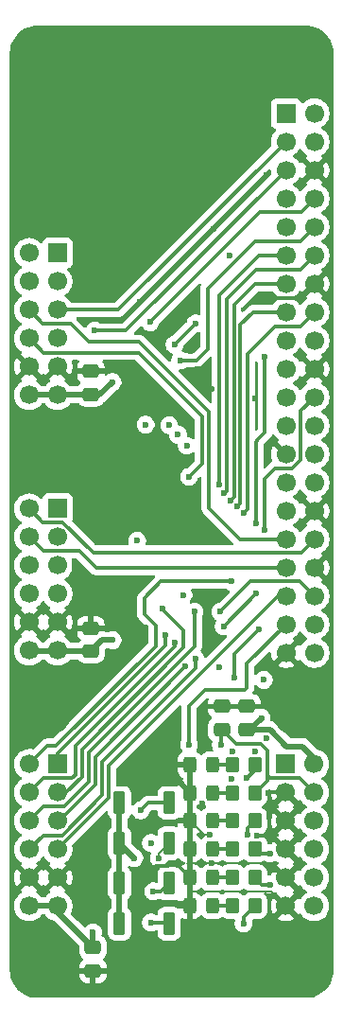
<source format=gbr>
%TF.GenerationSoftware,KiCad,Pcbnew,9.0.7*%
%TF.CreationDate,2026-02-02T21:57:32-08:00*%
%TF.ProjectId,IcePi_Zero_PMOD_Breakout,49636550-695f-45a6-9572-6f5f504d4f44,rev?*%
%TF.SameCoordinates,Original*%
%TF.FileFunction,Copper,L1,Top*%
%TF.FilePolarity,Positive*%
%FSLAX46Y46*%
G04 Gerber Fmt 4.6, Leading zero omitted, Abs format (unit mm)*
G04 Created by KiCad (PCBNEW 9.0.7) date 2026-02-02 21:57:32*
%MOMM*%
%LPD*%
G01*
G04 APERTURE LIST*
G04 Aperture macros list*
%AMRoundRect*
0 Rectangle with rounded corners*
0 $1 Rounding radius*
0 $2 $3 $4 $5 $6 $7 $8 $9 X,Y pos of 4 corners*
0 Add a 4 corners polygon primitive as box body*
4,1,4,$2,$3,$4,$5,$6,$7,$8,$9,$2,$3,0*
0 Add four circle primitives for the rounded corners*
1,1,$1+$1,$2,$3*
1,1,$1+$1,$4,$5*
1,1,$1+$1,$6,$7*
1,1,$1+$1,$8,$9*
0 Add four rect primitives between the rounded corners*
20,1,$1+$1,$2,$3,$4,$5,0*
20,1,$1+$1,$4,$5,$6,$7,0*
20,1,$1+$1,$6,$7,$8,$9,0*
20,1,$1+$1,$8,$9,$2,$3,0*%
G04 Aperture macros list end*
%TA.AperFunction,ComponentPad*%
%ADD10C,5.400000*%
%TD*%
%TA.AperFunction,ComponentPad*%
%ADD11R,1.700000X1.700000*%
%TD*%
%TA.AperFunction,ComponentPad*%
%ADD12C,1.700000*%
%TD*%
%TA.AperFunction,SMDPad,CuDef*%
%ADD13RoundRect,0.250000X-0.325000X-0.450000X0.325000X-0.450000X0.325000X0.450000X-0.325000X0.450000X0*%
%TD*%
%TA.AperFunction,SMDPad,CuDef*%
%ADD14RoundRect,0.250000X0.350000X0.450000X-0.350000X0.450000X-0.350000X-0.450000X0.350000X-0.450000X0*%
%TD*%
%TA.AperFunction,SMDPad,CuDef*%
%ADD15RoundRect,0.157500X0.367500X0.842500X-0.367500X0.842500X-0.367500X-0.842500X0.367500X-0.842500X0*%
%TD*%
%TA.AperFunction,SMDPad,CuDef*%
%ADD16RoundRect,0.250000X0.475000X-0.337500X0.475000X0.337500X-0.475000X0.337500X-0.475000X-0.337500X0*%
%TD*%
%TA.AperFunction,SMDPad,CuDef*%
%ADD17RoundRect,0.250000X-0.475000X0.337500X-0.475000X-0.337500X0.475000X-0.337500X0.475000X0.337500X0*%
%TD*%
%TA.AperFunction,ViaPad*%
%ADD18C,0.600000*%
%TD*%
%TA.AperFunction,Conductor*%
%ADD19C,0.300000*%
%TD*%
%TA.AperFunction,Conductor*%
%ADD20C,0.500000*%
%TD*%
%TA.AperFunction,Conductor*%
%ADD21C,0.200000*%
%TD*%
G04 APERTURE END LIST*
D10*
%TO.P,H1,1,1*%
%TO.N,GND*%
X69750000Y-37750000D03*
%TD*%
D11*
%TO.P,J1,1,Pin_1*%
%TO.N,/3V3*%
X91497500Y-42620000D03*
D12*
%TO.P,J1,2,Pin_2*%
%TO.N,/5V0*%
X94037500Y-42620000D03*
%TO.P,J1,3,Pin_3*%
%TO.N,/GPIO2*%
X91497500Y-45160000D03*
%TO.P,J1,4,Pin_4*%
%TO.N,/5V0*%
X94037500Y-45160000D03*
%TO.P,J1,5,Pin_5*%
%TO.N,/GPIO3*%
X91497500Y-47700000D03*
%TO.P,J1,6,Pin_6*%
%TO.N,GND*%
X94037500Y-47700000D03*
%TO.P,J1,7,Pin_7*%
%TO.N,/GPIO4*%
X91497500Y-50240000D03*
%TO.P,J1,8,Pin_8*%
%TO.N,/GPIO14*%
X94037500Y-50240000D03*
%TO.P,J1,9,Pin_9*%
%TO.N,GND*%
X91497500Y-52780000D03*
%TO.P,J1,10,Pin_10*%
%TO.N,/GPIO15*%
X94037500Y-52780000D03*
%TO.P,J1,11,Pin_11*%
%TO.N,/GPIO17*%
X91497500Y-55320000D03*
%TO.P,J1,12,Pin_12*%
%TO.N,/GPIO18*%
X94037500Y-55320000D03*
%TO.P,J1,13,Pin_13*%
%TO.N,/GPIO27*%
X91497500Y-57860000D03*
%TO.P,J1,14,Pin_14*%
%TO.N,GND*%
X94037500Y-57860000D03*
%TO.P,J1,15,Pin_15*%
%TO.N,/GPIO22*%
X91497500Y-60400000D03*
%TO.P,J1,16,Pin_16*%
%TO.N,/GPIO23*%
X94037500Y-60400000D03*
%TO.P,J1,17,Pin_17*%
%TO.N,/3V3*%
X91497500Y-62940000D03*
%TO.P,J1,18,Pin_18*%
%TO.N,/GPIO24*%
X94037500Y-62940000D03*
%TO.P,J1,19,Pin_19*%
%TO.N,/GPIO10*%
X91497500Y-65480000D03*
%TO.P,J1,20,Pin_20*%
%TO.N,GND*%
X94037500Y-65480000D03*
%TO.P,J1,21,Pin_21*%
%TO.N,/GPIO9*%
X91497500Y-68020000D03*
%TO.P,J1,22,Pin_22*%
%TO.N,/GPIO25*%
X94037500Y-68020000D03*
%TO.P,J1,23,Pin_23*%
%TO.N,/GPIO11*%
X91497500Y-70560000D03*
%TO.P,J1,24,Pin_24*%
%TO.N,/GPIO8*%
X94037500Y-70560000D03*
%TO.P,J1,25,Pin_25*%
%TO.N,GND*%
X91497500Y-73100000D03*
%TO.P,J1,26,Pin_26*%
%TO.N,/GPIO7*%
X94037500Y-73100000D03*
%TO.P,J1,27,Pin_27*%
%TO.N,/GPIO0*%
X91497500Y-75640000D03*
%TO.P,J1,28,Pin_28*%
%TO.N,/GPIO1*%
X94037500Y-75640000D03*
%TO.P,J1,29,Pin_29*%
%TO.N,/GPIO5*%
X91497500Y-78180000D03*
%TO.P,J1,30,Pin_30*%
%TO.N,GND*%
X94037500Y-78180000D03*
%TO.P,J1,31,Pin_31*%
%TO.N,/GPIO6*%
X91497500Y-80720000D03*
%TO.P,J1,32,Pin_32*%
%TO.N,/GPIO12*%
X94037500Y-80720000D03*
%TO.P,J1,33,Pin_33*%
%TO.N,/GPIO13*%
X91497500Y-83260000D03*
%TO.P,J1,34,Pin_34*%
%TO.N,GND*%
X94037500Y-83260000D03*
%TO.P,J1,35,Pin_35*%
%TO.N,/GPIO19*%
X91497500Y-85800000D03*
%TO.P,J1,36,Pin_36*%
%TO.N,/GPIO16*%
X94037500Y-85800000D03*
%TO.P,J1,37,Pin_37*%
%TO.N,/GPIO26*%
X91497500Y-88340000D03*
%TO.P,J1,38,Pin_38*%
%TO.N,/GPIO20*%
X94037500Y-88340000D03*
%TO.P,J1,39,Pin_39*%
%TO.N,GND*%
X91497500Y-90880000D03*
%TO.P,J1,40,Pin_40*%
%TO.N,/GPIO21*%
X94037500Y-90880000D03*
%TD*%
D13*
%TO.P,D1,1,K*%
%TO.N,GND*%
X82875000Y-100900000D03*
%TO.P,D1,2,A*%
%TO.N,Net-(D1-A)*%
X84925000Y-100900000D03*
%TD*%
D14*
%TO.P,R3,1*%
%TO.N,Net-(JP5-A)*%
X88700000Y-105900000D03*
%TO.P,R3,2*%
%TO.N,Net-(D3-A)*%
X86700000Y-105900000D03*
%TD*%
D13*
%TO.P,D3,1,K*%
%TO.N,GND*%
X82875000Y-105900000D03*
%TO.P,D3,2,A*%
%TO.N,Net-(D3-A)*%
X84925000Y-105900000D03*
%TD*%
D14*
%TO.P,R1,1*%
%TO.N,/5V0*%
X88700000Y-100900000D03*
%TO.P,R1,2*%
%TO.N,Net-(D1-A)*%
X86700000Y-100900000D03*
%TD*%
D15*
%TO.P,SW1,1,1*%
%TO.N,Net-(JP1-B)*%
X81025000Y-104300000D03*
%TO.P,SW1,2,2*%
%TO.N,/3V3*%
X76575000Y-104300000D03*
%TD*%
D16*
%TO.P,C5,1*%
%TO.N,/5V0*%
X88000000Y-97750000D03*
%TO.P,C5,2*%
%TO.N,GND*%
X88000000Y-95675000D03*
%TD*%
D13*
%TO.P,D2,1,K*%
%TO.N,GND*%
X82875000Y-103400000D03*
%TO.P,D2,2,A*%
%TO.N,Net-(D2-A)*%
X84925000Y-103400000D03*
%TD*%
D11*
%TO.P,J3,1,Pin_1*%
%TO.N,/GPIO8*%
X71020000Y-77970000D03*
D12*
%TO.P,J3,2,Pin_2*%
%TO.N,/GPIO12*%
X68480000Y-77970000D03*
%TO.P,J3,3,Pin_3*%
%TO.N,/GPIO9*%
X71020000Y-80510000D03*
%TO.P,J3,4,Pin_4*%
%TO.N,/GPIO13*%
X68480000Y-80510000D03*
%TO.P,J3,5,Pin_5*%
%TO.N,/GPIO10*%
X71020000Y-83050000D03*
%TO.P,J3,6,Pin_6*%
%TO.N,/GPIO14*%
X68480000Y-83050000D03*
%TO.P,J3,7,Pin_7*%
%TO.N,/GPIO11*%
X71020000Y-85590000D03*
%TO.P,J3,8,Pin_8*%
%TO.N,/GPIO15*%
X68480000Y-85590000D03*
%TO.P,J3,9,Pin_9*%
%TO.N,GND*%
X71020000Y-88130000D03*
%TO.P,J3,10,Pin_10*%
X68480000Y-88130000D03*
%TO.P,J3,11,Pin_11*%
%TO.N,/3V3*%
X71020000Y-90670000D03*
%TO.P,J3,12,Pin_12*%
X68480000Y-90670000D03*
%TD*%
D15*
%TO.P,SW3,1,1*%
%TO.N,Net-(JP3-B)*%
X81025000Y-111500000D03*
%TO.P,SW3,2,2*%
%TO.N,/3V3*%
X76575000Y-111500000D03*
%TD*%
D10*
%TO.P,H5,1,1*%
%TO.N,GND*%
X69750000Y-118750001D03*
%TD*%
D15*
%TO.P,SW2,1,1*%
%TO.N,Net-(JP2-B)*%
X81025000Y-107900000D03*
%TO.P,SW2,2,2*%
%TO.N,/3V3*%
X76575000Y-107900000D03*
%TD*%
D13*
%TO.P,D4,1,K*%
%TO.N,GND*%
X82875000Y-108400000D03*
%TO.P,D4,2,A*%
%TO.N,Net-(D4-A)*%
X84925000Y-108400000D03*
%TD*%
D16*
%TO.P,C2,1*%
%TO.N,/3V3*%
X74000000Y-90750000D03*
%TO.P,C2,2*%
%TO.N,GND*%
X74000000Y-88675000D03*
%TD*%
D14*
%TO.P,R6,1*%
%TO.N,Net-(JP8-A)*%
X88700000Y-113500000D03*
%TO.P,R6,2*%
%TO.N,Net-(D6-A)*%
X86700000Y-113500000D03*
%TD*%
D13*
%TO.P,D6,1,K*%
%TO.N,GND*%
X82875000Y-113500000D03*
%TO.P,D6,2,A*%
%TO.N,Net-(D6-A)*%
X84925000Y-113500000D03*
%TD*%
D11*
%TO.P,J4,1,Pin_1*%
%TO.N,/GPIO16*%
X71020000Y-100830000D03*
D12*
%TO.P,J4,2,Pin_2*%
%TO.N,/GPIO20*%
X68480000Y-100830000D03*
%TO.P,J4,3,Pin_3*%
%TO.N,/GPIO17*%
X71020000Y-103370000D03*
%TO.P,J4,4,Pin_4*%
%TO.N,/GPIO21*%
X68480000Y-103370000D03*
%TO.P,J4,5,Pin_5*%
%TO.N,/GPIO18*%
X71020000Y-105910000D03*
%TO.P,J4,6,Pin_6*%
%TO.N,/GPIO22*%
X68480000Y-105910000D03*
%TO.P,J4,7,Pin_7*%
%TO.N,/GPIO19*%
X71020000Y-108450000D03*
%TO.P,J4,8,Pin_8*%
%TO.N,/GPIO23*%
X68480000Y-108450000D03*
%TO.P,J4,9,Pin_9*%
%TO.N,GND*%
X71020000Y-110990000D03*
%TO.P,J4,10,Pin_10*%
X68480000Y-110990000D03*
%TO.P,J4,11,Pin_11*%
%TO.N,/3V3*%
X71020000Y-113530000D03*
%TO.P,J4,12,Pin_12*%
X68480000Y-113530000D03*
%TD*%
D10*
%TO.P,H4,1,1*%
%TO.N,GND*%
X92750000Y-95750000D03*
%TD*%
%TO.P,H3,1,1*%
%TO.N,GND*%
X69750000Y-95750000D03*
%TD*%
D13*
%TO.P,D5,1,K*%
%TO.N,GND*%
X82875000Y-111000000D03*
%TO.P,D5,2,A*%
%TO.N,Net-(D5-A)*%
X84925000Y-111000000D03*
%TD*%
D14*
%TO.P,R2,1*%
%TO.N,/3V3*%
X88700000Y-103400000D03*
%TO.P,R2,2*%
%TO.N,Net-(D2-A)*%
X86700000Y-103400000D03*
%TD*%
D17*
%TO.P,C3,1*%
%TO.N,/3V3*%
X74200000Y-117262500D03*
%TO.P,C3,2*%
%TO.N,GND*%
X74200000Y-119337500D03*
%TD*%
D15*
%TO.P,SW4,1,1*%
%TO.N,Net-(JP4-B)*%
X81025000Y-115100000D03*
%TO.P,SW4,2,2*%
%TO.N,/3V3*%
X76575000Y-115100000D03*
%TD*%
D11*
%TO.P,J5,1,Pin_1*%
%TO.N,GND*%
X91475000Y-100830000D03*
D12*
%TO.P,J5,2,Pin_2*%
%TO.N,/5V0*%
X94015000Y-100830000D03*
%TO.P,J5,3,Pin_3*%
%TO.N,GND*%
X91475000Y-103370000D03*
%TO.P,J5,4,Pin_4*%
%TO.N,/3V3*%
X94015000Y-103370000D03*
%TO.P,J5,5,Pin_5*%
%TO.N,GND*%
X91475000Y-105910000D03*
%TO.P,J5,6,Pin_6*%
%TO.N,/GPIO24*%
X94015000Y-105910000D03*
%TO.P,J5,7,Pin_7*%
%TO.N,GND*%
X91475000Y-108450000D03*
%TO.P,J5,8,Pin_8*%
%TO.N,/GPIO25*%
X94015000Y-108450000D03*
%TO.P,J5,9,Pin_9*%
%TO.N,GND*%
X91475000Y-110990000D03*
%TO.P,J5,10,Pin_10*%
%TO.N,/GPIO26*%
X94015000Y-110990000D03*
%TO.P,J5,11,Pin_11*%
%TO.N,GND*%
X91475000Y-113530000D03*
%TO.P,J5,12,Pin_12*%
%TO.N,/GPIO27*%
X94015000Y-113530000D03*
%TD*%
D14*
%TO.P,R4,1*%
%TO.N,Net-(JP6-A)*%
X88700000Y-108400000D03*
%TO.P,R4,2*%
%TO.N,Net-(D4-A)*%
X86700000Y-108400000D03*
%TD*%
D16*
%TO.P,C1,1*%
%TO.N,/3V3*%
X74000000Y-67750000D03*
%TO.P,C1,2*%
%TO.N,GND*%
X74000000Y-65675000D03*
%TD*%
%TO.P,C4,1*%
%TO.N,/3V3*%
X85750000Y-97750000D03*
%TO.P,C4,2*%
%TO.N,GND*%
X85750000Y-95675000D03*
%TD*%
D10*
%TO.P,H2,1,1*%
%TO.N,GND*%
X92750000Y-37750000D03*
%TD*%
D14*
%TO.P,R5,1*%
%TO.N,Net-(JP7-A)*%
X88700000Y-111000000D03*
%TO.P,R5,2*%
%TO.N,Net-(D5-A)*%
X86700000Y-111000000D03*
%TD*%
D11*
%TO.P,J2,1,Pin_1*%
%TO.N,/GPIO0*%
X71020000Y-55110000D03*
D12*
%TO.P,J2,2,Pin_2*%
%TO.N,/GPIO4*%
X68480000Y-55110000D03*
%TO.P,J2,3,Pin_3*%
%TO.N,/GPIO1*%
X71020000Y-57650000D03*
%TO.P,J2,4,Pin_4*%
%TO.N,/GPIO5*%
X68480000Y-57650000D03*
%TO.P,J2,5,Pin_5*%
%TO.N,/GPIO2*%
X71020000Y-60190000D03*
%TO.P,J2,6,Pin_6*%
%TO.N,/GPIO6*%
X68480000Y-60190000D03*
%TO.P,J2,7,Pin_7*%
%TO.N,/GPIO3*%
X71020000Y-62730000D03*
%TO.P,J2,8,Pin_8*%
%TO.N,/GPIO7*%
X68480000Y-62730000D03*
%TO.P,J2,9,Pin_9*%
%TO.N,GND*%
X71020000Y-65270000D03*
%TO.P,J2,10,Pin_10*%
X68480000Y-65270000D03*
%TO.P,J2,11,Pin_11*%
%TO.N,/3V3*%
X71020000Y-67810000D03*
%TO.P,J2,12,Pin_12*%
X68480000Y-67810000D03*
%TD*%
D10*
%TO.P,H6,1,1*%
%TO.N,GND*%
X92750000Y-118750001D03*
%TD*%
D18*
%TO.N,/GPIO14*%
X79325000Y-61300000D03*
%TO.N,/GPIO3*%
X74350000Y-62050000D03*
%TO.N,/GPIO18*%
X82500000Y-92100000D03*
X85975000Y-76575000D03*
%TO.N,/GPIO9*%
X81025000Y-70505000D03*
%TO.N,/GPIO27*%
X89100000Y-88800000D03*
X86525000Y-77225000D03*
X82300000Y-85700000D03*
X86900000Y-93100000D03*
%TO.N,/GPIO7*%
X82800000Y-75125000D03*
%TO.N,/GPIO10*%
X81825000Y-71375000D03*
%TO.N,/5V0*%
X88000000Y-102100000D03*
X89300000Y-96700000D03*
X83375000Y-61425000D03*
X81500000Y-63300000D03*
%TO.N,/GPIO24*%
X88800000Y-79300000D03*
X89500000Y-93300000D03*
X89600000Y-64400000D03*
%TO.N,/GPIO8*%
X78912500Y-70462500D03*
%TO.N,/3V3*%
X77900000Y-109225000D03*
X74200000Y-115900000D03*
X75950000Y-89750000D03*
X75950000Y-66650000D03*
X85650000Y-99100000D03*
%TO.N,/GPIO22*%
X83300000Y-87200000D03*
X87100000Y-77800000D03*
%TO.N,/GPIO15*%
X82025000Y-64700000D03*
X78150000Y-80825000D03*
%TO.N,/GPIO21*%
X81500000Y-90000000D03*
%TO.N,/GPIO17*%
X80400000Y-86900000D03*
X85525000Y-75825000D03*
%TO.N,/GPIO20*%
X86600000Y-84500000D03*
%TO.N,/GPIO26*%
X82800000Y-99100000D03*
%TO.N,/GPIO23*%
X83400000Y-91400000D03*
X87700000Y-78400000D03*
%TO.N,/GPIO25*%
X79400000Y-107900000D03*
X85500000Y-92200000D03*
X85900000Y-88500000D03*
X88800000Y-85600000D03*
X89600000Y-79900000D03*
%TO.N,/GPIO16*%
X80700000Y-89300000D03*
X85600000Y-87200000D03*
%TO.N,/GPIO11*%
X82600000Y-72350000D03*
%TO.N,GND*%
X73300000Y-58700000D03*
X78650000Y-84400000D03*
X74550000Y-80975000D03*
X82900000Y-112225000D03*
X74450000Y-86425000D03*
X89725000Y-98525000D03*
X76975000Y-88975000D03*
X83525000Y-76250000D03*
X90100000Y-110400000D03*
X72500000Y-53000000D03*
X78400000Y-59500000D03*
X84525000Y-90800000D03*
X74800000Y-112400000D03*
X83900000Y-115150000D03*
X80875000Y-101550000D03*
X73025000Y-74275000D03*
X78925000Y-88575000D03*
X79050000Y-110700000D03*
X85000000Y-53000000D03*
X80725000Y-113250000D03*
X95400000Y-107200000D03*
X88750000Y-99675000D03*
X79550000Y-80575000D03*
X86075000Y-80950000D03*
X84825000Y-67275000D03*
X72575000Y-83000000D03*
X80100000Y-51600000D03*
X89900000Y-72600000D03*
X68100000Y-52900000D03*
X82975000Y-63850000D03*
X77875000Y-101400000D03*
X76400000Y-58400000D03*
X84800000Y-109675000D03*
X81550000Y-102450000D03*
X79075000Y-68950000D03*
X89900000Y-103400000D03*
X83550000Y-65475000D03*
X90100000Y-59175000D03*
X89775000Y-48150000D03*
X73050000Y-84625000D03*
X89925000Y-114875000D03*
X77875000Y-106300000D03*
X82425000Y-60100000D03*
X80525000Y-74750000D03*
X90000000Y-105500000D03*
X82875000Y-109700000D03*
X75800000Y-61100000D03*
X84000000Y-104375000D03*
X83200000Y-48600000D03*
X86700000Y-99700000D03*
X84700000Y-107150000D03*
X69775000Y-69175000D03*
X77100000Y-66700000D03*
X86400000Y-55300000D03*
X76325000Y-118125000D03*
X74800000Y-106275000D03*
X86650000Y-102175000D03*
X88875000Y-107200000D03*
X88750000Y-68100000D03*
X83875000Y-99375000D03*
%TO.N,Net-(JP1-B)*%
X78475000Y-104975000D03*
%TO.N,Net-(JP2-B)*%
X80100000Y-109250000D03*
%TO.N,Net-(JP3-B)*%
X79600000Y-112225000D03*
%TO.N,Net-(JP4-B)*%
X79400000Y-115000000D03*
%TO.N,Net-(JP5-A)*%
X88075000Y-107150000D03*
%TO.N,Net-(JP6-A)*%
X90050000Y-108825000D03*
%TO.N,Net-(JP7-A)*%
X90100000Y-111600000D03*
%TO.N,Net-(JP8-A)*%
X87700000Y-115075000D03*
%TD*%
D19*
%TO.N,/GPIO14*%
X94037500Y-50240000D02*
X92836500Y-51441000D01*
X89184000Y-51441000D02*
X79325000Y-61300000D01*
X92836500Y-51441000D02*
X89184000Y-51441000D01*
%TO.N,/GPIO3*%
X91497500Y-47700000D02*
X77147500Y-62050000D01*
X77147500Y-62050000D02*
X74350000Y-62050000D01*
%TO.N,/GPIO18*%
X86175000Y-76375000D02*
X86175000Y-59250000D01*
X85975000Y-76575000D02*
X86175000Y-76375000D01*
X92757500Y-56600000D02*
X94037500Y-55320000D01*
X74400000Y-102700000D02*
X74400000Y-100200000D01*
X88825000Y-56600000D02*
X92757500Y-56600000D01*
X71020000Y-105910000D02*
X71190000Y-105910000D01*
X86175000Y-59250000D02*
X88825000Y-56600000D01*
X74400000Y-100200000D02*
X82500000Y-92100000D01*
X71190000Y-105910000D02*
X74400000Y-102700000D01*
%TO.N,/GPIO27*%
X86525000Y-77225000D02*
X86825000Y-76925000D01*
X86900000Y-91000000D02*
X86900000Y-93100000D01*
X86825000Y-59775000D02*
X88740000Y-57860000D01*
X86825000Y-76925000D02*
X86825000Y-59775000D01*
X89100000Y-88800000D02*
X86900000Y-91000000D01*
X88740000Y-57860000D02*
X91497500Y-57860000D01*
%TO.N,/GPIO7*%
X83975000Y-69725000D02*
X78275000Y-64025000D01*
X83975000Y-73950000D02*
X83975000Y-69725000D01*
X69775000Y-64025000D02*
X68480000Y-62730000D01*
X78275000Y-64025000D02*
X69775000Y-64025000D01*
X82800000Y-75125000D02*
X83975000Y-73950000D01*
%TO.N,/5V0*%
X83375000Y-61425000D02*
X81500000Y-63300000D01*
D20*
X93000000Y-99250000D02*
X94015000Y-100265000D01*
D19*
X88700000Y-100900000D02*
X88700000Y-101400000D01*
D20*
X88250000Y-97750000D02*
X89300000Y-96700000D01*
X90050000Y-97750000D02*
X91550000Y-99250000D01*
X94015000Y-100265000D02*
X94015000Y-100830000D01*
X88000000Y-97750000D02*
X88250000Y-97750000D01*
D19*
X88700000Y-101400000D02*
X88000000Y-102100000D01*
D20*
X88000000Y-97750000D02*
X90050000Y-97750000D01*
X91550000Y-99250000D02*
X93000000Y-99250000D01*
D19*
%TO.N,/GPIO24*%
X88800000Y-72000000D02*
X88800000Y-79300000D01*
X89600000Y-71200000D02*
X89000000Y-71800000D01*
X89000000Y-71800000D02*
X88800000Y-72000000D01*
X89600000Y-64400000D02*
X89600000Y-71200000D01*
D20*
%TO.N,/3V3*%
X68560000Y-90750000D02*
X68480000Y-90670000D01*
D19*
X71020000Y-113530000D02*
X71020000Y-114082500D01*
X89800000Y-102300000D02*
X89800000Y-101800000D01*
X88700000Y-103400000D02*
X89800000Y-102300000D01*
X89200000Y-99000000D02*
X89800000Y-99600000D01*
D20*
X74200000Y-115900000D02*
X74200000Y-117262500D01*
X75950000Y-89750000D02*
X75000000Y-89750000D01*
X75950000Y-66650000D02*
X74790000Y-67810000D01*
D19*
X87000000Y-99000000D02*
X85750000Y-97750000D01*
X89800000Y-99600000D02*
X89800000Y-101800000D01*
D20*
X71020000Y-114082500D02*
X74200000Y-117262500D01*
X75000000Y-89750000D02*
X74000000Y-90750000D01*
D19*
X87000000Y-99000000D02*
X89200000Y-99000000D01*
D20*
X74000000Y-90750000D02*
X68560000Y-90750000D01*
D19*
X94015000Y-103370000D02*
X92745000Y-102100000D01*
D20*
X71020000Y-113530000D02*
X68480000Y-113530000D01*
D19*
X85650000Y-99100000D02*
X85650000Y-97850000D01*
D20*
X74790000Y-67810000D02*
X68480000Y-67810000D01*
D19*
X92745000Y-102100000D02*
X90100000Y-102100000D01*
D20*
X76575000Y-115100000D02*
X76575000Y-104300000D01*
D19*
X90100000Y-102100000D02*
X89800000Y-101800000D01*
X85650000Y-97850000D02*
X85750000Y-97750000D01*
D20*
X77900000Y-109225000D02*
X76575000Y-107900000D01*
D19*
%TO.N,/GPIO22*%
X83300000Y-90300000D02*
X73800000Y-99800000D01*
X73800000Y-102400000D02*
X71600000Y-104600000D01*
X69790000Y-104600000D02*
X68480000Y-105910000D01*
X87400000Y-77500000D02*
X87400000Y-61550000D01*
X83300000Y-87200000D02*
X83300000Y-90300000D01*
X71600000Y-104600000D02*
X69790000Y-104600000D01*
X87100000Y-77800000D02*
X87400000Y-77500000D01*
X87400000Y-61550000D02*
X88550000Y-60400000D01*
X73800000Y-99800000D02*
X73800000Y-102400000D01*
X88550000Y-60400000D02*
X91497500Y-60400000D01*
%TO.N,/GPIO6*%
X78348750Y-63073750D02*
X84575000Y-69300000D01*
X84575000Y-69300000D02*
X84575000Y-77950000D01*
X73851250Y-63073750D02*
X78348750Y-63073750D01*
X72202500Y-61425000D02*
X73851250Y-63073750D01*
X69715000Y-61425000D02*
X72202500Y-61425000D01*
X68480000Y-60190000D02*
X69715000Y-61425000D01*
X84575000Y-77950000D02*
X87345000Y-80720000D01*
X87345000Y-80720000D02*
X91497500Y-80720000D01*
%TO.N,/GPIO15*%
X84475000Y-63700000D02*
X83475000Y-64700000D01*
X84475000Y-58275000D02*
X84475000Y-63700000D01*
X92792500Y-54025000D02*
X91300000Y-54025000D01*
X88725000Y-54025000D02*
X84475000Y-58275000D01*
X83475000Y-64700000D02*
X82025000Y-64700000D01*
X91300000Y-54025000D02*
X88725000Y-54025000D01*
X94037500Y-52780000D02*
X92792500Y-54025000D01*
%TO.N,/GPIO13*%
X72975000Y-81775000D02*
X74475000Y-83275000D01*
X69745000Y-81775000D02*
X72975000Y-81775000D01*
X68480000Y-80510000D02*
X69745000Y-81775000D01*
X74475000Y-83275000D02*
X91482500Y-83275000D01*
X91482500Y-83275000D02*
X91497500Y-83260000D01*
%TO.N,/GPIO21*%
X81500000Y-90300000D02*
X81500000Y-90000000D01*
X68480000Y-103370000D02*
X69750000Y-102100000D01*
X72600000Y-101800000D02*
X72600000Y-99200000D01*
X81100000Y-90700000D02*
X81500000Y-90300000D01*
X72600000Y-99200000D02*
X81100000Y-90700000D01*
X69750000Y-102100000D02*
X70700000Y-102100000D01*
X72300000Y-102100000D02*
X72600000Y-101800000D01*
X70700000Y-102100000D02*
X72300000Y-102100000D01*
%TO.N,/GPIO2*%
X76467500Y-60190000D02*
X71020000Y-60190000D01*
X91497500Y-45160000D02*
X76467500Y-60190000D01*
%TO.N,/GPIO17*%
X71830000Y-103370000D02*
X71020000Y-103370000D01*
X73200000Y-102000000D02*
X71830000Y-103370000D01*
X80400000Y-86900000D02*
X80400000Y-87000000D01*
X73200000Y-99500000D02*
X73200000Y-102000000D01*
X82300000Y-88900000D02*
X82300000Y-90400000D01*
X80400000Y-87000000D02*
X82300000Y-88900000D01*
X85525000Y-58850000D02*
X89055000Y-55320000D01*
X82300000Y-90400000D02*
X73200000Y-99500000D01*
X89055000Y-55320000D02*
X91497500Y-55320000D01*
X85525000Y-75825000D02*
X85525000Y-58850000D01*
%TO.N,/GPIO20*%
X70100000Y-99200000D02*
X70900000Y-99200000D01*
X79800000Y-88400000D02*
X78800000Y-87400000D01*
X78800000Y-86000000D02*
X80300000Y-84500000D01*
X68480000Y-100820000D02*
X70100000Y-99200000D01*
X70900000Y-99200000D02*
X79800000Y-90300000D01*
X78800000Y-87400000D02*
X78800000Y-86000000D01*
X79800000Y-90300000D02*
X79800000Y-88400000D01*
X68480000Y-100830000D02*
X68480000Y-100820000D01*
X80300000Y-84500000D02*
X86600000Y-84500000D01*
%TO.N,/GPIO26*%
X82800000Y-95600000D02*
X82800000Y-99100000D01*
X86900000Y-94200000D02*
X84200000Y-94200000D01*
X88000000Y-94000000D02*
X87800000Y-94200000D01*
X84200000Y-94200000D02*
X83300000Y-95100000D01*
X91497500Y-88340000D02*
X88000000Y-91837500D01*
X83300000Y-95100000D02*
X82800000Y-95600000D01*
X87800000Y-94200000D02*
X86900000Y-94200000D01*
X88000000Y-91837500D02*
X88000000Y-94000000D01*
%TO.N,/GPIO23*%
X75000000Y-103628471D02*
X75000000Y-100650000D01*
X75000000Y-100650000D02*
X83000000Y-92650000D01*
X92750000Y-61675000D02*
X94025000Y-60400000D01*
X94025000Y-60400000D02*
X94037500Y-60400000D01*
X71428471Y-107200000D02*
X75000000Y-103628471D01*
X88050000Y-64100000D02*
X90475000Y-61675000D01*
X90475000Y-61675000D02*
X92750000Y-61675000D01*
X87700000Y-78400000D02*
X88050000Y-78050000D01*
X68480000Y-108450000D02*
X69730000Y-107200000D01*
X83400000Y-92250000D02*
X83400000Y-91400000D01*
X83000000Y-92650000D02*
X83400000Y-92250000D01*
X88050000Y-78050000D02*
X88050000Y-64100000D01*
X69730000Y-107200000D02*
X71428471Y-107200000D01*
%TO.N,/GPIO25*%
X85900000Y-88500000D02*
X88800000Y-85600000D01*
X89600000Y-79900000D02*
X89600000Y-75300000D01*
X92000000Y-74400000D02*
X92800000Y-73600000D01*
X92800000Y-73600000D02*
X92800000Y-69257500D01*
X89600000Y-75300000D02*
X90500000Y-74400000D01*
X92800000Y-69257500D02*
X94037500Y-68020000D01*
X90500000Y-74400000D02*
X92000000Y-74400000D01*
%TO.N,/GPIO12*%
X71471000Y-79171000D02*
X69681000Y-79171000D01*
X94037500Y-80720000D02*
X92836500Y-81921000D01*
X69681000Y-79171000D02*
X68480000Y-77970000D01*
X92836500Y-81921000D02*
X74221000Y-81921000D01*
X74221000Y-81921000D02*
X71471000Y-79171000D01*
%TO.N,/GPIO16*%
X71020000Y-100830000D02*
X71020000Y-99880000D01*
X88300000Y-84500000D02*
X85600000Y-87200000D01*
X80700000Y-90200000D02*
X80700000Y-89300000D01*
X92737500Y-84500000D02*
X88300000Y-84500000D01*
X71020000Y-99880000D02*
X80700000Y-90200000D01*
X94037500Y-85800000D02*
X92737500Y-84500000D01*
%TO.N,/GPIO19*%
X75600000Y-101000000D02*
X90800000Y-85800000D01*
X90800000Y-85800000D02*
X91497500Y-85800000D01*
X75600000Y-103870000D02*
X75600000Y-101000000D01*
X71020000Y-108450000D02*
X75600000Y-103870000D01*
%TO.N,GND*%
X90885000Y-110400000D02*
X91475000Y-110990000D01*
D21*
X82900000Y-109675000D02*
X82875000Y-109700000D01*
D20*
X81925000Y-102450000D02*
X82875000Y-103400000D01*
D19*
X94037500Y-57860000D02*
X92722500Y-59175000D01*
D21*
X84125000Y-107150000D02*
X82875000Y-105900000D01*
D19*
X92722500Y-59175000D02*
X90100000Y-59175000D01*
D21*
X90170000Y-112225000D02*
X91475000Y-113530000D01*
D19*
X90185000Y-107200000D02*
X91475000Y-105910000D01*
X89930000Y-103370000D02*
X89900000Y-103400000D01*
X79849000Y-109901000D02*
X79050000Y-110700000D01*
X90130000Y-114875000D02*
X91475000Y-113530000D01*
X88875000Y-107200000D02*
X90185000Y-107200000D01*
D21*
X84800000Y-109675000D02*
X89375000Y-109675000D01*
D20*
X82875000Y-105900000D02*
X82875000Y-108400000D01*
D19*
X80899000Y-109901000D02*
X79849000Y-109901000D01*
X81100000Y-109700000D02*
X80899000Y-109901000D01*
D21*
X89375000Y-109675000D02*
X90100000Y-110400000D01*
D19*
X89925000Y-114875000D02*
X90130000Y-114875000D01*
X81100000Y-109700000D02*
X81575000Y-109700000D01*
D21*
X84700000Y-107150000D02*
X84125000Y-107150000D01*
X82900000Y-112225000D02*
X90170000Y-112225000D01*
D19*
X81575000Y-109700000D02*
X82875000Y-111000000D01*
D20*
X81550000Y-102450000D02*
X81925000Y-102450000D01*
D19*
X90100000Y-110400000D02*
X90885000Y-110400000D01*
D20*
X81400000Y-113300000D02*
X82675000Y-113300000D01*
D19*
X91475000Y-103370000D02*
X89930000Y-103370000D01*
D21*
X84800000Y-109675000D02*
X82900000Y-109675000D01*
D20*
X82675000Y-113300000D02*
X82875000Y-113500000D01*
D19*
%TO.N,Net-(D1-A)*%
X84925000Y-100900000D02*
X86700000Y-100900000D01*
%TO.N,Net-(D2-A)*%
X86700000Y-103400000D02*
X84925000Y-103400000D01*
%TO.N,Net-(D3-A)*%
X86700000Y-105900000D02*
X84925000Y-105900000D01*
%TO.N,Net-(D4-A)*%
X86700000Y-108400000D02*
X84925000Y-108400000D01*
%TO.N,Net-(D5-A)*%
X86700000Y-111000000D02*
X84925000Y-111000000D01*
%TO.N,Net-(D6-A)*%
X84925000Y-113500000D02*
X86700000Y-113500000D01*
%TO.N,Net-(JP1-B)*%
X78475000Y-104975000D02*
X79150000Y-104300000D01*
X79150000Y-104300000D02*
X81025000Y-104300000D01*
D21*
%TO.N,Net-(JP2-B)*%
X80100000Y-108825000D02*
X81025000Y-107900000D01*
D19*
X81025000Y-108181870D02*
X81025000Y-107900000D01*
D21*
X80100000Y-109250000D02*
X80100000Y-108825000D01*
D19*
%TO.N,Net-(JP3-B)*%
X79600000Y-112225000D02*
X80300000Y-112225000D01*
X80300000Y-112225000D02*
X81025000Y-111500000D01*
%TO.N,Net-(JP4-B)*%
X79400000Y-115000000D02*
X80925000Y-115000000D01*
X80925000Y-115000000D02*
X81025000Y-115100000D01*
%TO.N,Net-(JP5-A)*%
X88075000Y-107150000D02*
X88075000Y-106525000D01*
X88075000Y-106525000D02*
X88700000Y-105900000D01*
%TO.N,Net-(JP6-A)*%
X89125000Y-108825000D02*
X88700000Y-108400000D01*
X90050000Y-108825000D02*
X89125000Y-108825000D01*
%TO.N,Net-(JP7-A)*%
X89300000Y-111600000D02*
X88700000Y-111000000D01*
X90100000Y-111600000D02*
X89300000Y-111600000D01*
%TO.N,Net-(JP8-A)*%
X87700000Y-115075000D02*
X87700000Y-114500000D01*
X87700000Y-114500000D02*
X88700000Y-113500000D01*
%TD*%
%TA.AperFunction,Conductor*%
%TO.N,GND*%
G36*
X92590270Y-111751717D02*
G01*
X92590270Y-111751716D01*
X92629622Y-111697555D01*
X92634232Y-111688507D01*
X92682205Y-111637709D01*
X92750025Y-111620912D01*
X92816161Y-111643447D01*
X92855204Y-111688504D01*
X92859949Y-111697817D01*
X92984890Y-111869786D01*
X93135213Y-112020109D01*
X93307182Y-112145050D01*
X93315946Y-112149516D01*
X93366742Y-112197491D01*
X93383536Y-112265312D01*
X93360998Y-112331447D01*
X93315946Y-112370484D01*
X93307182Y-112374949D01*
X93135213Y-112499890D01*
X92984890Y-112650213D01*
X92859949Y-112822182D01*
X92855202Y-112831499D01*
X92807227Y-112882293D01*
X92739405Y-112899087D01*
X92673271Y-112876548D01*
X92634234Y-112831495D01*
X92629626Y-112822452D01*
X92590270Y-112768282D01*
X92590269Y-112768282D01*
X91957962Y-113400590D01*
X91940925Y-113337007D01*
X91875099Y-113222993D01*
X91782007Y-113129901D01*
X91667993Y-113064075D01*
X91604409Y-113047037D01*
X92236716Y-112414728D01*
X92182550Y-112375375D01*
X92172954Y-112370486D01*
X92122157Y-112322512D01*
X92105361Y-112254692D01*
X92127897Y-112188556D01*
X92172954Y-112149514D01*
X92182554Y-112144622D01*
X92236716Y-112105270D01*
X92236717Y-112105270D01*
X91604408Y-111472962D01*
X91667993Y-111455925D01*
X91782007Y-111390099D01*
X91875099Y-111297007D01*
X91940925Y-111182993D01*
X91957962Y-111119408D01*
X92590270Y-111751717D01*
G37*
%TD.AperFunction*%
%TA.AperFunction,Conductor*%
G36*
X70554075Y-111182993D02*
G01*
X70619901Y-111297007D01*
X70712993Y-111390099D01*
X70827007Y-111455925D01*
X70890590Y-111472962D01*
X70258282Y-112105269D01*
X70258282Y-112105270D01*
X70312452Y-112144626D01*
X70312451Y-112144626D01*
X70321495Y-112149234D01*
X70372292Y-112197208D01*
X70389087Y-112265029D01*
X70366550Y-112331164D01*
X70321499Y-112370202D01*
X70312182Y-112374949D01*
X70140213Y-112499890D01*
X69989892Y-112650211D01*
X69933097Y-112728385D01*
X69928765Y-112731725D01*
X69926492Y-112736703D01*
X69901389Y-112752835D01*
X69877767Y-112771051D01*
X69871095Y-112772303D01*
X69867714Y-112774477D01*
X69832779Y-112779500D01*
X69667221Y-112779500D01*
X69600182Y-112759815D01*
X69566903Y-112728385D01*
X69510107Y-112650211D01*
X69359786Y-112499890D01*
X69187817Y-112374949D01*
X69178504Y-112370204D01*
X69127707Y-112322230D01*
X69110912Y-112254409D01*
X69133449Y-112188274D01*
X69178507Y-112149232D01*
X69187555Y-112144622D01*
X69241716Y-112105270D01*
X69241717Y-112105270D01*
X68609408Y-111472962D01*
X68672993Y-111455925D01*
X68787007Y-111390099D01*
X68880099Y-111297007D01*
X68945925Y-111182993D01*
X68962962Y-111119408D01*
X69595270Y-111751717D01*
X69595270Y-111751716D01*
X69634622Y-111697554D01*
X69639514Y-111687954D01*
X69687488Y-111637157D01*
X69755308Y-111620361D01*
X69821444Y-111642897D01*
X69860486Y-111687954D01*
X69865375Y-111697550D01*
X69904728Y-111751716D01*
X70537037Y-111119408D01*
X70554075Y-111182993D01*
G37*
%TD.AperFunction*%
%TA.AperFunction,Conductor*%
G36*
X83979156Y-111885236D02*
G01*
X84005243Y-111915341D01*
X84007288Y-111918656D01*
X84131344Y-112042712D01*
X84280666Y-112134814D01*
X84280667Y-112134814D01*
X84280670Y-112134816D01*
X84286677Y-112137617D01*
X84339117Y-112183788D01*
X84358271Y-112250981D01*
X84338057Y-112317862D01*
X84286677Y-112362383D01*
X84280670Y-112365183D01*
X84131342Y-112457289D01*
X84007288Y-112581343D01*
X84007283Y-112581349D01*
X84005241Y-112584661D01*
X84003247Y-112586453D01*
X84002807Y-112587011D01*
X84002711Y-112586935D01*
X83953291Y-112631383D01*
X83884328Y-112642602D01*
X83820247Y-112614755D01*
X83794168Y-112584656D01*
X83792319Y-112581659D01*
X83792316Y-112581655D01*
X83668345Y-112457684D01*
X83519124Y-112365643D01*
X83512579Y-112362592D01*
X83513894Y-112359771D01*
X83467915Y-112327947D01*
X83441083Y-112263435D01*
X83453388Y-112194657D01*
X83500924Y-112143451D01*
X83512855Y-112138001D01*
X83512579Y-112137408D01*
X83519124Y-112134356D01*
X83668345Y-112042315D01*
X83792318Y-111918342D01*
X83794165Y-111915348D01*
X83795969Y-111913724D01*
X83796798Y-111912677D01*
X83796976Y-111912818D01*
X83846110Y-111868621D01*
X83915073Y-111857396D01*
X83979156Y-111885236D01*
G37*
%TD.AperFunction*%
%TA.AperFunction,Conductor*%
G36*
X87743334Y-111920548D02*
G01*
X87787681Y-111949049D01*
X87881344Y-112042712D01*
X88030666Y-112134814D01*
X88030667Y-112134814D01*
X88030670Y-112134816D01*
X88036677Y-112137617D01*
X88089117Y-112183788D01*
X88108271Y-112250981D01*
X88088057Y-112317862D01*
X88036677Y-112362383D01*
X88030670Y-112365183D01*
X87881342Y-112457289D01*
X87787681Y-112550951D01*
X87726358Y-112584436D01*
X87656666Y-112579452D01*
X87612319Y-112550951D01*
X87518657Y-112457289D01*
X87518656Y-112457288D01*
X87369334Y-112365186D01*
X87369330Y-112365184D01*
X87363325Y-112362385D01*
X87310884Y-112316215D01*
X87291728Y-112249023D01*
X87311940Y-112182141D01*
X87363325Y-112137615D01*
X87369322Y-112134817D01*
X87369334Y-112134814D01*
X87518656Y-112042712D01*
X87612319Y-111949049D01*
X87673642Y-111915564D01*
X87743334Y-111920548D01*
G37*
%TD.AperFunction*%
%TA.AperFunction,Conductor*%
G36*
X85856522Y-112026103D02*
G01*
X85876915Y-112039209D01*
X85881339Y-112042707D01*
X85881344Y-112042712D01*
X86030666Y-112134814D01*
X86030667Y-112134814D01*
X86030670Y-112134816D01*
X86036677Y-112137617D01*
X86043990Y-112144056D01*
X86053289Y-112146980D01*
X86069786Y-112166768D01*
X86089117Y-112183788D01*
X86091788Y-112193159D01*
X86098030Y-112200646D01*
X86101210Y-112226211D01*
X86108271Y-112250981D01*
X86105451Y-112260308D01*
X86106655Y-112269981D01*
X86095508Y-112293207D01*
X86088057Y-112317862D01*
X86079836Y-112325863D01*
X86076425Y-112332973D01*
X86060201Y-112344977D01*
X86049316Y-112355573D01*
X86037257Y-112363001D01*
X86030666Y-112365186D01*
X85881344Y-112457288D01*
X85876738Y-112461893D01*
X85865041Y-112469100D01*
X85838054Y-112476468D01*
X85812113Y-112486934D01*
X85804810Y-112485546D01*
X85797639Y-112487505D01*
X85770949Y-112479112D01*
X85743471Y-112473892D01*
X85733052Y-112467196D01*
X85730986Y-112466547D01*
X85729767Y-112465085D01*
X85723091Y-112460795D01*
X85718657Y-112457289D01*
X85718656Y-112457288D01*
X85569334Y-112365186D01*
X85569330Y-112365184D01*
X85563325Y-112362385D01*
X85510884Y-112316215D01*
X85491728Y-112249023D01*
X85511940Y-112182141D01*
X85563325Y-112137615D01*
X85569322Y-112134817D01*
X85569334Y-112134814D01*
X85718656Y-112042712D01*
X85718664Y-112042703D01*
X85723085Y-112039209D01*
X85787879Y-112013066D01*
X85856522Y-112026103D01*
G37*
%TD.AperFunction*%
%TA.AperFunction,Conductor*%
G36*
X69821444Y-109103999D02*
G01*
X69860486Y-109149056D01*
X69864951Y-109157820D01*
X69989890Y-109329786D01*
X70140213Y-109480109D01*
X70312179Y-109605048D01*
X70312181Y-109605049D01*
X70312184Y-109605051D01*
X70321493Y-109609794D01*
X70372290Y-109657766D01*
X70389087Y-109725587D01*
X70366552Y-109791722D01*
X70321505Y-109830760D01*
X70312446Y-109835376D01*
X70312440Y-109835380D01*
X70258282Y-109874727D01*
X70258282Y-109874728D01*
X70890591Y-110507037D01*
X70827007Y-110524075D01*
X70712993Y-110589901D01*
X70619901Y-110682993D01*
X70554075Y-110797007D01*
X70537037Y-110860591D01*
X69904728Y-110228282D01*
X69904727Y-110228282D01*
X69865380Y-110282440D01*
X69860483Y-110292051D01*
X69812506Y-110342845D01*
X69744684Y-110359638D01*
X69678550Y-110337098D01*
X69639516Y-110292048D01*
X69634626Y-110282452D01*
X69595270Y-110228282D01*
X69595269Y-110228282D01*
X68962962Y-110860590D01*
X68945925Y-110797007D01*
X68880099Y-110682993D01*
X68787007Y-110589901D01*
X68672993Y-110524075D01*
X68609409Y-110507037D01*
X69241716Y-109874728D01*
X69187547Y-109835373D01*
X69187547Y-109835372D01*
X69178500Y-109830763D01*
X69127706Y-109782788D01*
X69110912Y-109714966D01*
X69133451Y-109648832D01*
X69178508Y-109609793D01*
X69187816Y-109605051D01*
X69284490Y-109534814D01*
X69359786Y-109480109D01*
X69359788Y-109480106D01*
X69359792Y-109480104D01*
X69510104Y-109329792D01*
X69510106Y-109329788D01*
X69510109Y-109329786D01*
X69635048Y-109157820D01*
X69635050Y-109157817D01*
X69635051Y-109157816D01*
X69639514Y-109149054D01*
X69687488Y-109098259D01*
X69755308Y-109081463D01*
X69821444Y-109103999D01*
G37*
%TD.AperFunction*%
%TA.AperFunction,Conductor*%
G36*
X89612104Y-109495185D02*
G01*
X89613909Y-109496366D01*
X89670821Y-109534394D01*
X89670823Y-109534395D01*
X89670827Y-109534397D01*
X89816498Y-109594735D01*
X89816503Y-109594737D01*
X89953889Y-109622065D01*
X89971153Y-109625499D01*
X89971156Y-109625500D01*
X89971158Y-109625500D01*
X90128844Y-109625500D01*
X90128845Y-109625499D01*
X90283497Y-109594737D01*
X90429179Y-109534394D01*
X90483176Y-109498313D01*
X90503617Y-109491912D01*
X90522104Y-109481090D01*
X90536297Y-109481679D01*
X90549853Y-109477435D01*
X90570509Y-109483101D01*
X90591913Y-109483991D01*
X90612380Y-109494587D01*
X90617233Y-109495919D01*
X90623381Y-109499973D01*
X90792065Y-109618558D01*
X90808574Y-109639291D01*
X90827844Y-109657491D01*
X90830000Y-109666199D01*
X90835588Y-109673217D01*
X90838267Y-109699583D01*
X90844638Y-109725312D01*
X90841744Y-109733803D01*
X90842651Y-109742729D01*
X90830649Y-109766358D01*
X90822100Y-109791447D01*
X90814612Y-109797935D01*
X90811012Y-109805024D01*
X90796890Y-109813291D01*
X90777051Y-109830483D01*
X90767440Y-109835380D01*
X90713282Y-109874727D01*
X90713282Y-109874728D01*
X91345591Y-110507037D01*
X91282007Y-110524075D01*
X91167993Y-110589901D01*
X91074901Y-110682993D01*
X91009075Y-110797007D01*
X90992037Y-110860591D01*
X90359728Y-110228282D01*
X90359727Y-110228282D01*
X90320380Y-110282439D01*
X90223904Y-110471782D01*
X90158242Y-110673872D01*
X90154912Y-110694898D01*
X90124983Y-110758033D01*
X90065671Y-110794964D01*
X90051506Y-110798025D01*
X90042027Y-110799500D01*
X90021158Y-110799500D01*
X89946155Y-110814419D01*
X89943566Y-110814822D01*
X89911412Y-110810578D01*
X89879098Y-110807687D01*
X89876968Y-110806032D01*
X89874297Y-110805680D01*
X89849547Y-110784731D01*
X89823921Y-110764824D01*
X89823023Y-110762281D01*
X89820967Y-110760540D01*
X89811468Y-110729526D01*
X89800677Y-110698934D01*
X89800540Y-110693841D01*
X89800507Y-110693732D01*
X89800534Y-110693632D01*
X89800499Y-110692297D01*
X89800499Y-110499998D01*
X89800498Y-110499981D01*
X89789999Y-110397203D01*
X89789998Y-110397200D01*
X89777551Y-110359638D01*
X89734814Y-110230666D01*
X89642712Y-110081344D01*
X89518656Y-109957288D01*
X89384803Y-109874727D01*
X89369336Y-109865187D01*
X89369331Y-109865185D01*
X89367066Y-109864434D01*
X89226046Y-109817705D01*
X89168603Y-109777933D01*
X89141780Y-109713417D01*
X89154095Y-109644642D01*
X89201638Y-109593442D01*
X89226045Y-109582295D01*
X89369334Y-109534814D01*
X89425821Y-109499973D01*
X89435568Y-109493961D01*
X89452125Y-109489265D01*
X89465729Y-109480523D01*
X89500664Y-109475500D01*
X89545065Y-109475500D01*
X89612104Y-109495185D01*
G37*
%TD.AperFunction*%
%TA.AperFunction,Conductor*%
G36*
X92590270Y-109211717D02*
G01*
X92590270Y-109211716D01*
X92629622Y-109157555D01*
X92634232Y-109148507D01*
X92682205Y-109097709D01*
X92750025Y-109080912D01*
X92816161Y-109103447D01*
X92855204Y-109148504D01*
X92859949Y-109157817D01*
X92984890Y-109329786D01*
X93135213Y-109480109D01*
X93307182Y-109605050D01*
X93315946Y-109609516D01*
X93366742Y-109657491D01*
X93383536Y-109725312D01*
X93360998Y-109791447D01*
X93315946Y-109830484D01*
X93307182Y-109834949D01*
X93135213Y-109959890D01*
X92984890Y-110110213D01*
X92859949Y-110282182D01*
X92855202Y-110291499D01*
X92807227Y-110342293D01*
X92739405Y-110359087D01*
X92673271Y-110336548D01*
X92634234Y-110291495D01*
X92629626Y-110282452D01*
X92590270Y-110228282D01*
X92590269Y-110228282D01*
X91957962Y-110860590D01*
X91940925Y-110797007D01*
X91875099Y-110682993D01*
X91782007Y-110589901D01*
X91667993Y-110524075D01*
X91604409Y-110507037D01*
X92236716Y-109874728D01*
X92182550Y-109835375D01*
X92172954Y-109830486D01*
X92122157Y-109782512D01*
X92105361Y-109714692D01*
X92127897Y-109648556D01*
X92172954Y-109609514D01*
X92182554Y-109604622D01*
X92236716Y-109565270D01*
X92236717Y-109565270D01*
X91604408Y-108932962D01*
X91667993Y-108915925D01*
X91782007Y-108850099D01*
X91875099Y-108757007D01*
X91940925Y-108642993D01*
X91957962Y-108579408D01*
X92590270Y-109211717D01*
G37*
%TD.AperFunction*%
%TA.AperFunction,Conductor*%
G36*
X83917258Y-109258345D02*
G01*
X83919622Y-109258050D01*
X83949133Y-109272193D01*
X83979156Y-109285236D01*
X83981149Y-109287536D01*
X83982630Y-109288246D01*
X84005243Y-109315340D01*
X84007288Y-109318656D01*
X84131344Y-109442712D01*
X84280666Y-109534814D01*
X84423953Y-109582294D01*
X84481396Y-109622065D01*
X84508219Y-109686581D01*
X84495904Y-109755357D01*
X84448361Y-109806557D01*
X84423952Y-109817705D01*
X84280666Y-109865186D01*
X84280663Y-109865187D01*
X84131342Y-109957289D01*
X84007288Y-110081343D01*
X84007283Y-110081349D01*
X84005241Y-110084661D01*
X84003247Y-110086453D01*
X84002807Y-110087011D01*
X84002711Y-110086935D01*
X83953291Y-110131383D01*
X83884328Y-110142602D01*
X83820247Y-110114755D01*
X83794168Y-110084656D01*
X83792319Y-110081659D01*
X83792316Y-110081655D01*
X83668345Y-109957684D01*
X83519124Y-109865643D01*
X83519119Y-109865641D01*
X83374460Y-109817706D01*
X83317015Y-109777933D01*
X83290192Y-109713417D01*
X83302507Y-109644642D01*
X83350050Y-109593442D01*
X83374460Y-109582294D01*
X83519119Y-109534358D01*
X83519124Y-109534356D01*
X83668345Y-109442315D01*
X83792318Y-109318342D01*
X83794165Y-109315348D01*
X83795935Y-109313755D01*
X83796649Y-109311481D01*
X83821787Y-109290499D01*
X83846110Y-109268621D01*
X83848460Y-109268238D01*
X83850291Y-109266711D01*
X83882777Y-109262652D01*
X83915073Y-109257396D01*
X83917258Y-109258345D01*
G37*
%TD.AperFunction*%
%TA.AperFunction,Conductor*%
G36*
X87743334Y-109320548D02*
G01*
X87787681Y-109349049D01*
X87881344Y-109442712D01*
X88030666Y-109534814D01*
X88173953Y-109582294D01*
X88231396Y-109622065D01*
X88258219Y-109686581D01*
X88245904Y-109755357D01*
X88198361Y-109806557D01*
X88173952Y-109817705D01*
X88030666Y-109865186D01*
X88030663Y-109865187D01*
X87881342Y-109957289D01*
X87787681Y-110050951D01*
X87726358Y-110084436D01*
X87656666Y-110079452D01*
X87612319Y-110050951D01*
X87518657Y-109957289D01*
X87518656Y-109957288D01*
X87384803Y-109874727D01*
X87369336Y-109865187D01*
X87369331Y-109865185D01*
X87367066Y-109864434D01*
X87226046Y-109817705D01*
X87168603Y-109777933D01*
X87141780Y-109713417D01*
X87154095Y-109644642D01*
X87201638Y-109593442D01*
X87226045Y-109582295D01*
X87369334Y-109534814D01*
X87518656Y-109442712D01*
X87612319Y-109349049D01*
X87673642Y-109315564D01*
X87743334Y-109320548D01*
G37*
%TD.AperFunction*%
%TA.AperFunction,Conductor*%
G36*
X85856522Y-109426103D02*
G01*
X85876915Y-109439209D01*
X85881339Y-109442707D01*
X85881344Y-109442712D01*
X86030666Y-109534814D01*
X86173953Y-109582294D01*
X86231396Y-109622065D01*
X86258219Y-109686581D01*
X86245904Y-109755357D01*
X86198361Y-109806557D01*
X86173952Y-109817705D01*
X86030666Y-109865186D01*
X86030663Y-109865187D01*
X85881342Y-109957289D01*
X85876909Y-109960795D01*
X85812113Y-109986934D01*
X85743471Y-109973892D01*
X85723091Y-109960795D01*
X85718657Y-109957289D01*
X85718656Y-109957288D01*
X85584803Y-109874727D01*
X85569336Y-109865187D01*
X85569331Y-109865185D01*
X85567066Y-109864434D01*
X85426046Y-109817705D01*
X85368603Y-109777933D01*
X85341780Y-109713417D01*
X85354095Y-109644642D01*
X85401638Y-109593442D01*
X85426045Y-109582295D01*
X85569334Y-109534814D01*
X85718656Y-109442712D01*
X85718664Y-109442703D01*
X85723085Y-109439209D01*
X85787879Y-109413066D01*
X85856522Y-109426103D01*
G37*
%TD.AperFunction*%
%TA.AperFunction,Conductor*%
G36*
X90055567Y-103066892D02*
G01*
X90111500Y-103108764D01*
X90135917Y-103174228D01*
X90134706Y-103202472D01*
X90125000Y-103263753D01*
X90125000Y-103476246D01*
X90158242Y-103686127D01*
X90158242Y-103686130D01*
X90223904Y-103888217D01*
X90320375Y-104077550D01*
X90359728Y-104131716D01*
X90992036Y-103499407D01*
X91009075Y-103562993D01*
X91074901Y-103677007D01*
X91167993Y-103770099D01*
X91282007Y-103835925D01*
X91345591Y-103852962D01*
X90744971Y-104453581D01*
X90823711Y-104570895D01*
X90824920Y-104574729D01*
X90827844Y-104577491D01*
X90835343Y-104607778D01*
X90844727Y-104637529D01*
X90843671Y-104641408D01*
X90844638Y-104645312D01*
X90834573Y-104674844D01*
X90826383Y-104704947D01*
X90823397Y-104707640D01*
X90822100Y-104711447D01*
X90777051Y-104750483D01*
X90767440Y-104755380D01*
X90713282Y-104794727D01*
X90713282Y-104794728D01*
X91345591Y-105427037D01*
X91282007Y-105444075D01*
X91167993Y-105509901D01*
X91074901Y-105602993D01*
X91009075Y-105717007D01*
X90992037Y-105780591D01*
X90359728Y-105148282D01*
X90359727Y-105148282D01*
X90320380Y-105202439D01*
X90223904Y-105391782D01*
X90158242Y-105593869D01*
X90158242Y-105593872D01*
X90125000Y-105803753D01*
X90125000Y-106016246D01*
X90158242Y-106226127D01*
X90158242Y-106226130D01*
X90223904Y-106428217D01*
X90320375Y-106617550D01*
X90359728Y-106671716D01*
X90992037Y-106039408D01*
X91009075Y-106102993D01*
X91074901Y-106217007D01*
X91167993Y-106310099D01*
X91282007Y-106375925D01*
X91345591Y-106392962D01*
X90744971Y-106993581D01*
X90823711Y-107110895D01*
X90824920Y-107114729D01*
X90827844Y-107117491D01*
X90835343Y-107147778D01*
X90844727Y-107177529D01*
X90843671Y-107181408D01*
X90844638Y-107185312D01*
X90834573Y-107214844D01*
X90826383Y-107244947D01*
X90823397Y-107247640D01*
X90822100Y-107251447D01*
X90777051Y-107290483D01*
X90767440Y-107295380D01*
X90713282Y-107334727D01*
X90713282Y-107334728D01*
X91345591Y-107967037D01*
X91282007Y-107984075D01*
X91167993Y-108049901D01*
X91074901Y-108142993D01*
X91009075Y-108257007D01*
X90992037Y-108320591D01*
X90359728Y-107688282D01*
X90359727Y-107688282D01*
X90320380Y-107742439D01*
X90223904Y-107931785D01*
X90223903Y-107931786D01*
X90221617Y-107938823D01*
X90208962Y-107957328D01*
X90200435Y-107978063D01*
X90189622Y-107985610D01*
X90182178Y-107996497D01*
X90161526Y-108005223D01*
X90143143Y-108018056D01*
X90123603Y-108021247D01*
X90117818Y-108023692D01*
X90108425Y-108024409D01*
X90106045Y-108024500D01*
X89971158Y-108024500D01*
X89939062Y-108030884D01*
X89929236Y-108031260D01*
X89904504Y-108025014D01*
X89879097Y-108022740D01*
X89871196Y-108016602D01*
X89861494Y-108014152D01*
X89844063Y-107995524D01*
X89823920Y-107979876D01*
X89820591Y-107970439D01*
X89813755Y-107963134D01*
X89809162Y-107938042D01*
X89800677Y-107913986D01*
X89800499Y-107907351D01*
X89800499Y-107899998D01*
X89800498Y-107899981D01*
X89789999Y-107797203D01*
X89789998Y-107797200D01*
X89753906Y-107688282D01*
X89734814Y-107630666D01*
X89642712Y-107481344D01*
X89518656Y-107357288D01*
X89369334Y-107265186D01*
X89369330Y-107265184D01*
X89363325Y-107262385D01*
X89310884Y-107216215D01*
X89291728Y-107149023D01*
X89311940Y-107082141D01*
X89363325Y-107037615D01*
X89369322Y-107034817D01*
X89369334Y-107034814D01*
X89518656Y-106942712D01*
X89642712Y-106818656D01*
X89734814Y-106669334D01*
X89789999Y-106502797D01*
X89800500Y-106400009D01*
X89800499Y-105399992D01*
X89799660Y-105391782D01*
X89789999Y-105297203D01*
X89789998Y-105297200D01*
X89760757Y-105208957D01*
X89734814Y-105130666D01*
X89642712Y-104981344D01*
X89518656Y-104857288D01*
X89369334Y-104765186D01*
X89369330Y-104765184D01*
X89363325Y-104762385D01*
X89310884Y-104716215D01*
X89291728Y-104649023D01*
X89311940Y-104582141D01*
X89363325Y-104537615D01*
X89369322Y-104534817D01*
X89369334Y-104534814D01*
X89518656Y-104442712D01*
X89642712Y-104318656D01*
X89734814Y-104169334D01*
X89789999Y-104002797D01*
X89800500Y-103900009D01*
X89800499Y-103270807D01*
X89820183Y-103203769D01*
X89836818Y-103183127D01*
X89924552Y-103095393D01*
X89985875Y-103061908D01*
X90055567Y-103066892D01*
G37*
%TD.AperFunction*%
%TA.AperFunction,Conductor*%
G36*
X92590270Y-106671717D02*
G01*
X92590270Y-106671716D01*
X92629622Y-106617555D01*
X92634232Y-106608507D01*
X92682205Y-106557709D01*
X92750025Y-106540912D01*
X92816161Y-106563447D01*
X92855204Y-106608504D01*
X92859949Y-106617817D01*
X92984890Y-106789786D01*
X93135213Y-106940109D01*
X93307182Y-107065050D01*
X93315946Y-107069516D01*
X93366742Y-107117491D01*
X93383536Y-107185312D01*
X93360998Y-107251447D01*
X93315946Y-107290484D01*
X93307182Y-107294949D01*
X93135213Y-107419890D01*
X92984890Y-107570213D01*
X92859949Y-107742182D01*
X92855202Y-107751499D01*
X92807227Y-107802293D01*
X92739405Y-107819087D01*
X92673271Y-107796548D01*
X92634234Y-107751495D01*
X92629626Y-107742452D01*
X92590270Y-107688282D01*
X92590269Y-107688282D01*
X91957962Y-108320590D01*
X91940925Y-108257007D01*
X91875099Y-108142993D01*
X91782007Y-108049901D01*
X91667993Y-107984075D01*
X91604409Y-107967037D01*
X92236716Y-107334728D01*
X92182550Y-107295375D01*
X92172954Y-107290486D01*
X92122157Y-107242512D01*
X92105361Y-107174692D01*
X92127897Y-107108556D01*
X92172954Y-107069514D01*
X92182554Y-107064622D01*
X92236716Y-107025270D01*
X92236717Y-107025270D01*
X91604408Y-106392962D01*
X91667993Y-106375925D01*
X91782007Y-106310099D01*
X91875099Y-106217007D01*
X91940925Y-106102993D01*
X91957962Y-106039408D01*
X92590270Y-106671717D01*
G37*
%TD.AperFunction*%
%TA.AperFunction,Conductor*%
G36*
X83917258Y-106758345D02*
G01*
X83919622Y-106758050D01*
X83949133Y-106772193D01*
X83979156Y-106785236D01*
X83981149Y-106787536D01*
X83982630Y-106788246D01*
X84005243Y-106815340D01*
X84007288Y-106818656D01*
X84131344Y-106942712D01*
X84280666Y-107034814D01*
X84280667Y-107034814D01*
X84280670Y-107034816D01*
X84286677Y-107037617D01*
X84339117Y-107083788D01*
X84358271Y-107150981D01*
X84338057Y-107217862D01*
X84286677Y-107262383D01*
X84280670Y-107265183D01*
X84131342Y-107357289D01*
X84007288Y-107481343D01*
X84007283Y-107481349D01*
X84005241Y-107484661D01*
X84003247Y-107486453D01*
X84002807Y-107487011D01*
X84002711Y-107486935D01*
X83953291Y-107531383D01*
X83884328Y-107542602D01*
X83820247Y-107514755D01*
X83794168Y-107484656D01*
X83792319Y-107481659D01*
X83792316Y-107481655D01*
X83668345Y-107357684D01*
X83519124Y-107265643D01*
X83512579Y-107262592D01*
X83513894Y-107259771D01*
X83467915Y-107227947D01*
X83441083Y-107163435D01*
X83453388Y-107094657D01*
X83500924Y-107043451D01*
X83512855Y-107038001D01*
X83512579Y-107037408D01*
X83519124Y-107034356D01*
X83668345Y-106942315D01*
X83792318Y-106818342D01*
X83794165Y-106815348D01*
X83795935Y-106813755D01*
X83796649Y-106811481D01*
X83821787Y-106790499D01*
X83846110Y-106768621D01*
X83848460Y-106768238D01*
X83850291Y-106766711D01*
X83882777Y-106762652D01*
X83915073Y-106757396D01*
X83917258Y-106758345D01*
G37*
%TD.AperFunction*%
%TA.AperFunction,Conductor*%
G36*
X92590270Y-104131717D02*
G01*
X92590270Y-104131716D01*
X92629622Y-104077555D01*
X92634232Y-104068507D01*
X92682205Y-104017709D01*
X92750025Y-104000912D01*
X92816161Y-104023447D01*
X92855204Y-104068504D01*
X92859949Y-104077817D01*
X92984890Y-104249786D01*
X93135213Y-104400109D01*
X93307182Y-104525050D01*
X93315946Y-104529516D01*
X93366742Y-104577491D01*
X93383536Y-104645312D01*
X93360998Y-104711447D01*
X93315946Y-104750484D01*
X93307182Y-104754949D01*
X93135213Y-104879890D01*
X92984890Y-105030213D01*
X92859949Y-105202182D01*
X92855202Y-105211499D01*
X92807227Y-105262293D01*
X92739405Y-105279087D01*
X92673271Y-105256548D01*
X92634234Y-105211495D01*
X92629626Y-105202452D01*
X92590270Y-105148282D01*
X92590269Y-105148282D01*
X91957962Y-105780590D01*
X91940925Y-105717007D01*
X91875099Y-105602993D01*
X91782007Y-105509901D01*
X91667993Y-105444075D01*
X91604409Y-105427037D01*
X92236716Y-104794728D01*
X92182550Y-104755375D01*
X92172954Y-104750486D01*
X92122157Y-104702512D01*
X92105361Y-104634692D01*
X92127897Y-104568556D01*
X92172954Y-104529514D01*
X92182554Y-104524622D01*
X92236716Y-104485270D01*
X92236717Y-104485270D01*
X91604408Y-103852962D01*
X91667993Y-103835925D01*
X91782007Y-103770099D01*
X91875099Y-103677007D01*
X91940925Y-103562993D01*
X91957962Y-103499409D01*
X92590270Y-104131717D01*
G37*
%TD.AperFunction*%
%TA.AperFunction,Conductor*%
G36*
X83917258Y-104258345D02*
G01*
X83919622Y-104258050D01*
X83949133Y-104272193D01*
X83979156Y-104285236D01*
X83981149Y-104287536D01*
X83982630Y-104288246D01*
X84005243Y-104315340D01*
X84007288Y-104318656D01*
X84131344Y-104442712D01*
X84280666Y-104534814D01*
X84280667Y-104534814D01*
X84280670Y-104534816D01*
X84286677Y-104537617D01*
X84339117Y-104583788D01*
X84358271Y-104650981D01*
X84338057Y-104717862D01*
X84286677Y-104762383D01*
X84280670Y-104765183D01*
X84131342Y-104857289D01*
X84007288Y-104981343D01*
X84007283Y-104981349D01*
X84005241Y-104984661D01*
X84003247Y-104986453D01*
X84002807Y-104987011D01*
X84002711Y-104986935D01*
X83953291Y-105031383D01*
X83884328Y-105042602D01*
X83820247Y-105014755D01*
X83794168Y-104984656D01*
X83792319Y-104981659D01*
X83792316Y-104981655D01*
X83668345Y-104857684D01*
X83519124Y-104765643D01*
X83512579Y-104762592D01*
X83513894Y-104759771D01*
X83467915Y-104727947D01*
X83441083Y-104663435D01*
X83453388Y-104594657D01*
X83500924Y-104543451D01*
X83512855Y-104538001D01*
X83512579Y-104537408D01*
X83519124Y-104534356D01*
X83668345Y-104442315D01*
X83792318Y-104318342D01*
X83794165Y-104315348D01*
X83795935Y-104313755D01*
X83796649Y-104311481D01*
X83821787Y-104290499D01*
X83846110Y-104268621D01*
X83848460Y-104268238D01*
X83850291Y-104266711D01*
X83882777Y-104262652D01*
X83915073Y-104257396D01*
X83917258Y-104258345D01*
G37*
%TD.AperFunction*%
%TA.AperFunction,Conductor*%
G36*
X86162104Y-85170185D02*
G01*
X86163909Y-85171366D01*
X86220821Y-85209394D01*
X86220823Y-85209395D01*
X86220827Y-85209397D01*
X86367452Y-85270130D01*
X86421856Y-85313970D01*
X86443921Y-85380264D01*
X86426642Y-85447964D01*
X86407681Y-85472372D01*
X85497068Y-86382984D01*
X85435745Y-86416469D01*
X85433579Y-86416920D01*
X85366508Y-86430261D01*
X85366498Y-86430264D01*
X85220827Y-86490602D01*
X85220814Y-86490609D01*
X85089711Y-86578210D01*
X85089707Y-86578213D01*
X84978213Y-86689707D01*
X84978210Y-86689711D01*
X84890609Y-86820814D01*
X84890602Y-86820827D01*
X84830264Y-86966498D01*
X84830261Y-86966510D01*
X84799500Y-87121153D01*
X84799500Y-87278846D01*
X84830261Y-87433489D01*
X84830264Y-87433501D01*
X84890602Y-87579172D01*
X84890609Y-87579185D01*
X84978210Y-87710288D01*
X84978213Y-87710292D01*
X85089707Y-87821786D01*
X85089715Y-87821792D01*
X85194495Y-87891804D01*
X85239301Y-87945416D01*
X85248008Y-88014741D01*
X85228708Y-88063796D01*
X85190608Y-88120816D01*
X85190602Y-88120827D01*
X85130264Y-88266498D01*
X85130261Y-88266510D01*
X85099500Y-88421153D01*
X85099500Y-88578846D01*
X85130261Y-88733489D01*
X85130264Y-88733501D01*
X85190602Y-88879172D01*
X85190609Y-88879185D01*
X85278210Y-89010288D01*
X85278213Y-89010292D01*
X85389707Y-89121786D01*
X85389711Y-89121789D01*
X85520814Y-89209390D01*
X85520827Y-89209397D01*
X85666498Y-89269735D01*
X85666503Y-89269737D01*
X85821153Y-89300499D01*
X85821156Y-89300500D01*
X85821158Y-89300500D01*
X85978844Y-89300500D01*
X86078132Y-89280750D01*
X86147724Y-89286977D01*
X86202901Y-89329840D01*
X86226146Y-89395729D01*
X86210078Y-89463726D01*
X86190005Y-89490048D01*
X84390819Y-91289234D01*
X84329496Y-91322719D01*
X84259804Y-91317735D01*
X84203871Y-91275863D01*
X84181521Y-91225744D01*
X84175630Y-91196130D01*
X84169737Y-91166503D01*
X84157730Y-91137516D01*
X84109397Y-91020827D01*
X84109390Y-91020814D01*
X84021789Y-90889711D01*
X84021786Y-90889707D01*
X83910292Y-90778213D01*
X83905581Y-90774347D01*
X83906565Y-90773147D01*
X83866633Y-90725365D01*
X83857927Y-90656040D01*
X83865108Y-90630052D01*
X83869949Y-90617877D01*
X83876465Y-90608127D01*
X83925501Y-90489744D01*
X83925501Y-90489743D01*
X83950500Y-90364069D01*
X83950500Y-87704935D01*
X83970185Y-87637896D01*
X83971366Y-87636090D01*
X84009394Y-87579179D01*
X84069737Y-87433497D01*
X84100500Y-87278842D01*
X84100500Y-87121158D01*
X84100500Y-87121155D01*
X84100499Y-87121153D01*
X84098307Y-87110131D01*
X84069737Y-86966503D01*
X84066842Y-86959514D01*
X84009397Y-86820827D01*
X84009390Y-86820814D01*
X83921789Y-86689711D01*
X83921786Y-86689707D01*
X83810292Y-86578213D01*
X83810288Y-86578210D01*
X83679185Y-86490609D01*
X83679172Y-86490602D01*
X83533501Y-86430264D01*
X83533489Y-86430261D01*
X83378845Y-86399500D01*
X83378842Y-86399500D01*
X83221158Y-86399500D01*
X83221155Y-86399500D01*
X83066510Y-86430261D01*
X83066502Y-86430263D01*
X83019878Y-86449575D01*
X82950408Y-86457042D01*
X82887930Y-86425766D01*
X82852278Y-86365677D01*
X82854773Y-86295852D01*
X82884747Y-86247331D01*
X82921786Y-86210292D01*
X82921789Y-86210289D01*
X83009394Y-86079179D01*
X83069737Y-85933497D01*
X83100500Y-85778842D01*
X83100500Y-85621158D01*
X83100500Y-85621155D01*
X83100499Y-85621153D01*
X83069737Y-85466503D01*
X83028314Y-85366498D01*
X83009863Y-85321952D01*
X83002394Y-85252483D01*
X83033669Y-85190004D01*
X83093759Y-85154352D01*
X83124424Y-85150500D01*
X86095065Y-85150500D01*
X86162104Y-85170185D01*
G37*
%TD.AperFunction*%
%TA.AperFunction,Conductor*%
G36*
X92838944Y-88993999D02*
G01*
X92877984Y-89039054D01*
X92878777Y-89040609D01*
X92882451Y-89047820D01*
X93007390Y-89219786D01*
X93157713Y-89370109D01*
X93329682Y-89495050D01*
X93338446Y-89499516D01*
X93389242Y-89547491D01*
X93406036Y-89615312D01*
X93383498Y-89681447D01*
X93338446Y-89720484D01*
X93329682Y-89724949D01*
X93157713Y-89849890D01*
X93007390Y-90000213D01*
X92882449Y-90172182D01*
X92877702Y-90181499D01*
X92829727Y-90232293D01*
X92761905Y-90249087D01*
X92695771Y-90226548D01*
X92656734Y-90181495D01*
X92652126Y-90172452D01*
X92612770Y-90118282D01*
X92612769Y-90118282D01*
X91980462Y-90750590D01*
X91963425Y-90687007D01*
X91897599Y-90572993D01*
X91804507Y-90479901D01*
X91690493Y-90414075D01*
X91626908Y-90397037D01*
X92259216Y-89764728D01*
X92205047Y-89725373D01*
X92205047Y-89725372D01*
X92196000Y-89720763D01*
X92145206Y-89672788D01*
X92128412Y-89604966D01*
X92150951Y-89538832D01*
X92196008Y-89499793D01*
X92205316Y-89495051D01*
X92329222Y-89405029D01*
X92377286Y-89370109D01*
X92377288Y-89370106D01*
X92377292Y-89370104D01*
X92527604Y-89219792D01*
X92527606Y-89219788D01*
X92527609Y-89219786D01*
X92652548Y-89047820D01*
X92652547Y-89047820D01*
X92652551Y-89047816D01*
X92657014Y-89039054D01*
X92704988Y-88988259D01*
X92772808Y-88971463D01*
X92838944Y-88993999D01*
G37*
%TD.AperFunction*%
%TA.AperFunction,Conductor*%
G36*
X70554075Y-88322993D02*
G01*
X70619901Y-88437007D01*
X70712993Y-88530099D01*
X70827007Y-88595925D01*
X70890590Y-88612962D01*
X70258282Y-89245269D01*
X70258282Y-89245270D01*
X70312452Y-89284626D01*
X70312451Y-89284626D01*
X70321495Y-89289234D01*
X70372292Y-89337208D01*
X70389087Y-89405029D01*
X70366550Y-89471164D01*
X70321499Y-89510202D01*
X70312182Y-89514949D01*
X70140213Y-89639890D01*
X69989896Y-89790207D01*
X69961824Y-89828846D01*
X69874973Y-89948385D01*
X69870641Y-89951726D01*
X69868369Y-89956703D01*
X69843272Y-89972831D01*
X69819645Y-89991051D01*
X69812971Y-89992304D01*
X69809591Y-89994477D01*
X69774656Y-89999500D01*
X69725344Y-89999500D01*
X69658305Y-89979815D01*
X69625026Y-89948386D01*
X69510104Y-89790208D01*
X69359792Y-89639896D01*
X69359786Y-89639890D01*
X69187817Y-89514949D01*
X69178504Y-89510204D01*
X69127707Y-89462230D01*
X69110912Y-89394409D01*
X69133449Y-89328274D01*
X69178507Y-89289232D01*
X69187555Y-89284622D01*
X69241716Y-89245270D01*
X69241717Y-89245270D01*
X68609408Y-88612962D01*
X68672993Y-88595925D01*
X68787007Y-88530099D01*
X68880099Y-88437007D01*
X68945925Y-88322993D01*
X68962962Y-88259408D01*
X69595270Y-88891717D01*
X69595270Y-88891716D01*
X69634622Y-88837554D01*
X69639514Y-88827954D01*
X69687488Y-88777157D01*
X69755308Y-88760361D01*
X69821444Y-88782897D01*
X69860486Y-88827954D01*
X69865375Y-88837550D01*
X69904728Y-88891716D01*
X70537037Y-88259408D01*
X70554075Y-88322993D01*
G37*
%TD.AperFunction*%
%TA.AperFunction,Conductor*%
G36*
X69821444Y-86243999D02*
G01*
X69860486Y-86289056D01*
X69864951Y-86297820D01*
X69989890Y-86469786D01*
X70140213Y-86620109D01*
X70312179Y-86745048D01*
X70312181Y-86745049D01*
X70312184Y-86745051D01*
X70321493Y-86749794D01*
X70372290Y-86797766D01*
X70389087Y-86865587D01*
X70366552Y-86931722D01*
X70321505Y-86970760D01*
X70312446Y-86975376D01*
X70312440Y-86975380D01*
X70258282Y-87014727D01*
X70258282Y-87014728D01*
X70890591Y-87647037D01*
X70827007Y-87664075D01*
X70712993Y-87729901D01*
X70619901Y-87822993D01*
X70554075Y-87937007D01*
X70537037Y-88000591D01*
X69904728Y-87368282D01*
X69904727Y-87368282D01*
X69865380Y-87422440D01*
X69860483Y-87432051D01*
X69812506Y-87482845D01*
X69744684Y-87499638D01*
X69678550Y-87477098D01*
X69639516Y-87432048D01*
X69634626Y-87422452D01*
X69595270Y-87368282D01*
X69595269Y-87368282D01*
X68962962Y-88000590D01*
X68945925Y-87937007D01*
X68880099Y-87822993D01*
X68787007Y-87729901D01*
X68672993Y-87664075D01*
X68609409Y-87647037D01*
X69241716Y-87014728D01*
X69187547Y-86975373D01*
X69187547Y-86975372D01*
X69178500Y-86970763D01*
X69127706Y-86922788D01*
X69110912Y-86854966D01*
X69133451Y-86788832D01*
X69178508Y-86749793D01*
X69187816Y-86745051D01*
X69314974Y-86652666D01*
X69359786Y-86620109D01*
X69359788Y-86620106D01*
X69359792Y-86620104D01*
X69510104Y-86469792D01*
X69510106Y-86469788D01*
X69510109Y-86469786D01*
X69635048Y-86297820D01*
X69635047Y-86297820D01*
X69635051Y-86297816D01*
X69639514Y-86289054D01*
X69687488Y-86238259D01*
X69755308Y-86221463D01*
X69821444Y-86243999D01*
G37*
%TD.AperFunction*%
%TA.AperFunction,Conductor*%
G36*
X93571575Y-78372993D02*
G01*
X93637401Y-78487007D01*
X93730493Y-78580099D01*
X93844507Y-78645925D01*
X93908090Y-78662962D01*
X93275782Y-79295269D01*
X93275782Y-79295270D01*
X93329952Y-79334626D01*
X93329951Y-79334626D01*
X93338995Y-79339234D01*
X93389792Y-79387208D01*
X93406587Y-79455029D01*
X93384050Y-79521164D01*
X93338999Y-79560202D01*
X93329682Y-79564949D01*
X93157713Y-79689890D01*
X93007390Y-79840213D01*
X92882449Y-80012182D01*
X92877984Y-80020946D01*
X92830009Y-80071742D01*
X92762188Y-80088536D01*
X92696053Y-80065998D01*
X92657016Y-80020946D01*
X92652550Y-80012182D01*
X92527609Y-79840213D01*
X92377286Y-79689890D01*
X92205320Y-79564951D01*
X92204615Y-79564591D01*
X92196554Y-79560485D01*
X92145759Y-79512512D01*
X92128963Y-79444692D01*
X92151499Y-79378556D01*
X92196554Y-79339515D01*
X92205316Y-79335051D01*
X92310759Y-79258443D01*
X92377286Y-79210109D01*
X92377288Y-79210106D01*
X92377292Y-79210104D01*
X92527604Y-79059792D01*
X92527606Y-79059788D01*
X92527609Y-79059786D01*
X92613390Y-78941717D01*
X92652551Y-78887816D01*
X92657293Y-78878508D01*
X92705263Y-78827711D01*
X92773083Y-78810911D01*
X92839219Y-78833445D01*
X92878263Y-78878500D01*
X92882873Y-78887547D01*
X92922228Y-78941716D01*
X93554537Y-78309408D01*
X93571575Y-78372993D01*
G37*
%TD.AperFunction*%
%TA.AperFunction,Conductor*%
G36*
X92838944Y-76293999D02*
G01*
X92877986Y-76339056D01*
X92882451Y-76347820D01*
X93007390Y-76519786D01*
X93157713Y-76670109D01*
X93329679Y-76795048D01*
X93329681Y-76795049D01*
X93329684Y-76795051D01*
X93338993Y-76799794D01*
X93389790Y-76847766D01*
X93406587Y-76915587D01*
X93384052Y-76981722D01*
X93339005Y-77020760D01*
X93329946Y-77025376D01*
X93329940Y-77025380D01*
X93275782Y-77064727D01*
X93275782Y-77064728D01*
X93908091Y-77697037D01*
X93844507Y-77714075D01*
X93730493Y-77779901D01*
X93637401Y-77872993D01*
X93571575Y-77987007D01*
X93554537Y-78050591D01*
X92922228Y-77418282D01*
X92922227Y-77418282D01*
X92882880Y-77472440D01*
X92882876Y-77472446D01*
X92878260Y-77481505D01*
X92830281Y-77532297D01*
X92762459Y-77549087D01*
X92696326Y-77526543D01*
X92657294Y-77481493D01*
X92652551Y-77472184D01*
X92652549Y-77472181D01*
X92652548Y-77472179D01*
X92527609Y-77300213D01*
X92377286Y-77149890D01*
X92205320Y-77024951D01*
X92197100Y-77020763D01*
X92196554Y-77020485D01*
X92145759Y-76972512D01*
X92128963Y-76904692D01*
X92151499Y-76838556D01*
X92196554Y-76799515D01*
X92205316Y-76795051D01*
X92250185Y-76762452D01*
X92377286Y-76670109D01*
X92377288Y-76670106D01*
X92377292Y-76670104D01*
X92527604Y-76519792D01*
X92527606Y-76519788D01*
X92527609Y-76519786D01*
X92652548Y-76347820D01*
X92652547Y-76347820D01*
X92652551Y-76347816D01*
X92657014Y-76339054D01*
X92704988Y-76288259D01*
X92772808Y-76271463D01*
X92838944Y-76293999D01*
G37*
%TD.AperFunction*%
%TA.AperFunction,Conductor*%
G36*
X90393230Y-71354944D02*
G01*
X90430276Y-71388702D01*
X90467390Y-71439785D01*
X90467394Y-71439790D01*
X90617713Y-71590109D01*
X90789679Y-71715048D01*
X90789681Y-71715049D01*
X90789684Y-71715051D01*
X90798993Y-71719794D01*
X90849790Y-71767766D01*
X90866587Y-71835587D01*
X90844052Y-71901722D01*
X90799005Y-71940760D01*
X90789946Y-71945376D01*
X90789940Y-71945380D01*
X90735782Y-71984727D01*
X90735782Y-71984728D01*
X91368091Y-72617037D01*
X91304507Y-72634075D01*
X91190493Y-72699901D01*
X91097401Y-72792993D01*
X91031575Y-72907007D01*
X91014537Y-72970591D01*
X90382228Y-72338282D01*
X90382227Y-72338282D01*
X90342880Y-72392439D01*
X90246404Y-72581782D01*
X90180742Y-72783869D01*
X90180742Y-72783872D01*
X90147500Y-72993753D01*
X90147500Y-73206246D01*
X90180742Y-73416127D01*
X90180742Y-73416130D01*
X90246404Y-73618217D01*
X90262385Y-73649582D01*
X90275280Y-73718251D01*
X90249003Y-73782991D01*
X90199358Y-73820433D01*
X90191883Y-73823529D01*
X90191866Y-73823538D01*
X90085331Y-73894723D01*
X90085327Y-73894726D01*
X89662181Y-74317873D01*
X89600858Y-74351358D01*
X89531166Y-74346374D01*
X89475233Y-74304502D01*
X89450816Y-74239038D01*
X89450500Y-74230192D01*
X89450500Y-72320808D01*
X89459143Y-72291372D01*
X89465666Y-72261384D01*
X89469422Y-72256366D01*
X89470185Y-72253769D01*
X89486811Y-72233134D01*
X89505277Y-72214669D01*
X89505277Y-72214668D01*
X90105276Y-71614669D01*
X90176465Y-71508127D01*
X90215399Y-71414132D01*
X90259237Y-71359732D01*
X90325531Y-71337666D01*
X90393230Y-71354944D01*
G37*
%TD.AperFunction*%
%TA.AperFunction,Conductor*%
G36*
X88905703Y-64809725D02*
G01*
X88927608Y-64834557D01*
X88928611Y-64836057D01*
X88949481Y-64902737D01*
X88949500Y-64904935D01*
X88949500Y-70879192D01*
X88940855Y-70908632D01*
X88934332Y-70938619D01*
X88930577Y-70943634D01*
X88929815Y-70946231D01*
X88913181Y-70966873D01*
X88912181Y-70967873D01*
X88850858Y-71001358D01*
X88781166Y-70996374D01*
X88725233Y-70954502D01*
X88700816Y-70889038D01*
X88700500Y-70880192D01*
X88700500Y-64903438D01*
X88720185Y-64836399D01*
X88772989Y-64790644D01*
X88842147Y-64780700D01*
X88905703Y-64809725D01*
G37*
%TD.AperFunction*%
%TA.AperFunction,Conductor*%
G36*
X84793833Y-64403626D02*
G01*
X84849767Y-64445498D01*
X84874184Y-64510962D01*
X84874500Y-64519808D01*
X84874500Y-68380192D01*
X84854815Y-68447231D01*
X84802011Y-68492986D01*
X84732853Y-68502930D01*
X84669297Y-68473905D01*
X84662819Y-68467873D01*
X81907127Y-65712181D01*
X81873642Y-65650858D01*
X81878626Y-65581166D01*
X81920498Y-65525233D01*
X81985962Y-65500816D01*
X81994808Y-65500500D01*
X82103844Y-65500500D01*
X82103845Y-65500499D01*
X82258497Y-65469737D01*
X82404179Y-65409394D01*
X82461044Y-65371397D01*
X82527721Y-65350520D01*
X82529935Y-65350500D01*
X83539071Y-65350500D01*
X83623615Y-65333682D01*
X83664744Y-65325501D01*
X83783127Y-65276465D01*
X83889669Y-65205277D01*
X84662819Y-64432127D01*
X84724142Y-64398642D01*
X84793833Y-64403626D01*
G37*
%TD.AperFunction*%
%TA.AperFunction,Conductor*%
G36*
X93571575Y-65672993D02*
G01*
X93637401Y-65787007D01*
X93730493Y-65880099D01*
X93844507Y-65945925D01*
X93908090Y-65962962D01*
X93275782Y-66595269D01*
X93275782Y-66595270D01*
X93329952Y-66634626D01*
X93329951Y-66634626D01*
X93338995Y-66639234D01*
X93389792Y-66687208D01*
X93406587Y-66755029D01*
X93384050Y-66821164D01*
X93338999Y-66860202D01*
X93329682Y-66864949D01*
X93157713Y-66989890D01*
X93007390Y-67140213D01*
X92882449Y-67312182D01*
X92877984Y-67320946D01*
X92830009Y-67371742D01*
X92762188Y-67388536D01*
X92696053Y-67365998D01*
X92657016Y-67320946D01*
X92652550Y-67312182D01*
X92527609Y-67140213D01*
X92377286Y-66989890D01*
X92205320Y-66864951D01*
X92204615Y-66864591D01*
X92196554Y-66860485D01*
X92145759Y-66812512D01*
X92128963Y-66744692D01*
X92151499Y-66678556D01*
X92196554Y-66639515D01*
X92205316Y-66635051D01*
X92343839Y-66534409D01*
X92377286Y-66510109D01*
X92377288Y-66510106D01*
X92377292Y-66510104D01*
X92527604Y-66359792D01*
X92527606Y-66359788D01*
X92527609Y-66359786D01*
X92613390Y-66241717D01*
X92652551Y-66187816D01*
X92657293Y-66178508D01*
X92705263Y-66127711D01*
X92773083Y-66110911D01*
X92839219Y-66133445D01*
X92878263Y-66178500D01*
X92882873Y-66187547D01*
X92922228Y-66241716D01*
X93554537Y-65609408D01*
X93571575Y-65672993D01*
G37*
%TD.AperFunction*%
%TA.AperFunction,Conductor*%
G36*
X70554075Y-65462993D02*
G01*
X70619901Y-65577007D01*
X70712993Y-65670099D01*
X70827007Y-65735925D01*
X70890590Y-65752962D01*
X70258282Y-66385269D01*
X70258282Y-66385270D01*
X70312452Y-66424626D01*
X70312451Y-66424626D01*
X70321495Y-66429234D01*
X70372292Y-66477208D01*
X70389087Y-66545029D01*
X70366550Y-66611164D01*
X70321499Y-66650202D01*
X70312182Y-66654949D01*
X70140213Y-66779890D01*
X69989892Y-66930211D01*
X69933097Y-67008385D01*
X69928765Y-67011725D01*
X69926492Y-67016703D01*
X69901389Y-67032835D01*
X69877767Y-67051051D01*
X69871095Y-67052303D01*
X69867714Y-67054477D01*
X69832779Y-67059500D01*
X69667221Y-67059500D01*
X69600182Y-67039815D01*
X69566903Y-67008385D01*
X69510107Y-66930211D01*
X69359786Y-66779890D01*
X69187817Y-66654949D01*
X69178504Y-66650204D01*
X69127707Y-66602230D01*
X69110912Y-66534409D01*
X69133449Y-66468274D01*
X69178507Y-66429232D01*
X69187555Y-66424622D01*
X69241716Y-66385270D01*
X69241717Y-66385270D01*
X68609408Y-65752962D01*
X68672993Y-65735925D01*
X68787007Y-65670099D01*
X68880099Y-65577007D01*
X68945925Y-65462993D01*
X68962962Y-65399408D01*
X69595270Y-66031717D01*
X69595270Y-66031716D01*
X69634622Y-65977554D01*
X69639514Y-65967954D01*
X69687488Y-65917157D01*
X69755308Y-65900361D01*
X69821444Y-65922897D01*
X69860486Y-65967954D01*
X69865375Y-65977550D01*
X69904728Y-66031716D01*
X70537036Y-65399407D01*
X70554075Y-65462993D01*
G37*
%TD.AperFunction*%
%TA.AperFunction,Conductor*%
G36*
X92838944Y-63593999D02*
G01*
X92877986Y-63639056D01*
X92882451Y-63647820D01*
X93007390Y-63819786D01*
X93157713Y-63970109D01*
X93329679Y-64095048D01*
X93329681Y-64095049D01*
X93329684Y-64095051D01*
X93338993Y-64099794D01*
X93389790Y-64147766D01*
X93406587Y-64215587D01*
X93384052Y-64281722D01*
X93339005Y-64320760D01*
X93329946Y-64325376D01*
X93329940Y-64325380D01*
X93275782Y-64364727D01*
X93275782Y-64364728D01*
X93908091Y-64997037D01*
X93844507Y-65014075D01*
X93730493Y-65079901D01*
X93637401Y-65172993D01*
X93571575Y-65287007D01*
X93554537Y-65350591D01*
X92922228Y-64718282D01*
X92922227Y-64718282D01*
X92882880Y-64772440D01*
X92882876Y-64772446D01*
X92878260Y-64781505D01*
X92830281Y-64832297D01*
X92762459Y-64849087D01*
X92696326Y-64826543D01*
X92657294Y-64781493D01*
X92652551Y-64772184D01*
X92652549Y-64772181D01*
X92652548Y-64772179D01*
X92527609Y-64600213D01*
X92377286Y-64449890D01*
X92205320Y-64324951D01*
X92204615Y-64324591D01*
X92196554Y-64320485D01*
X92145759Y-64272512D01*
X92128963Y-64204692D01*
X92151499Y-64138556D01*
X92196554Y-64099515D01*
X92205316Y-64095051D01*
X92268012Y-64049500D01*
X92377286Y-63970109D01*
X92377288Y-63970106D01*
X92377292Y-63970104D01*
X92527604Y-63819792D01*
X92527606Y-63819788D01*
X92527609Y-63819786D01*
X92652548Y-63647820D01*
X92652547Y-63647820D01*
X92652551Y-63647816D01*
X92657014Y-63639054D01*
X92704988Y-63588259D01*
X92772808Y-63571463D01*
X92838944Y-63593999D01*
G37*
%TD.AperFunction*%
%TA.AperFunction,Conductor*%
G36*
X83815348Y-57832111D02*
G01*
X83871281Y-57873983D01*
X83895698Y-57939447D01*
X83886575Y-57995745D01*
X83849500Y-58085251D01*
X83849497Y-58085261D01*
X83824500Y-58210928D01*
X83824500Y-60559155D01*
X83804815Y-60626194D01*
X83752011Y-60671949D01*
X83682853Y-60681893D01*
X83653048Y-60673716D01*
X83608501Y-60655264D01*
X83608489Y-60655261D01*
X83453845Y-60624500D01*
X83453842Y-60624500D01*
X83296158Y-60624500D01*
X83296155Y-60624500D01*
X83141510Y-60655261D01*
X83141498Y-60655264D01*
X82995827Y-60715602D01*
X82995814Y-60715609D01*
X82864711Y-60803210D01*
X82864707Y-60803213D01*
X82753213Y-60914707D01*
X82753210Y-60914711D01*
X82665609Y-61045814D01*
X82665602Y-61045827D01*
X82605264Y-61191498D01*
X82605261Y-61191508D01*
X82591920Y-61258579D01*
X82559535Y-61320490D01*
X82557984Y-61322068D01*
X81397068Y-62482984D01*
X81335745Y-62516469D01*
X81333579Y-62516920D01*
X81266508Y-62530261D01*
X81266498Y-62530264D01*
X81120827Y-62590602D01*
X81120814Y-62590609D01*
X80989711Y-62678210D01*
X80989707Y-62678213D01*
X80878213Y-62789707D01*
X80878210Y-62789711D01*
X80790609Y-62920814D01*
X80790602Y-62920827D01*
X80730264Y-63066498D01*
X80730261Y-63066510D01*
X80699500Y-63221153D01*
X80699500Y-63378846D01*
X80730261Y-63533489D01*
X80730264Y-63533501D01*
X80790602Y-63679172D01*
X80790609Y-63679185D01*
X80878210Y-63810288D01*
X80878213Y-63810292D01*
X80989707Y-63921786D01*
X80989711Y-63921789D01*
X81120814Y-64009390D01*
X81120827Y-64009397D01*
X81217646Y-64049500D01*
X81266503Y-64069737D01*
X81275917Y-64071609D01*
X81337828Y-64103993D01*
X81372403Y-64164708D01*
X81368664Y-64234478D01*
X81354830Y-64262117D01*
X81315608Y-64320816D01*
X81315602Y-64320827D01*
X81255264Y-64466498D01*
X81255261Y-64466510D01*
X81224500Y-64621153D01*
X81224500Y-64730191D01*
X81204815Y-64797230D01*
X81152011Y-64842985D01*
X81082853Y-64852929D01*
X81019297Y-64823904D01*
X81012819Y-64817872D01*
X78763423Y-62568476D01*
X78706234Y-62530264D01*
X78656877Y-62497285D01*
X78644359Y-62492100D01*
X78538494Y-62448249D01*
X78538488Y-62448247D01*
X78412821Y-62423250D01*
X78412819Y-62423250D01*
X77993558Y-62423250D01*
X77926519Y-62403565D01*
X77880764Y-62350761D01*
X77870820Y-62281603D01*
X77899845Y-62218047D01*
X77905877Y-62211569D01*
X78030040Y-62087406D01*
X78437735Y-61679709D01*
X78499056Y-61646226D01*
X78568747Y-61651210D01*
X78624681Y-61693081D01*
X78628516Y-61698501D01*
X78703210Y-61810288D01*
X78703213Y-61810292D01*
X78814707Y-61921786D01*
X78814711Y-61921789D01*
X78945814Y-62009390D01*
X78945827Y-62009397D01*
X79068510Y-62060213D01*
X79091503Y-62069737D01*
X79246153Y-62100499D01*
X79246156Y-62100500D01*
X79246158Y-62100500D01*
X79403844Y-62100500D01*
X79403845Y-62100499D01*
X79558497Y-62069737D01*
X79704179Y-62009394D01*
X79835289Y-61921789D01*
X79946789Y-61810289D01*
X80034394Y-61679179D01*
X80094737Y-61533497D01*
X80108079Y-61466416D01*
X80140463Y-61404509D01*
X80141959Y-61402985D01*
X83684333Y-57860611D01*
X83745656Y-57827127D01*
X83815348Y-57832111D01*
G37*
%TD.AperFunction*%
%TA.AperFunction,Conductor*%
G36*
X83728905Y-62172012D02*
G01*
X83736049Y-62172049D01*
X83759734Y-62187444D01*
X83784996Y-62200089D01*
X83788641Y-62206232D01*
X83794631Y-62210126D01*
X83806233Y-62235882D01*
X83820648Y-62260178D01*
X83821990Y-62270863D01*
X83823327Y-62273831D01*
X83822803Y-62277340D01*
X83824500Y-62290844D01*
X83824500Y-63379192D01*
X83804815Y-63446231D01*
X83788181Y-63466873D01*
X83241873Y-64013181D01*
X83180550Y-64046666D01*
X83154192Y-64049500D01*
X82529935Y-64049500D01*
X82462896Y-64029815D01*
X82461090Y-64028633D01*
X82404179Y-63990606D01*
X82404172Y-63990602D01*
X82258501Y-63930264D01*
X82258495Y-63930262D01*
X82249077Y-63928389D01*
X82187167Y-63896001D01*
X82152595Y-63835285D01*
X82156337Y-63765515D01*
X82170171Y-63737880D01*
X82209389Y-63679187D01*
X82209390Y-63679184D01*
X82209394Y-63679179D01*
X82269737Y-63533497D01*
X82283079Y-63466416D01*
X82315463Y-63404509D01*
X82316959Y-63402985D01*
X83477931Y-62242013D01*
X83490987Y-62234312D01*
X83499110Y-62225036D01*
X83522836Y-62215526D01*
X83531290Y-62210540D01*
X83536295Y-62209098D01*
X83608497Y-62194737D01*
X83659492Y-62173614D01*
X83666180Y-62171688D01*
X83694427Y-62171833D01*
X83722516Y-62168814D01*
X83728905Y-62172012D01*
G37*
%TD.AperFunction*%
%TA.AperFunction,Conductor*%
G36*
X90052898Y-47612664D02*
G01*
X90066334Y-47613625D01*
X90084060Y-47626895D01*
X90104203Y-47636094D01*
X90111485Y-47647425D01*
X90122267Y-47655497D01*
X90130004Y-47676242D01*
X90141977Y-47694872D01*
X90145128Y-47716790D01*
X90146684Y-47720961D01*
X90147000Y-47729807D01*
X90147000Y-47806286D01*
X90181016Y-48021055D01*
X90179377Y-48021314D01*
X90176238Y-48083883D01*
X90146842Y-48130710D01*
X76914373Y-61363181D01*
X76853050Y-61396666D01*
X76826692Y-61399500D01*
X74854935Y-61399500D01*
X74787896Y-61379815D01*
X74786090Y-61378633D01*
X74729179Y-61340606D01*
X74729172Y-61340602D01*
X74583501Y-61280264D01*
X74583489Y-61280261D01*
X74428845Y-61249500D01*
X74428842Y-61249500D01*
X74271158Y-61249500D01*
X74271155Y-61249500D01*
X74116510Y-61280261D01*
X74116498Y-61280264D01*
X73970827Y-61340602D01*
X73970814Y-61340609D01*
X73839711Y-61428210D01*
X73839707Y-61428213D01*
X73728213Y-61539707D01*
X73728210Y-61539711D01*
X73640609Y-61670814D01*
X73640603Y-61670826D01*
X73631856Y-61691943D01*
X73588014Y-61746346D01*
X73521719Y-61768409D01*
X73454020Y-61751129D01*
X73429615Y-61732169D01*
X72749628Y-61052181D01*
X72716143Y-60990858D01*
X72721127Y-60921166D01*
X72762999Y-60865233D01*
X72828463Y-60840816D01*
X72837309Y-60840500D01*
X76531571Y-60840500D01*
X76616115Y-60823682D01*
X76657244Y-60815501D01*
X76775627Y-60766465D01*
X76882169Y-60695277D01*
X89935319Y-47642125D01*
X89954755Y-47631513D01*
X89971489Y-47617013D01*
X89984820Y-47615096D01*
X89996642Y-47608641D01*
X90018728Y-47610220D01*
X90040647Y-47607069D01*
X90052898Y-47612664D01*
G37*
%TD.AperFunction*%
%TA.AperFunction,Conductor*%
G36*
X90304921Y-58530185D02*
G01*
X90338599Y-58564591D01*
X90339585Y-58563875D01*
X90467390Y-58739786D01*
X90617713Y-58890109D01*
X90789682Y-59015050D01*
X90798446Y-59019516D01*
X90849242Y-59067491D01*
X90866036Y-59135312D01*
X90843498Y-59201447D01*
X90798446Y-59240484D01*
X90789682Y-59244949D01*
X90617713Y-59369890D01*
X90467390Y-59520213D01*
X90339585Y-59696125D01*
X90338240Y-59695148D01*
X90291795Y-59737166D01*
X90237882Y-59749500D01*
X88485929Y-59749500D01*
X88360261Y-59774497D01*
X88360251Y-59774500D01*
X88311220Y-59794810D01*
X88241881Y-59823530D01*
X88241863Y-59823540D01*
X88135332Y-59894721D01*
X88135325Y-59894727D01*
X87687181Y-60342872D01*
X87667744Y-60353484D01*
X87651011Y-60367985D01*
X87637679Y-60369901D01*
X87625858Y-60376357D01*
X87603771Y-60374777D01*
X87581853Y-60377929D01*
X87569601Y-60372333D01*
X87556166Y-60371373D01*
X87538439Y-60358102D01*
X87518297Y-60348904D01*
X87511014Y-60337572D01*
X87500233Y-60329501D01*
X87492495Y-60308755D01*
X87480523Y-60290126D01*
X87477371Y-60268207D01*
X87475816Y-60264037D01*
X87475500Y-60255191D01*
X87475500Y-60095808D01*
X87495185Y-60028769D01*
X87511819Y-60008127D01*
X88973127Y-58546819D01*
X89034450Y-58513334D01*
X89060808Y-58510500D01*
X90237882Y-58510500D01*
X90304921Y-58530185D01*
G37*
%TD.AperFunction*%
%TA.AperFunction,Conductor*%
G36*
X93571575Y-58052993D02*
G01*
X93637401Y-58167007D01*
X93730493Y-58260099D01*
X93844507Y-58325925D01*
X93908090Y-58342962D01*
X93275782Y-58975269D01*
X93275782Y-58975270D01*
X93329952Y-59014626D01*
X93329951Y-59014626D01*
X93338995Y-59019234D01*
X93389792Y-59067208D01*
X93406587Y-59135029D01*
X93384050Y-59201164D01*
X93338999Y-59240202D01*
X93329682Y-59244949D01*
X93157713Y-59369890D01*
X93007390Y-59520213D01*
X92882449Y-59692182D01*
X92877984Y-59700946D01*
X92830009Y-59751742D01*
X92762188Y-59768536D01*
X92696053Y-59745998D01*
X92657016Y-59700946D01*
X92652550Y-59692182D01*
X92527609Y-59520213D01*
X92377286Y-59369890D01*
X92205320Y-59244951D01*
X92204615Y-59244591D01*
X92196554Y-59240485D01*
X92145759Y-59192512D01*
X92128963Y-59124692D01*
X92151499Y-59058556D01*
X92196554Y-59019515D01*
X92205316Y-59015051D01*
X92237804Y-58991447D01*
X92377286Y-58890109D01*
X92377288Y-58890106D01*
X92377292Y-58890104D01*
X92527604Y-58739792D01*
X92527606Y-58739788D01*
X92527609Y-58739786D01*
X92613390Y-58621717D01*
X92652551Y-58567816D01*
X92657293Y-58558508D01*
X92705263Y-58507711D01*
X92773083Y-58490911D01*
X92839219Y-58513445D01*
X92878263Y-58558500D01*
X92882873Y-58567547D01*
X92922228Y-58621716D01*
X93554537Y-57989408D01*
X93571575Y-58052993D01*
G37*
%TD.AperFunction*%
%TA.AperFunction,Conductor*%
G36*
X93571575Y-47892993D02*
G01*
X93637401Y-48007007D01*
X93730493Y-48100099D01*
X93844507Y-48165925D01*
X93908090Y-48182962D01*
X93275782Y-48815269D01*
X93275782Y-48815270D01*
X93329952Y-48854626D01*
X93329951Y-48854626D01*
X93338995Y-48859234D01*
X93389792Y-48907208D01*
X93406587Y-48975029D01*
X93384050Y-49041164D01*
X93338999Y-49080202D01*
X93329682Y-49084949D01*
X93157713Y-49209890D01*
X93007390Y-49360213D01*
X92882449Y-49532182D01*
X92877984Y-49540946D01*
X92830009Y-49591742D01*
X92762188Y-49608536D01*
X92696053Y-49585998D01*
X92657016Y-49540946D01*
X92652550Y-49532182D01*
X92527609Y-49360213D01*
X92377286Y-49209890D01*
X92205320Y-49084951D01*
X92204615Y-49084591D01*
X92196554Y-49080485D01*
X92145759Y-49032512D01*
X92128963Y-48964692D01*
X92151499Y-48898556D01*
X92196554Y-48859515D01*
X92205316Y-48855051D01*
X92260072Y-48815269D01*
X92377286Y-48730109D01*
X92377288Y-48730106D01*
X92377292Y-48730104D01*
X92527604Y-48579792D01*
X92527606Y-48579788D01*
X92527609Y-48579786D01*
X92613390Y-48461717D01*
X92652551Y-48407816D01*
X92657293Y-48398508D01*
X92705263Y-48347711D01*
X92773083Y-48330911D01*
X92839219Y-48353445D01*
X92878263Y-48398500D01*
X92882873Y-48407547D01*
X92922228Y-48461716D01*
X93554537Y-47829408D01*
X93571575Y-47892993D01*
G37*
%TD.AperFunction*%
%TA.AperFunction,Conductor*%
G36*
X92838944Y-45813999D02*
G01*
X92877986Y-45859056D01*
X92882451Y-45867820D01*
X93007390Y-46039786D01*
X93157713Y-46190109D01*
X93329679Y-46315048D01*
X93329681Y-46315049D01*
X93329684Y-46315051D01*
X93338993Y-46319794D01*
X93389790Y-46367766D01*
X93406587Y-46435587D01*
X93384052Y-46501722D01*
X93339005Y-46540760D01*
X93329946Y-46545376D01*
X93329940Y-46545380D01*
X93275782Y-46584727D01*
X93275782Y-46584728D01*
X93908091Y-47217037D01*
X93844507Y-47234075D01*
X93730493Y-47299901D01*
X93637401Y-47392993D01*
X93571575Y-47507007D01*
X93554537Y-47570591D01*
X92922228Y-46938282D01*
X92922227Y-46938282D01*
X92882880Y-46992440D01*
X92882876Y-46992446D01*
X92878260Y-47001505D01*
X92830281Y-47052297D01*
X92762459Y-47069087D01*
X92696326Y-47046543D01*
X92657294Y-47001493D01*
X92652551Y-46992184D01*
X92652549Y-46992181D01*
X92652548Y-46992179D01*
X92527609Y-46820213D01*
X92377286Y-46669890D01*
X92205320Y-46544951D01*
X92197100Y-46540763D01*
X92196554Y-46540485D01*
X92145759Y-46492512D01*
X92128963Y-46424692D01*
X92151499Y-46358556D01*
X92196554Y-46319515D01*
X92205316Y-46315051D01*
X92227289Y-46299086D01*
X92377286Y-46190109D01*
X92377288Y-46190106D01*
X92377292Y-46190104D01*
X92527604Y-46039792D01*
X92527606Y-46039788D01*
X92527609Y-46039786D01*
X92652548Y-45867820D01*
X92652547Y-45867820D01*
X92652551Y-45867816D01*
X92657014Y-45859054D01*
X92704988Y-45808259D01*
X92772808Y-45791463D01*
X92838944Y-45813999D01*
G37*
%TD.AperFunction*%
%TA.AperFunction,Conductor*%
G36*
X81921087Y-109278568D02*
G01*
X81955758Y-109315224D01*
X81957680Y-109318340D01*
X81957683Y-109318344D01*
X82081654Y-109442315D01*
X82230875Y-109534356D01*
X82230880Y-109534358D01*
X82375539Y-109582293D01*
X82432984Y-109622065D01*
X82459807Y-109686581D01*
X82447492Y-109755357D01*
X82399949Y-109806557D01*
X82375540Y-109817705D01*
X82230878Y-109865642D01*
X82230875Y-109865643D01*
X82081657Y-109957682D01*
X81957680Y-110081658D01*
X81955755Y-110084780D01*
X81953877Y-110086468D01*
X81953205Y-110087319D01*
X81953059Y-110087204D01*
X81903804Y-110131501D01*
X81834840Y-110142718D01*
X81787101Y-110126409D01*
X81720808Y-110087204D01*
X81655900Y-110048818D01*
X81655898Y-110048817D01*
X81655896Y-110048816D01*
X81655895Y-110048815D01*
X81496256Y-110002435D01*
X81496250Y-110002434D01*
X81458964Y-109999500D01*
X80781940Y-109999500D01*
X80714901Y-109979815D01*
X80669146Y-109927011D01*
X80659202Y-109857853D01*
X80688227Y-109794297D01*
X80694246Y-109787831D01*
X80721789Y-109760289D01*
X80809394Y-109629179D01*
X80817540Y-109609514D01*
X80872068Y-109477869D01*
X80874529Y-109478888D01*
X80906478Y-109430096D01*
X80970279Y-109401615D01*
X80986878Y-109400499D01*
X81458944Y-109400499D01*
X81458956Y-109400499D01*
X81496252Y-109397565D01*
X81599424Y-109367589D01*
X81655895Y-109351184D01*
X81655896Y-109351183D01*
X81655900Y-109351182D01*
X81787101Y-109273590D01*
X81854824Y-109256408D01*
X81921087Y-109278568D01*
G37*
%TD.AperFunction*%
%TA.AperFunction,Conductor*%
G36*
X93253736Y-34750726D02*
G01*
X93543796Y-34768271D01*
X93558659Y-34770076D01*
X93840798Y-34821780D01*
X93855335Y-34825363D01*
X94129172Y-34910695D01*
X94143163Y-34916000D01*
X94404743Y-35033727D01*
X94417989Y-35040680D01*
X94663465Y-35189075D01*
X94675776Y-35197573D01*
X94901573Y-35374473D01*
X94912781Y-35384403D01*
X95115596Y-35587218D01*
X95125526Y-35598426D01*
X95245481Y-35751538D01*
X95302422Y-35824217D01*
X95310928Y-35836540D01*
X95459316Y-36082004D01*
X95466275Y-36095263D01*
X95583997Y-36356831D01*
X95589306Y-36370832D01*
X95674635Y-36644663D01*
X95678219Y-36659201D01*
X95729923Y-36941340D01*
X95731728Y-36956205D01*
X95749274Y-37246263D01*
X95749500Y-37253750D01*
X95749500Y-119246250D01*
X95749274Y-119253737D01*
X95731728Y-119543795D01*
X95729923Y-119558660D01*
X95678219Y-119840798D01*
X95674635Y-119855336D01*
X95589304Y-120129175D01*
X95583994Y-120143177D01*
X95466277Y-120404731D01*
X95459319Y-120417989D01*
X95310928Y-120663459D01*
X95302422Y-120675782D01*
X95125525Y-120901573D01*
X95115595Y-120912781D01*
X94912781Y-121115596D01*
X94901573Y-121125526D01*
X94675782Y-121302422D01*
X94663458Y-121310928D01*
X94417987Y-121459319D01*
X94404730Y-121466277D01*
X94143176Y-121583994D01*
X94129174Y-121589304D01*
X93855335Y-121674635D01*
X93840797Y-121678219D01*
X93558659Y-121729923D01*
X93543794Y-121731728D01*
X93350701Y-121743408D01*
X93253712Y-121749275D01*
X93246240Y-121749501D01*
X69253751Y-121749501D01*
X69246264Y-121749275D01*
X68956205Y-121731729D01*
X68941340Y-121729924D01*
X68659201Y-121678220D01*
X68644663Y-121674636D01*
X68370832Y-121589307D01*
X68356831Y-121583998D01*
X68095263Y-121466276D01*
X68082004Y-121459317D01*
X67836537Y-121310927D01*
X67824217Y-121302423D01*
X67598426Y-121125527D01*
X67587218Y-121115597D01*
X67384403Y-120912782D01*
X67374473Y-120901574D01*
X67374472Y-120901573D01*
X67197572Y-120675777D01*
X67189074Y-120663466D01*
X67040678Y-120417989D01*
X67033726Y-120404744D01*
X66915999Y-120143164D01*
X66910692Y-120129168D01*
X66825363Y-119855336D01*
X66821779Y-119840798D01*
X66800556Y-119724986D01*
X72975001Y-119724986D01*
X72985494Y-119827697D01*
X73040641Y-119994119D01*
X73040643Y-119994124D01*
X73132684Y-120143345D01*
X73256654Y-120267315D01*
X73405875Y-120359356D01*
X73405880Y-120359358D01*
X73572302Y-120414505D01*
X73572309Y-120414506D01*
X73675019Y-120424999D01*
X73949999Y-120424999D01*
X74450000Y-120424999D01*
X74724972Y-120424999D01*
X74724986Y-120424998D01*
X74827697Y-120414505D01*
X74994119Y-120359358D01*
X74994124Y-120359356D01*
X75143345Y-120267315D01*
X75267315Y-120143345D01*
X75359356Y-119994124D01*
X75359358Y-119994119D01*
X75414505Y-119827697D01*
X75414506Y-119827690D01*
X75424999Y-119724986D01*
X75425000Y-119724973D01*
X75425000Y-119587500D01*
X74450000Y-119587500D01*
X74450000Y-120424999D01*
X73949999Y-120424999D01*
X73950000Y-120424998D01*
X73950000Y-119587500D01*
X72975001Y-119587500D01*
X72975001Y-119724986D01*
X66800556Y-119724986D01*
X66770075Y-119558660D01*
X66768264Y-119543642D01*
X66768260Y-119543625D01*
X66750726Y-119253753D01*
X66750500Y-119246266D01*
X66750500Y-70383653D01*
X78112000Y-70383653D01*
X78112000Y-70541346D01*
X78142761Y-70695989D01*
X78142764Y-70696001D01*
X78203102Y-70841672D01*
X78203109Y-70841685D01*
X78290710Y-70972788D01*
X78290713Y-70972792D01*
X78402207Y-71084286D01*
X78402211Y-71084289D01*
X78533314Y-71171890D01*
X78533327Y-71171897D01*
X78635933Y-71214397D01*
X78679003Y-71232237D01*
X78833653Y-71262999D01*
X78833656Y-71263000D01*
X78833658Y-71263000D01*
X78991344Y-71263000D01*
X78991345Y-71262999D01*
X79145997Y-71232237D01*
X79291679Y-71171894D01*
X79422789Y-71084289D01*
X79534289Y-70972789D01*
X79621894Y-70841679D01*
X79682237Y-70695997D01*
X79713000Y-70541342D01*
X79713000Y-70383658D01*
X79713000Y-70383655D01*
X79712999Y-70383653D01*
X79685172Y-70243760D01*
X79682237Y-70229003D01*
X79682235Y-70228998D01*
X79621897Y-70083327D01*
X79621890Y-70083314D01*
X79534289Y-69952211D01*
X79534286Y-69952207D01*
X79422792Y-69840713D01*
X79422788Y-69840710D01*
X79291685Y-69753109D01*
X79291672Y-69753102D01*
X79146001Y-69692764D01*
X79145989Y-69692761D01*
X78991345Y-69662000D01*
X78991342Y-69662000D01*
X78833658Y-69662000D01*
X78833655Y-69662000D01*
X78679010Y-69692761D01*
X78678998Y-69692764D01*
X78533327Y-69753102D01*
X78533314Y-69753109D01*
X78402211Y-69840710D01*
X78402207Y-69840713D01*
X78290713Y-69952207D01*
X78290710Y-69952211D01*
X78203109Y-70083314D01*
X78203102Y-70083327D01*
X78142764Y-70228998D01*
X78142761Y-70229010D01*
X78112000Y-70383653D01*
X66750500Y-70383653D01*
X66750500Y-55003713D01*
X67129500Y-55003713D01*
X67129500Y-55216287D01*
X67162754Y-55426243D01*
X67162768Y-55426287D01*
X67228444Y-55628414D01*
X67324951Y-55817820D01*
X67449890Y-55989786D01*
X67600213Y-56140109D01*
X67772182Y-56265050D01*
X67780946Y-56269516D01*
X67831742Y-56317491D01*
X67848536Y-56385312D01*
X67825998Y-56451447D01*
X67780946Y-56490484D01*
X67772182Y-56494949D01*
X67600213Y-56619890D01*
X67449890Y-56770213D01*
X67324951Y-56942179D01*
X67228444Y-57131585D01*
X67162753Y-57333760D01*
X67129500Y-57543713D01*
X67129500Y-57756286D01*
X67156352Y-57925826D01*
X67162754Y-57966243D01*
X67227986Y-58167007D01*
X67228444Y-58168414D01*
X67324951Y-58357820D01*
X67449890Y-58529786D01*
X67600213Y-58680109D01*
X67772182Y-58805050D01*
X67780946Y-58809516D01*
X67831742Y-58857491D01*
X67848536Y-58925312D01*
X67825998Y-58991447D01*
X67780946Y-59030484D01*
X67772182Y-59034949D01*
X67600213Y-59159890D01*
X67449890Y-59310213D01*
X67324951Y-59482179D01*
X67228444Y-59671585D01*
X67162753Y-59873760D01*
X67141472Y-60008127D01*
X67129500Y-60083713D01*
X67129500Y-60296287D01*
X67162754Y-60506243D01*
X67224175Y-60695277D01*
X67228444Y-60708414D01*
X67324951Y-60897820D01*
X67449890Y-61069786D01*
X67600213Y-61220109D01*
X67772182Y-61345050D01*
X67780946Y-61349516D01*
X67831742Y-61397491D01*
X67848536Y-61465312D01*
X67825998Y-61531447D01*
X67780946Y-61570484D01*
X67772182Y-61574949D01*
X67600213Y-61699890D01*
X67449890Y-61850213D01*
X67324951Y-62022179D01*
X67228444Y-62211585D01*
X67228443Y-62211587D01*
X67228443Y-62211588D01*
X67220549Y-62235882D01*
X67162753Y-62413760D01*
X67129500Y-62623713D01*
X67129500Y-62836286D01*
X67162753Y-63046239D01*
X67162753Y-63046241D01*
X67162754Y-63046243D01*
X67220557Y-63224142D01*
X67228444Y-63248414D01*
X67324951Y-63437820D01*
X67449890Y-63609786D01*
X67600213Y-63760109D01*
X67772179Y-63885048D01*
X67772181Y-63885049D01*
X67772184Y-63885051D01*
X67781493Y-63889794D01*
X67832290Y-63937766D01*
X67849087Y-64005587D01*
X67826552Y-64071722D01*
X67781505Y-64110760D01*
X67772446Y-64115376D01*
X67772440Y-64115380D01*
X67718282Y-64154727D01*
X67718282Y-64154728D01*
X68350591Y-64787037D01*
X68287007Y-64804075D01*
X68172993Y-64869901D01*
X68079901Y-64962993D01*
X68014075Y-65077007D01*
X67997037Y-65140591D01*
X67364728Y-64508282D01*
X67364727Y-64508282D01*
X67325380Y-64562439D01*
X67228904Y-64751782D01*
X67163242Y-64953869D01*
X67163242Y-64953872D01*
X67130000Y-65163753D01*
X67130000Y-65376246D01*
X67163242Y-65586127D01*
X67163242Y-65586130D01*
X67228904Y-65788217D01*
X67325375Y-65977550D01*
X67364728Y-66031716D01*
X67997037Y-65399408D01*
X68014075Y-65462993D01*
X68079901Y-65577007D01*
X68172993Y-65670099D01*
X68287007Y-65735925D01*
X68350590Y-65752962D01*
X67718282Y-66385269D01*
X67718282Y-66385270D01*
X67772452Y-66424626D01*
X67772451Y-66424626D01*
X67781495Y-66429234D01*
X67832292Y-66477208D01*
X67849087Y-66545029D01*
X67826550Y-66611164D01*
X67781499Y-66650202D01*
X67772182Y-66654949D01*
X67600213Y-66779890D01*
X67449890Y-66930213D01*
X67324951Y-67102179D01*
X67228444Y-67291585D01*
X67162753Y-67493760D01*
X67129500Y-67703713D01*
X67129500Y-67916287D01*
X67162754Y-68126243D01*
X67162768Y-68126287D01*
X67228444Y-68328414D01*
X67324951Y-68517820D01*
X67449890Y-68689786D01*
X67600213Y-68840109D01*
X67772179Y-68965048D01*
X67772181Y-68965049D01*
X67772184Y-68965051D01*
X67961588Y-69061557D01*
X68163757Y-69127246D01*
X68373713Y-69160500D01*
X68373714Y-69160500D01*
X68586286Y-69160500D01*
X68586287Y-69160500D01*
X68796243Y-69127246D01*
X68998412Y-69061557D01*
X69187816Y-68965051D01*
X69209789Y-68949086D01*
X69359786Y-68840109D01*
X69359788Y-68840106D01*
X69359792Y-68840104D01*
X69510104Y-68689792D01*
X69517542Y-68679554D01*
X69566903Y-68611615D01*
X69571234Y-68608274D01*
X69573508Y-68603297D01*
X69598610Y-68587164D01*
X69622233Y-68568949D01*
X69628904Y-68567696D01*
X69632286Y-68565523D01*
X69667221Y-68560500D01*
X69832779Y-68560500D01*
X69899818Y-68580185D01*
X69933097Y-68611615D01*
X69989892Y-68689788D01*
X70140213Y-68840109D01*
X70312179Y-68965048D01*
X70312181Y-68965049D01*
X70312184Y-68965051D01*
X70501588Y-69061557D01*
X70703757Y-69127246D01*
X70913713Y-69160500D01*
X70913714Y-69160500D01*
X71126286Y-69160500D01*
X71126287Y-69160500D01*
X71336243Y-69127246D01*
X71538412Y-69061557D01*
X71727816Y-68965051D01*
X71749789Y-68949086D01*
X71899786Y-68840109D01*
X71899788Y-68840106D01*
X71899792Y-68840104D01*
X72050104Y-68689792D01*
X72057542Y-68679554D01*
X72106903Y-68611615D01*
X72162233Y-68568949D01*
X72207221Y-68560500D01*
X72885270Y-68560500D01*
X72952309Y-68580185D01*
X72972951Y-68596819D01*
X73056344Y-68680212D01*
X73205666Y-68772314D01*
X73372203Y-68827499D01*
X73474991Y-68838000D01*
X74525008Y-68837999D01*
X74525016Y-68837998D01*
X74525019Y-68837998D01*
X74581302Y-68832248D01*
X74627797Y-68827499D01*
X74794334Y-68772314D01*
X74943656Y-68680212D01*
X75067712Y-68556156D01*
X75087139Y-68524658D01*
X75126393Y-68484959D01*
X75135384Y-68479271D01*
X75145495Y-68475084D01*
X75205979Y-68434670D01*
X75268416Y-68392952D01*
X76265297Y-67396069D01*
X76305524Y-67369191D01*
X76329179Y-67359394D01*
X76460289Y-67271789D01*
X76571789Y-67160289D01*
X76659394Y-67029179D01*
X76719737Y-66883497D01*
X76750500Y-66728842D01*
X76750500Y-66571158D01*
X76750500Y-66571155D01*
X76750499Y-66571153D01*
X76743190Y-66534409D01*
X76719737Y-66416503D01*
X76719604Y-66416182D01*
X76659397Y-66270827D01*
X76659390Y-66270814D01*
X76571789Y-66139711D01*
X76571786Y-66139707D01*
X76460292Y-66028213D01*
X76460288Y-66028210D01*
X76329185Y-65940609D01*
X76329172Y-65940602D01*
X76183501Y-65880264D01*
X76183489Y-65880261D01*
X76028845Y-65849500D01*
X76028842Y-65849500D01*
X75871158Y-65849500D01*
X75871155Y-65849500D01*
X75716510Y-65880261D01*
X75716498Y-65880264D01*
X75570827Y-65940602D01*
X75570814Y-65940609D01*
X75439711Y-66028210D01*
X75439707Y-66028213D01*
X75436681Y-66031240D01*
X75375358Y-66064725D01*
X75305666Y-66059741D01*
X75249733Y-66017869D01*
X75225316Y-65952405D01*
X75225000Y-65943559D01*
X75225000Y-65925000D01*
X72775001Y-65925000D01*
X72775001Y-66062486D01*
X72785494Y-66165197D01*
X72840641Y-66331619D01*
X72840643Y-66331624D01*
X72932684Y-66480845D01*
X73056655Y-66604816D01*
X73056659Y-66604819D01*
X73059656Y-66606668D01*
X73061279Y-66608472D01*
X73062323Y-66609298D01*
X73062181Y-66609476D01*
X73106381Y-66658616D01*
X73117602Y-66727579D01*
X73089759Y-66791661D01*
X73059661Y-66817741D01*
X73056349Y-66819783D01*
X73056343Y-66819788D01*
X72932289Y-66943842D01*
X72932288Y-66943844D01*
X72903885Y-66989894D01*
X72897283Y-67000597D01*
X72845335Y-67047321D01*
X72791744Y-67059500D01*
X72207221Y-67059500D01*
X72140182Y-67039815D01*
X72106903Y-67008385D01*
X72050107Y-66930211D01*
X71899786Y-66779890D01*
X71727817Y-66654949D01*
X71718504Y-66650204D01*
X71667707Y-66602230D01*
X71650912Y-66534409D01*
X71673449Y-66468274D01*
X71718507Y-66429232D01*
X71727555Y-66424622D01*
X71781716Y-66385270D01*
X71781717Y-66385270D01*
X71149408Y-65752962D01*
X71212993Y-65735925D01*
X71327007Y-65670099D01*
X71420099Y-65577007D01*
X71485925Y-65462993D01*
X71502962Y-65399409D01*
X72135270Y-66031717D01*
X72135270Y-66031716D01*
X72174622Y-65977554D01*
X72271095Y-65788217D01*
X72336757Y-65586130D01*
X72336757Y-65586127D01*
X72370000Y-65376246D01*
X72370000Y-65163753D01*
X72336758Y-64953873D01*
X72299049Y-64837819D01*
X72297054Y-64767978D01*
X72333134Y-64708145D01*
X72395835Y-64677316D01*
X72416980Y-64675500D01*
X72829957Y-64675500D01*
X72896996Y-64695185D01*
X72942751Y-64747989D01*
X72952695Y-64817147D01*
X72935495Y-64864597D01*
X72840646Y-65018369D01*
X72840641Y-65018380D01*
X72785494Y-65184802D01*
X72785493Y-65184809D01*
X72775000Y-65287513D01*
X72775000Y-65425000D01*
X75224999Y-65425000D01*
X75224999Y-65287528D01*
X75224998Y-65287513D01*
X75214505Y-65184802D01*
X75159358Y-65018380D01*
X75159353Y-65018369D01*
X75064505Y-64864597D01*
X75046064Y-64797205D01*
X75066986Y-64730541D01*
X75120628Y-64685771D01*
X75170043Y-64675500D01*
X77954192Y-64675500D01*
X78021231Y-64695185D01*
X78041873Y-64711819D01*
X83288181Y-69958127D01*
X83321666Y-70019450D01*
X83324500Y-70045808D01*
X83324500Y-71643059D01*
X83304815Y-71710098D01*
X83252011Y-71755853D01*
X83182853Y-71765797D01*
X83119297Y-71736772D01*
X83112819Y-71730740D01*
X83110292Y-71728213D01*
X83110288Y-71728210D01*
X82979185Y-71640609D01*
X82979172Y-71640602D01*
X82833501Y-71580264D01*
X82833491Y-71580261D01*
X82725308Y-71558742D01*
X82663397Y-71526357D01*
X82628823Y-71465641D01*
X82625500Y-71437125D01*
X82625500Y-71296155D01*
X82625499Y-71296153D01*
X82612785Y-71232235D01*
X82594737Y-71141503D01*
X82588641Y-71126786D01*
X82534397Y-70995827D01*
X82534390Y-70995814D01*
X82446789Y-70864711D01*
X82446786Y-70864707D01*
X82335292Y-70753213D01*
X82335288Y-70753210D01*
X82204185Y-70665609D01*
X82204172Y-70665602D01*
X82058501Y-70605264D01*
X82058491Y-70605261D01*
X81925308Y-70578769D01*
X81863397Y-70546384D01*
X81828823Y-70485668D01*
X81825500Y-70457152D01*
X81825500Y-70426155D01*
X81825499Y-70426153D01*
X81817046Y-70383658D01*
X81794737Y-70271503D01*
X81777131Y-70228998D01*
X81734397Y-70125827D01*
X81734390Y-70125814D01*
X81646789Y-69994711D01*
X81646786Y-69994707D01*
X81535292Y-69883213D01*
X81535288Y-69883210D01*
X81404185Y-69795609D01*
X81404172Y-69795602D01*
X81258501Y-69735264D01*
X81258489Y-69735261D01*
X81103845Y-69704500D01*
X81103842Y-69704500D01*
X80946158Y-69704500D01*
X80946155Y-69704500D01*
X80791510Y-69735261D01*
X80791498Y-69735264D01*
X80645827Y-69795602D01*
X80645814Y-69795609D01*
X80514711Y-69883210D01*
X80514707Y-69883213D01*
X80403213Y-69994707D01*
X80403210Y-69994711D01*
X80315609Y-70125814D01*
X80315602Y-70125827D01*
X80255264Y-70271498D01*
X80255261Y-70271510D01*
X80224500Y-70426153D01*
X80224500Y-70583846D01*
X80255261Y-70738489D01*
X80255264Y-70738501D01*
X80315602Y-70884172D01*
X80315609Y-70884185D01*
X80403210Y-71015288D01*
X80403213Y-71015292D01*
X80514707Y-71126786D01*
X80514711Y-71126789D01*
X80645814Y-71214390D01*
X80645827Y-71214397D01*
X80791498Y-71274735D01*
X80791503Y-71274737D01*
X80899168Y-71296153D01*
X80924691Y-71301230D01*
X80986602Y-71333615D01*
X81021176Y-71394330D01*
X81024500Y-71422847D01*
X81024500Y-71453846D01*
X81055261Y-71608489D01*
X81055264Y-71608501D01*
X81115602Y-71754172D01*
X81115609Y-71754185D01*
X81203210Y-71885288D01*
X81203213Y-71885292D01*
X81314707Y-71996786D01*
X81314711Y-71996789D01*
X81445814Y-72084390D01*
X81445827Y-72084397D01*
X81591498Y-72144735D01*
X81591503Y-72144737D01*
X81699691Y-72166257D01*
X81761602Y-72198641D01*
X81796176Y-72259357D01*
X81799500Y-72287874D01*
X81799500Y-72428846D01*
X81830261Y-72583489D01*
X81830264Y-72583501D01*
X81890602Y-72729172D01*
X81890609Y-72729185D01*
X81978210Y-72860288D01*
X81978213Y-72860292D01*
X82089707Y-72971786D01*
X82089711Y-72971789D01*
X82220814Y-73059390D01*
X82220827Y-73059397D01*
X82366498Y-73119735D01*
X82366503Y-73119737D01*
X82521153Y-73150499D01*
X82521156Y-73150500D01*
X82521158Y-73150500D01*
X82678844Y-73150500D01*
X82678845Y-73150499D01*
X82833497Y-73119737D01*
X82979179Y-73059394D01*
X83110289Y-72971789D01*
X83110292Y-72971786D01*
X83112819Y-72969260D01*
X83114468Y-72968359D01*
X83114999Y-72967924D01*
X83115081Y-72968024D01*
X83174142Y-72935775D01*
X83243834Y-72940759D01*
X83299767Y-72982631D01*
X83324184Y-73048095D01*
X83324500Y-73056941D01*
X83324500Y-73629191D01*
X83304815Y-73696230D01*
X83288181Y-73716872D01*
X82697068Y-74307984D01*
X82635745Y-74341469D01*
X82633579Y-74341920D01*
X82566508Y-74355261D01*
X82566498Y-74355264D01*
X82420827Y-74415602D01*
X82420814Y-74415609D01*
X82289711Y-74503210D01*
X82289707Y-74503213D01*
X82178213Y-74614707D01*
X82178210Y-74614711D01*
X82090609Y-74745814D01*
X82090602Y-74745827D01*
X82030264Y-74891498D01*
X82030261Y-74891510D01*
X81999500Y-75046153D01*
X81999500Y-75203846D01*
X82030261Y-75358489D01*
X82030264Y-75358501D01*
X82090602Y-75504172D01*
X82090609Y-75504185D01*
X82178210Y-75635288D01*
X82178213Y-75635292D01*
X82289707Y-75746786D01*
X82289711Y-75746789D01*
X82420814Y-75834390D01*
X82420827Y-75834397D01*
X82566498Y-75894735D01*
X82566503Y-75894737D01*
X82721153Y-75925499D01*
X82721156Y-75925500D01*
X82721158Y-75925500D01*
X82878844Y-75925500D01*
X82878845Y-75925499D01*
X83033497Y-75894737D01*
X83179179Y-75834394D01*
X83310289Y-75746789D01*
X83421789Y-75635289D01*
X83509394Y-75504179D01*
X83569737Y-75358497D01*
X83583079Y-75291416D01*
X83591844Y-75274661D01*
X83595864Y-75256183D01*
X83614608Y-75231143D01*
X83615463Y-75229509D01*
X83616903Y-75228041D01*
X83712822Y-75132123D01*
X83774143Y-75098641D01*
X83843834Y-75103625D01*
X83899768Y-75145497D01*
X83924184Y-75210962D01*
X83924500Y-75219807D01*
X83924500Y-78014069D01*
X83939977Y-78091873D01*
X83949499Y-78139744D01*
X83998535Y-78258127D01*
X84033388Y-78310289D01*
X84069726Y-78364673D01*
X86763872Y-81058819D01*
X86797357Y-81120142D01*
X86792373Y-81189834D01*
X86750501Y-81245767D01*
X86685037Y-81270184D01*
X86676191Y-81270500D01*
X79017502Y-81270500D01*
X78950463Y-81250815D01*
X78904708Y-81198011D01*
X78894764Y-81128853D01*
X78902940Y-81099048D01*
X78919737Y-81058497D01*
X78950500Y-80903842D01*
X78950500Y-80746158D01*
X78950500Y-80746155D01*
X78950499Y-80746153D01*
X78924667Y-80616287D01*
X78919737Y-80591503D01*
X78919735Y-80591498D01*
X78859397Y-80445827D01*
X78859390Y-80445814D01*
X78771789Y-80314711D01*
X78771786Y-80314707D01*
X78660292Y-80203213D01*
X78660288Y-80203210D01*
X78529185Y-80115609D01*
X78529172Y-80115602D01*
X78383501Y-80055264D01*
X78383489Y-80055261D01*
X78228845Y-80024500D01*
X78228842Y-80024500D01*
X78071158Y-80024500D01*
X78071155Y-80024500D01*
X77916510Y-80055261D01*
X77916498Y-80055264D01*
X77770827Y-80115602D01*
X77770814Y-80115609D01*
X77639711Y-80203210D01*
X77639707Y-80203213D01*
X77528213Y-80314707D01*
X77528210Y-80314711D01*
X77440609Y-80445814D01*
X77440602Y-80445827D01*
X77380264Y-80591498D01*
X77380261Y-80591510D01*
X77349500Y-80746153D01*
X77349500Y-80903846D01*
X77375836Y-81036243D01*
X77380263Y-81058497D01*
X77397060Y-81099048D01*
X77404528Y-81168518D01*
X77373252Y-81230997D01*
X77313163Y-81266649D01*
X77282498Y-81270500D01*
X74541808Y-81270500D01*
X74474769Y-81250815D01*
X74454127Y-81234181D01*
X72361582Y-79141636D01*
X72328097Y-79080313D01*
X72333080Y-79010626D01*
X72364091Y-78927483D01*
X72370500Y-78867873D01*
X72370499Y-77072128D01*
X72364091Y-77012517D01*
X72362810Y-77009083D01*
X72313797Y-76877671D01*
X72313793Y-76877664D01*
X72227547Y-76762455D01*
X72227544Y-76762452D01*
X72112335Y-76676206D01*
X72112328Y-76676202D01*
X71977482Y-76625908D01*
X71977483Y-76625908D01*
X71917883Y-76619501D01*
X71917881Y-76619500D01*
X71917873Y-76619500D01*
X71917864Y-76619500D01*
X70122129Y-76619500D01*
X70122123Y-76619501D01*
X70062516Y-76625908D01*
X69927671Y-76676202D01*
X69927664Y-76676206D01*
X69812455Y-76762452D01*
X69812452Y-76762455D01*
X69726206Y-76877664D01*
X69726203Y-76877669D01*
X69677189Y-77009083D01*
X69635317Y-77065016D01*
X69569853Y-77089433D01*
X69501580Y-77074581D01*
X69473326Y-77053430D01*
X69359786Y-76939890D01*
X69187820Y-76814951D01*
X68998414Y-76718444D01*
X68998413Y-76718443D01*
X68998412Y-76718443D01*
X68796243Y-76652754D01*
X68796241Y-76652753D01*
X68796240Y-76652753D01*
X68634957Y-76627208D01*
X68586287Y-76619500D01*
X68373713Y-76619500D01*
X68325042Y-76627208D01*
X68163760Y-76652753D01*
X67961585Y-76718444D01*
X67772179Y-76814951D01*
X67600213Y-76939890D01*
X67449890Y-77090213D01*
X67324951Y-77262179D01*
X67228444Y-77451585D01*
X67162753Y-77653760D01*
X67129500Y-77863713D01*
X67129500Y-78076287D01*
X67131969Y-78091873D01*
X67158300Y-78258125D01*
X67162754Y-78286243D01*
X67227986Y-78487007D01*
X67228444Y-78488414D01*
X67324951Y-78677820D01*
X67449890Y-78849786D01*
X67600213Y-79000109D01*
X67772182Y-79125050D01*
X67780946Y-79129516D01*
X67831742Y-79177491D01*
X67848536Y-79245312D01*
X67825998Y-79311447D01*
X67780946Y-79350484D01*
X67772182Y-79354949D01*
X67600213Y-79479890D01*
X67449890Y-79630213D01*
X67324951Y-79802179D01*
X67228444Y-79991585D01*
X67162753Y-80193760D01*
X67129500Y-80403713D01*
X67129500Y-80616287D01*
X67162754Y-80826243D01*
X67187968Y-80903844D01*
X67228444Y-81028414D01*
X67324951Y-81217820D01*
X67449890Y-81389786D01*
X67600213Y-81540109D01*
X67772182Y-81665050D01*
X67780946Y-81669516D01*
X67831742Y-81717491D01*
X67848536Y-81785312D01*
X67825998Y-81851447D01*
X67780946Y-81890484D01*
X67772182Y-81894949D01*
X67600213Y-82019890D01*
X67449890Y-82170213D01*
X67324951Y-82342179D01*
X67228444Y-82531585D01*
X67162753Y-82733760D01*
X67129500Y-82943713D01*
X67129500Y-83156286D01*
X67156352Y-83325826D01*
X67162754Y-83366243D01*
X67227986Y-83567007D01*
X67228444Y-83568414D01*
X67324951Y-83757820D01*
X67449890Y-83929786D01*
X67600213Y-84080109D01*
X67772182Y-84205050D01*
X67780946Y-84209516D01*
X67831742Y-84257491D01*
X67848536Y-84325312D01*
X67825998Y-84391447D01*
X67780946Y-84430484D01*
X67772182Y-84434949D01*
X67600213Y-84559890D01*
X67449890Y-84710213D01*
X67324951Y-84882179D01*
X67228444Y-85071585D01*
X67162753Y-85273760D01*
X67129500Y-85483713D01*
X67129500Y-85696286D01*
X67142575Y-85778842D01*
X67162754Y-85906243D01*
X67225547Y-86099500D01*
X67228444Y-86108414D01*
X67324951Y-86297820D01*
X67449890Y-86469786D01*
X67600213Y-86620109D01*
X67772179Y-86745048D01*
X67772181Y-86745049D01*
X67772184Y-86745051D01*
X67781493Y-86749794D01*
X67832290Y-86797766D01*
X67849087Y-86865587D01*
X67826552Y-86931722D01*
X67781505Y-86970760D01*
X67772446Y-86975376D01*
X67772440Y-86975380D01*
X67718282Y-87014727D01*
X67718282Y-87014728D01*
X68350591Y-87647037D01*
X68287007Y-87664075D01*
X68172993Y-87729901D01*
X68079901Y-87822993D01*
X68014075Y-87937007D01*
X67997037Y-88000591D01*
X67364728Y-87368282D01*
X67364727Y-87368282D01*
X67325380Y-87422439D01*
X67228904Y-87611782D01*
X67163242Y-87813869D01*
X67163242Y-87813872D01*
X67130000Y-88023753D01*
X67130000Y-88236246D01*
X67163242Y-88446127D01*
X67163242Y-88446130D01*
X67228904Y-88648217D01*
X67325375Y-88837550D01*
X67364728Y-88891716D01*
X67997037Y-88259408D01*
X68014075Y-88322993D01*
X68079901Y-88437007D01*
X68172993Y-88530099D01*
X68287007Y-88595925D01*
X68350590Y-88612962D01*
X67718282Y-89245269D01*
X67718282Y-89245270D01*
X67772452Y-89284626D01*
X67772451Y-89284626D01*
X67781495Y-89289234D01*
X67832292Y-89337208D01*
X67849087Y-89405029D01*
X67826550Y-89471164D01*
X67781499Y-89510202D01*
X67772182Y-89514949D01*
X67600213Y-89639890D01*
X67449890Y-89790213D01*
X67324951Y-89962179D01*
X67228444Y-90151585D01*
X67162753Y-90353760D01*
X67129500Y-90563713D01*
X67129500Y-90776286D01*
X67156352Y-90945826D01*
X67162754Y-90986243D01*
X67227986Y-91187007D01*
X67228444Y-91188414D01*
X67324951Y-91377820D01*
X67449890Y-91549786D01*
X67600213Y-91700109D01*
X67772179Y-91825048D01*
X67772181Y-91825049D01*
X67772184Y-91825051D01*
X67961588Y-91921557D01*
X68163757Y-91987246D01*
X68373713Y-92020500D01*
X68373714Y-92020500D01*
X68586286Y-92020500D01*
X68586287Y-92020500D01*
X68796243Y-91987246D01*
X68998412Y-91921557D01*
X69187816Y-91825051D01*
X69277638Y-91759792D01*
X69359786Y-91700109D01*
X69359788Y-91700106D01*
X69359792Y-91700104D01*
X69510104Y-91549792D01*
X69510110Y-91549783D01*
X69513270Y-91546085D01*
X69514540Y-91547170D01*
X69564116Y-91508946D01*
X69609098Y-91500500D01*
X69890902Y-91500500D01*
X69957941Y-91520185D01*
X69986014Y-91546696D01*
X69986730Y-91546085D01*
X69989897Y-91549793D01*
X70140213Y-91700109D01*
X70312179Y-91825048D01*
X70312181Y-91825049D01*
X70312184Y-91825051D01*
X70501588Y-91921557D01*
X70703757Y-91987246D01*
X70913713Y-92020500D01*
X70913714Y-92020500D01*
X71126286Y-92020500D01*
X71126287Y-92020500D01*
X71336243Y-91987246D01*
X71538412Y-91921557D01*
X71727816Y-91825051D01*
X71817638Y-91759792D01*
X71899786Y-91700109D01*
X71899788Y-91700106D01*
X71899792Y-91700104D01*
X72050104Y-91549792D01*
X72050110Y-91549783D01*
X72053270Y-91546085D01*
X72054540Y-91547170D01*
X72104116Y-91508946D01*
X72149098Y-91500500D01*
X72828752Y-91500500D01*
X72895791Y-91520185D01*
X72926531Y-91551497D01*
X72927807Y-91550489D01*
X72932288Y-91556156D01*
X73056344Y-91680212D01*
X73205666Y-91772314D01*
X73372203Y-91827499D01*
X73474991Y-91838000D01*
X74525008Y-91837999D01*
X74525016Y-91837998D01*
X74525019Y-91837998D01*
X74581302Y-91832248D01*
X74627797Y-91827499D01*
X74794334Y-91772314D01*
X74943656Y-91680212D01*
X75067712Y-91556156D01*
X75159814Y-91406834D01*
X75214999Y-91240297D01*
X75225500Y-91137509D01*
X75225499Y-90637228D01*
X75234145Y-90607780D01*
X75240669Y-90577798D01*
X75244420Y-90572786D01*
X75245183Y-90570190D01*
X75261812Y-90549554D01*
X75274553Y-90536813D01*
X75335876Y-90503333D01*
X75362229Y-90500500D01*
X75645396Y-90500500D01*
X75692844Y-90509937D01*
X75716503Y-90519737D01*
X75716508Y-90519738D01*
X75716511Y-90519739D01*
X75871153Y-90550499D01*
X75871156Y-90550500D01*
X75871158Y-90550500D01*
X76028844Y-90550500D01*
X76028845Y-90550499D01*
X76183497Y-90519737D01*
X76329179Y-90459394D01*
X76460289Y-90371789D01*
X76571789Y-90260289D01*
X76659394Y-90129179D01*
X76719737Y-89983497D01*
X76750500Y-89828842D01*
X76750500Y-89671158D01*
X76750500Y-89671155D01*
X76750499Y-89671153D01*
X76747733Y-89657246D01*
X76719737Y-89516503D01*
X76679120Y-89418443D01*
X76659397Y-89370827D01*
X76659390Y-89370814D01*
X76571789Y-89239711D01*
X76571786Y-89239707D01*
X76460292Y-89128213D01*
X76460288Y-89128210D01*
X76329185Y-89040609D01*
X76329172Y-89040602D01*
X76183501Y-88980264D01*
X76183489Y-88980261D01*
X76028845Y-88949500D01*
X76028842Y-88949500D01*
X75871158Y-88949500D01*
X75871155Y-88949500D01*
X75716511Y-88980260D01*
X75716506Y-88980262D01*
X75716504Y-88980262D01*
X75716503Y-88980263D01*
X75692844Y-88990062D01*
X75645396Y-88999500D01*
X75349000Y-88999500D01*
X75281961Y-88979815D01*
X75263791Y-88958846D01*
X75261319Y-88961319D01*
X75225000Y-88925000D01*
X72775001Y-88925000D01*
X72775001Y-89062486D01*
X72785494Y-89165197D01*
X72840641Y-89331619D01*
X72840643Y-89331624D01*
X72932684Y-89480845D01*
X73056655Y-89604816D01*
X73056659Y-89604819D01*
X73059656Y-89606668D01*
X73061279Y-89608472D01*
X73062323Y-89609298D01*
X73062181Y-89609476D01*
X73106381Y-89658616D01*
X73117602Y-89727579D01*
X73089759Y-89791661D01*
X73081568Y-89800554D01*
X73071580Y-89810390D01*
X73056344Y-89819788D01*
X72932288Y-89943844D01*
X72926430Y-89953339D01*
X72915761Y-89963848D01*
X72897631Y-89973568D01*
X72882335Y-89987325D01*
X72864355Y-89991410D01*
X72854184Y-89996864D01*
X72843928Y-89996051D01*
X72828752Y-89999500D01*
X72265344Y-89999500D01*
X72198305Y-89979815D01*
X72165026Y-89948386D01*
X72050104Y-89790208D01*
X71899792Y-89639896D01*
X71899786Y-89639890D01*
X71727817Y-89514949D01*
X71718504Y-89510204D01*
X71667707Y-89462230D01*
X71650912Y-89394409D01*
X71673449Y-89328274D01*
X71718507Y-89289232D01*
X71727555Y-89284622D01*
X71781716Y-89245270D01*
X71781717Y-89245270D01*
X71149408Y-88612962D01*
X71212993Y-88595925D01*
X71327007Y-88530099D01*
X71420099Y-88437007D01*
X71485925Y-88322993D01*
X71502962Y-88259408D01*
X72135270Y-88891717D01*
X72135270Y-88891716D01*
X72174622Y-88837554D01*
X72271095Y-88648217D01*
X72336757Y-88446130D01*
X72336757Y-88446127D01*
X72361880Y-88287513D01*
X72775000Y-88287513D01*
X72775000Y-88425000D01*
X73750000Y-88425000D01*
X74250000Y-88425000D01*
X75224999Y-88425000D01*
X75224999Y-88287528D01*
X75224998Y-88287513D01*
X75214505Y-88184802D01*
X75159358Y-88018380D01*
X75159356Y-88018375D01*
X75067315Y-87869154D01*
X74943345Y-87745184D01*
X74794124Y-87653143D01*
X74794119Y-87653141D01*
X74627697Y-87597994D01*
X74627690Y-87597993D01*
X74524986Y-87587500D01*
X74250000Y-87587500D01*
X74250000Y-88425000D01*
X73750000Y-88425000D01*
X73750000Y-87587500D01*
X73475029Y-87587500D01*
X73475012Y-87587501D01*
X73372302Y-87597994D01*
X73205880Y-87653141D01*
X73205875Y-87653143D01*
X73056654Y-87745184D01*
X72932684Y-87869154D01*
X72840643Y-88018375D01*
X72840641Y-88018380D01*
X72785494Y-88184802D01*
X72785493Y-88184809D01*
X72775000Y-88287513D01*
X72361880Y-88287513D01*
X72365451Y-88264966D01*
X72365451Y-88264965D01*
X72370000Y-88236244D01*
X72370000Y-88023753D01*
X72336757Y-87813872D01*
X72336757Y-87813869D01*
X72271095Y-87611782D01*
X72174624Y-87422449D01*
X72135270Y-87368282D01*
X72135269Y-87368282D01*
X71502962Y-88000590D01*
X71485925Y-87937007D01*
X71420099Y-87822993D01*
X71327007Y-87729901D01*
X71212993Y-87664075D01*
X71149409Y-87647037D01*
X71781716Y-87014728D01*
X71727547Y-86975373D01*
X71727547Y-86975372D01*
X71718500Y-86970763D01*
X71667706Y-86922788D01*
X71650912Y-86854966D01*
X71673451Y-86788832D01*
X71718508Y-86749793D01*
X71727816Y-86745051D01*
X71854974Y-86652666D01*
X71899786Y-86620109D01*
X71899788Y-86620106D01*
X71899792Y-86620104D01*
X72050104Y-86469792D01*
X72050106Y-86469788D01*
X72050109Y-86469786D01*
X72175048Y-86297820D01*
X72175047Y-86297820D01*
X72175051Y-86297816D01*
X72271557Y-86108412D01*
X72337246Y-85906243D01*
X72370500Y-85696287D01*
X72370500Y-85483713D01*
X72337246Y-85273757D01*
X72271557Y-85071588D01*
X72175051Y-84882184D01*
X72175049Y-84882181D01*
X72175048Y-84882179D01*
X72050109Y-84710213D01*
X71899786Y-84559890D01*
X71727820Y-84434951D01*
X71727115Y-84434591D01*
X71719054Y-84430485D01*
X71668259Y-84382512D01*
X71651463Y-84314692D01*
X71673999Y-84248556D01*
X71719054Y-84209515D01*
X71727816Y-84205051D01*
X71830148Y-84130703D01*
X71899786Y-84080109D01*
X71899788Y-84080106D01*
X71899792Y-84080104D01*
X72050104Y-83929792D01*
X72050106Y-83929788D01*
X72050109Y-83929786D01*
X72175048Y-83757820D01*
X72175047Y-83757820D01*
X72175051Y-83757816D01*
X72271557Y-83568412D01*
X72337246Y-83366243D01*
X72370500Y-83156287D01*
X72370500Y-82943713D01*
X72337246Y-82733757D01*
X72289826Y-82587816D01*
X72289023Y-82559698D01*
X72285020Y-82531853D01*
X72288039Y-82525241D01*
X72287832Y-82517977D01*
X72302358Y-82493887D01*
X72314045Y-82468297D01*
X72320158Y-82464367D01*
X72323912Y-82458144D01*
X72349158Y-82445731D01*
X72372823Y-82430523D01*
X72383093Y-82429046D01*
X72386613Y-82427316D01*
X72407758Y-82425500D01*
X72654192Y-82425500D01*
X72721231Y-82445185D01*
X72741873Y-82461819D01*
X74060324Y-83780271D01*
X74060325Y-83780272D01*
X74060328Y-83780274D01*
X74060330Y-83780276D01*
X74163932Y-83849500D01*
X74166873Y-83851465D01*
X74285256Y-83900501D01*
X74285260Y-83900501D01*
X74285261Y-83900502D01*
X74410928Y-83925500D01*
X74410931Y-83925500D01*
X79655191Y-83925500D01*
X79722230Y-83945185D01*
X79767985Y-83997989D01*
X79777929Y-84067147D01*
X79748904Y-84130703D01*
X79742872Y-84137181D01*
X78294722Y-85585331D01*
X78282728Y-85603283D01*
X78270785Y-85621158D01*
X78251858Y-85649482D01*
X78223534Y-85691873D01*
X78174499Y-85810255D01*
X78174497Y-85810261D01*
X78149500Y-85935928D01*
X78149500Y-85935931D01*
X78149500Y-87464069D01*
X78149500Y-87464071D01*
X78149499Y-87464071D01*
X78174497Y-87589738D01*
X78174499Y-87589744D01*
X78223535Y-87708127D01*
X78294723Y-87814669D01*
X78294726Y-87814673D01*
X78294727Y-87814674D01*
X79113181Y-88633127D01*
X79146666Y-88694450D01*
X79149500Y-88720808D01*
X79149500Y-89979192D01*
X79129815Y-90046231D01*
X79113181Y-90066873D01*
X70666873Y-98513181D01*
X70605550Y-98546666D01*
X70579192Y-98549500D01*
X70035929Y-98549500D01*
X69910261Y-98574497D01*
X69910255Y-98574499D01*
X69791874Y-98623534D01*
X69685326Y-98694726D01*
X68902259Y-99477793D01*
X68840936Y-99511278D01*
X68795180Y-99512585D01*
X68627928Y-99486095D01*
X68586287Y-99479500D01*
X68373713Y-99479500D01*
X68325042Y-99487208D01*
X68163760Y-99512753D01*
X67961585Y-99578444D01*
X67772179Y-99674951D01*
X67600213Y-99799890D01*
X67449890Y-99950213D01*
X67324951Y-100122179D01*
X67228444Y-100311585D01*
X67162753Y-100513760D01*
X67129500Y-100723713D01*
X67129500Y-100936286D01*
X67162753Y-101146239D01*
X67228444Y-101348414D01*
X67324951Y-101537820D01*
X67449890Y-101709786D01*
X67600213Y-101860109D01*
X67772182Y-101985050D01*
X67780946Y-101989516D01*
X67831742Y-102037491D01*
X67848536Y-102105312D01*
X67825998Y-102171447D01*
X67780946Y-102210484D01*
X67772182Y-102214949D01*
X67600213Y-102339890D01*
X67449890Y-102490213D01*
X67324951Y-102662179D01*
X67228444Y-102851585D01*
X67162753Y-103053760D01*
X67129500Y-103263713D01*
X67129500Y-103476286D01*
X67162735Y-103686127D01*
X67162754Y-103686243D01*
X67198002Y-103794726D01*
X67228444Y-103888414D01*
X67324951Y-104077820D01*
X67449890Y-104249786D01*
X67600213Y-104400109D01*
X67772182Y-104525050D01*
X67780946Y-104529516D01*
X67831742Y-104577491D01*
X67848536Y-104645312D01*
X67825998Y-104711447D01*
X67780946Y-104750484D01*
X67772182Y-104754949D01*
X67600213Y-104879890D01*
X67449890Y-105030213D01*
X67324951Y-105202179D01*
X67228444Y-105391585D01*
X67162753Y-105593760D01*
X67129500Y-105803713D01*
X67129500Y-106016286D01*
X67162735Y-106226127D01*
X67162754Y-106226243D01*
X67220002Y-106402434D01*
X67228444Y-106428414D01*
X67324951Y-106617820D01*
X67449890Y-106789786D01*
X67600213Y-106940109D01*
X67772182Y-107065050D01*
X67780946Y-107069516D01*
X67831742Y-107117491D01*
X67848536Y-107185312D01*
X67825998Y-107251447D01*
X67780946Y-107290484D01*
X67772182Y-107294949D01*
X67600213Y-107419890D01*
X67449890Y-107570213D01*
X67324951Y-107742179D01*
X67228444Y-107931585D01*
X67228443Y-107931587D01*
X67228443Y-107931588D01*
X67213342Y-107978063D01*
X67162753Y-108133760D01*
X67129500Y-108343713D01*
X67129500Y-108556286D01*
X67158551Y-108739711D01*
X67162754Y-108766243D01*
X67188608Y-108845814D01*
X67228444Y-108968414D01*
X67324951Y-109157820D01*
X67449890Y-109329786D01*
X67600213Y-109480109D01*
X67772179Y-109605048D01*
X67772181Y-109605049D01*
X67772184Y-109605051D01*
X67781493Y-109609794D01*
X67832290Y-109657766D01*
X67849087Y-109725587D01*
X67826552Y-109791722D01*
X67781505Y-109830760D01*
X67772446Y-109835376D01*
X67772440Y-109835380D01*
X67718282Y-109874727D01*
X67718282Y-109874728D01*
X68350591Y-110507037D01*
X68287007Y-110524075D01*
X68172993Y-110589901D01*
X68079901Y-110682993D01*
X68014075Y-110797007D01*
X67997037Y-110860591D01*
X67364728Y-110228282D01*
X67364727Y-110228282D01*
X67325380Y-110282439D01*
X67228904Y-110471782D01*
X67163242Y-110673869D01*
X67163242Y-110673872D01*
X67130000Y-110883753D01*
X67130000Y-111096246D01*
X67163242Y-111306127D01*
X67163242Y-111306130D01*
X67228904Y-111508217D01*
X67325375Y-111697550D01*
X67364728Y-111751716D01*
X67997037Y-111119408D01*
X68014075Y-111182993D01*
X68079901Y-111297007D01*
X68172993Y-111390099D01*
X68287007Y-111455925D01*
X68350590Y-111472962D01*
X67718282Y-112105269D01*
X67718282Y-112105270D01*
X67772452Y-112144626D01*
X67772451Y-112144626D01*
X67781495Y-112149234D01*
X67832292Y-112197208D01*
X67849087Y-112265029D01*
X67826550Y-112331164D01*
X67781499Y-112370202D01*
X67772182Y-112374949D01*
X67600213Y-112499890D01*
X67449890Y-112650213D01*
X67324951Y-112822179D01*
X67228444Y-113011585D01*
X67162753Y-113213760D01*
X67129500Y-113423713D01*
X67129500Y-113636286D01*
X67162735Y-113846127D01*
X67162754Y-113846243D01*
X67210797Y-113994104D01*
X67228444Y-114048414D01*
X67324951Y-114237820D01*
X67449890Y-114409786D01*
X67600213Y-114560109D01*
X67772179Y-114685048D01*
X67772181Y-114685049D01*
X67772184Y-114685051D01*
X67961588Y-114781557D01*
X68163757Y-114847246D01*
X68373713Y-114880500D01*
X68373714Y-114880500D01*
X68586286Y-114880500D01*
X68586287Y-114880500D01*
X68796243Y-114847246D01*
X68998412Y-114781557D01*
X69187816Y-114685051D01*
X69256965Y-114634812D01*
X69359786Y-114560109D01*
X69359788Y-114560106D01*
X69359792Y-114560104D01*
X69510104Y-114409792D01*
X69527945Y-114385236D01*
X69566903Y-114331615D01*
X69571234Y-114328274D01*
X69573508Y-114323297D01*
X69598610Y-114307164D01*
X69622233Y-114288949D01*
X69628904Y-114287696D01*
X69632286Y-114285523D01*
X69667221Y-114280500D01*
X69832779Y-114280500D01*
X69899818Y-114300185D01*
X69933097Y-114331615D01*
X69989892Y-114409788D01*
X70140213Y-114560109D01*
X70312179Y-114685048D01*
X70312181Y-114685049D01*
X70312184Y-114685051D01*
X70501588Y-114781557D01*
X70703757Y-114847246D01*
X70703759Y-114847246D01*
X70704509Y-114847490D01*
X70753872Y-114877740D01*
X72938181Y-117062048D01*
X72971666Y-117123371D01*
X72974500Y-117149729D01*
X72974500Y-117650001D01*
X72974501Y-117650019D01*
X72985000Y-117752796D01*
X72985001Y-117752799D01*
X73040185Y-117919331D01*
X73040186Y-117919334D01*
X73132288Y-118068656D01*
X73256344Y-118192712D01*
X73259628Y-118194737D01*
X73259653Y-118194753D01*
X73261445Y-118196746D01*
X73262011Y-118197193D01*
X73261934Y-118197289D01*
X73306379Y-118246699D01*
X73317603Y-118315661D01*
X73289761Y-118379744D01*
X73259665Y-118405826D01*
X73256660Y-118407679D01*
X73256655Y-118407683D01*
X73132684Y-118531654D01*
X73040643Y-118680875D01*
X73040641Y-118680880D01*
X72985494Y-118847302D01*
X72985493Y-118847309D01*
X72975000Y-118950013D01*
X72975000Y-119087500D01*
X75424999Y-119087500D01*
X75424999Y-118950028D01*
X75424998Y-118950013D01*
X75414505Y-118847302D01*
X75359358Y-118680880D01*
X75359356Y-118680875D01*
X75267315Y-118531654D01*
X75143344Y-118407683D01*
X75143341Y-118407681D01*
X75140339Y-118405829D01*
X75138713Y-118404021D01*
X75137677Y-118403202D01*
X75137817Y-118403024D01*
X75093617Y-118353880D01*
X75082397Y-118284917D01*
X75110243Y-118220836D01*
X75140344Y-118194754D01*
X75143656Y-118192712D01*
X75267712Y-118068656D01*
X75359814Y-117919334D01*
X75414999Y-117752797D01*
X75425500Y-117650009D01*
X75425499Y-116874992D01*
X75414999Y-116772203D01*
X75359814Y-116605666D01*
X75267712Y-116456344D01*
X75143656Y-116332288D01*
X75026850Y-116260241D01*
X74980127Y-116208295D01*
X74968904Y-116139333D01*
X74970331Y-116130512D01*
X75000500Y-115978844D01*
X75000500Y-115821155D01*
X75000499Y-115821153D01*
X74978269Y-115709397D01*
X74969737Y-115666503D01*
X74969735Y-115666498D01*
X74909397Y-115520827D01*
X74909390Y-115520814D01*
X74821789Y-115389711D01*
X74821786Y-115389707D01*
X74710292Y-115278213D01*
X74710288Y-115278210D01*
X74579185Y-115190609D01*
X74579172Y-115190602D01*
X74433501Y-115130264D01*
X74433489Y-115130261D01*
X74278845Y-115099500D01*
X74278842Y-115099500D01*
X74121158Y-115099500D01*
X74121155Y-115099500D01*
X73966510Y-115130261D01*
X73966498Y-115130264D01*
X73820827Y-115190602D01*
X73820814Y-115190609D01*
X73689711Y-115278210D01*
X73689707Y-115278213D01*
X73573903Y-115394018D01*
X73572669Y-115392784D01*
X73521757Y-115427449D01*
X73451913Y-115429307D01*
X73395991Y-115397124D01*
X72847558Y-114848691D01*
X72259558Y-114260690D01*
X72226073Y-114199367D01*
X72231057Y-114129675D01*
X72236755Y-114116714D01*
X72243847Y-114102795D01*
X72271557Y-114048412D01*
X72337246Y-113846243D01*
X72370500Y-113636287D01*
X72370500Y-113423713D01*
X72337246Y-113213757D01*
X72271557Y-113011588D01*
X72175051Y-112822184D01*
X72175049Y-112822181D01*
X72175048Y-112822179D01*
X72050109Y-112650213D01*
X71899786Y-112499890D01*
X71727817Y-112374949D01*
X71718504Y-112370204D01*
X71667707Y-112322230D01*
X71650912Y-112254409D01*
X71673449Y-112188274D01*
X71718507Y-112149232D01*
X71727555Y-112144622D01*
X71781716Y-112105270D01*
X71781717Y-112105270D01*
X71149408Y-111472962D01*
X71212993Y-111455925D01*
X71327007Y-111390099D01*
X71420099Y-111297007D01*
X71485925Y-111182993D01*
X71502962Y-111119408D01*
X72135270Y-111751717D01*
X72135270Y-111751716D01*
X72174622Y-111697554D01*
X72271095Y-111508217D01*
X72336757Y-111306130D01*
X72336757Y-111306127D01*
X72370000Y-111096246D01*
X72370000Y-110883753D01*
X72336757Y-110673872D01*
X72336757Y-110673869D01*
X72271095Y-110471782D01*
X72174624Y-110282449D01*
X72135270Y-110228282D01*
X72135269Y-110228282D01*
X71502962Y-110860590D01*
X71485925Y-110797007D01*
X71420099Y-110682993D01*
X71327007Y-110589901D01*
X71212993Y-110524075D01*
X71149409Y-110507037D01*
X71781716Y-109874728D01*
X71727547Y-109835373D01*
X71727547Y-109835372D01*
X71718500Y-109830763D01*
X71667706Y-109782788D01*
X71650912Y-109714966D01*
X71673451Y-109648832D01*
X71718508Y-109609793D01*
X71727816Y-109605051D01*
X71824490Y-109534814D01*
X71899786Y-109480109D01*
X71899788Y-109480106D01*
X71899792Y-109480104D01*
X72050104Y-109329792D01*
X72050106Y-109329788D01*
X72050109Y-109329786D01*
X72175048Y-109157820D01*
X72175050Y-109157817D01*
X72175051Y-109157816D01*
X72271557Y-108968412D01*
X72337246Y-108766243D01*
X72370500Y-108556287D01*
X72370500Y-108343713D01*
X72338709Y-108142993D01*
X72336484Y-108128945D01*
X72338123Y-108128685D01*
X72341257Y-108066126D01*
X72370655Y-108019289D01*
X75337821Y-105052123D01*
X75399142Y-105018640D01*
X75468834Y-105023624D01*
X75524767Y-105065496D01*
X75549184Y-105130960D01*
X75549500Y-105139804D01*
X75549500Y-105208943D01*
X75549501Y-105208969D01*
X75552435Y-105246252D01*
X75598815Y-105405895D01*
X75598819Y-105405902D01*
X75683440Y-105548991D01*
X75683444Y-105548996D01*
X75683445Y-105548998D01*
X75788182Y-105653735D01*
X75821666Y-105715056D01*
X75824500Y-105741415D01*
X75824500Y-106458584D01*
X75804815Y-106525623D01*
X75788181Y-106546265D01*
X75683449Y-106650996D01*
X75683440Y-106651008D01*
X75598819Y-106794097D01*
X75598815Y-106794104D01*
X75552435Y-106953743D01*
X75552434Y-106953749D01*
X75549500Y-106991035D01*
X75549500Y-108808944D01*
X75549501Y-108808969D01*
X75552435Y-108846252D01*
X75598815Y-109005895D01*
X75598819Y-109005902D01*
X75683440Y-109148991D01*
X75683444Y-109148996D01*
X75683445Y-109148998D01*
X75788182Y-109253735D01*
X75821666Y-109315056D01*
X75824500Y-109341415D01*
X75824500Y-110058584D01*
X75804815Y-110125623D01*
X75788181Y-110146265D01*
X75683449Y-110250996D01*
X75683440Y-110251008D01*
X75598819Y-110394097D01*
X75598815Y-110394104D01*
X75552435Y-110553743D01*
X75552434Y-110553749D01*
X75549500Y-110591035D01*
X75549500Y-112408944D01*
X75549501Y-112408969D01*
X75552435Y-112446252D01*
X75598815Y-112605895D01*
X75598819Y-112605902D01*
X75683440Y-112748991D01*
X75683444Y-112748996D01*
X75683445Y-112748998D01*
X75788182Y-112853735D01*
X75821666Y-112915056D01*
X75824500Y-112941415D01*
X75824500Y-113658584D01*
X75804815Y-113725623D01*
X75788181Y-113746265D01*
X75683449Y-113850996D01*
X75683440Y-113851008D01*
X75598819Y-113994097D01*
X75598815Y-113994104D01*
X75552435Y-114153743D01*
X75552434Y-114153749D01*
X75549500Y-114191035D01*
X75549500Y-116008944D01*
X75549501Y-116008969D01*
X75552435Y-116046252D01*
X75598815Y-116205895D01*
X75598819Y-116205902D01*
X75683440Y-116348991D01*
X75683449Y-116349003D01*
X75800996Y-116466550D01*
X75801000Y-116466553D01*
X75801002Y-116466555D01*
X75801005Y-116466556D01*
X75801008Y-116466559D01*
X75944097Y-116551180D01*
X75944104Y-116551184D01*
X76103743Y-116597564D01*
X76103746Y-116597564D01*
X76103748Y-116597565D01*
X76141043Y-116600500D01*
X77008956Y-116600499D01*
X77046252Y-116597565D01*
X77149424Y-116567589D01*
X77205895Y-116551184D01*
X77205896Y-116551182D01*
X77205900Y-116551182D01*
X77348998Y-116466555D01*
X77466555Y-116348998D01*
X77551182Y-116205900D01*
X77551182Y-116205896D01*
X77551184Y-116205895D01*
X77597564Y-116046256D01*
X77597565Y-116046250D01*
X77600499Y-116008964D01*
X77600500Y-116008957D01*
X77600499Y-114921153D01*
X78599500Y-114921153D01*
X78599500Y-115078846D01*
X78630261Y-115233489D01*
X78630264Y-115233501D01*
X78690602Y-115379172D01*
X78690609Y-115379185D01*
X78778210Y-115510288D01*
X78778213Y-115510292D01*
X78889707Y-115621786D01*
X78889711Y-115621789D01*
X79020814Y-115709390D01*
X79020827Y-115709397D01*
X79096275Y-115740648D01*
X79166503Y-115769737D01*
X79321153Y-115800499D01*
X79321156Y-115800500D01*
X79321158Y-115800500D01*
X79478844Y-115800500D01*
X79478845Y-115800499D01*
X79633497Y-115769737D01*
X79779179Y-115709394D01*
X79806609Y-115691065D01*
X79873285Y-115670187D01*
X79940666Y-115688670D01*
X79987357Y-115740648D01*
X79999501Y-115794167D01*
X79999501Y-116008969D01*
X80002435Y-116046252D01*
X80048815Y-116205895D01*
X80048819Y-116205902D01*
X80133440Y-116348991D01*
X80133449Y-116349003D01*
X80250996Y-116466550D01*
X80251000Y-116466553D01*
X80251002Y-116466555D01*
X80251005Y-116466556D01*
X80251008Y-116466559D01*
X80394097Y-116551180D01*
X80394104Y-116551184D01*
X80553743Y-116597564D01*
X80553746Y-116597564D01*
X80553748Y-116597565D01*
X80591043Y-116600500D01*
X81458956Y-116600499D01*
X81496252Y-116597565D01*
X81599424Y-116567589D01*
X81655895Y-116551184D01*
X81655896Y-116551182D01*
X81655900Y-116551182D01*
X81798998Y-116466555D01*
X81916555Y-116348998D01*
X82001182Y-116205900D01*
X82001182Y-116205896D01*
X82001184Y-116205895D01*
X82047564Y-116046256D01*
X82047565Y-116046250D01*
X82050499Y-116008964D01*
X82050500Y-116008957D01*
X82050499Y-114744884D01*
X82070184Y-114677847D01*
X82122987Y-114632092D01*
X82192146Y-114622148D01*
X82226908Y-114632506D01*
X82230878Y-114634357D01*
X82397302Y-114689505D01*
X82397309Y-114689506D01*
X82500019Y-114699999D01*
X82624999Y-114699999D01*
X82625000Y-114699998D01*
X82625000Y-113750000D01*
X81860914Y-113750000D01*
X81797794Y-113732732D01*
X81655902Y-113648819D01*
X81655895Y-113648815D01*
X81496256Y-113602435D01*
X81496250Y-113602434D01*
X81458957Y-113599500D01*
X80591055Y-113599500D01*
X80591030Y-113599501D01*
X80553747Y-113602435D01*
X80394104Y-113648815D01*
X80394097Y-113648819D01*
X80251008Y-113733440D01*
X80250996Y-113733449D01*
X80133449Y-113850996D01*
X80133440Y-113851008D01*
X80048819Y-113994097D01*
X80048815Y-113994104D01*
X80002435Y-114153743D01*
X80002434Y-114153749D01*
X79999500Y-114191035D01*
X79999500Y-114205831D01*
X79979815Y-114272870D01*
X79927011Y-114318625D01*
X79857853Y-114328569D01*
X79806610Y-114308934D01*
X79779183Y-114290608D01*
X79779172Y-114290602D01*
X79633501Y-114230264D01*
X79633489Y-114230261D01*
X79478845Y-114199500D01*
X79478842Y-114199500D01*
X79321158Y-114199500D01*
X79321155Y-114199500D01*
X79166510Y-114230261D01*
X79166498Y-114230264D01*
X79020827Y-114290602D01*
X79020814Y-114290609D01*
X78889711Y-114378210D01*
X78889707Y-114378213D01*
X78778213Y-114489707D01*
X78778210Y-114489711D01*
X78690609Y-114620814D01*
X78690602Y-114620827D01*
X78630264Y-114766498D01*
X78630261Y-114766510D01*
X78599500Y-114921153D01*
X77600499Y-114921153D01*
X77600499Y-114191044D01*
X77597565Y-114153748D01*
X77566962Y-114048414D01*
X77551184Y-113994104D01*
X77551180Y-113994097D01*
X77466559Y-113851008D01*
X77466550Y-113850996D01*
X77361819Y-113746265D01*
X77328334Y-113684942D01*
X77325500Y-113658584D01*
X77325500Y-112941415D01*
X77345185Y-112874376D01*
X77361814Y-112853738D01*
X77466555Y-112748998D01*
X77551182Y-112605900D01*
X77551182Y-112605896D01*
X77551184Y-112605895D01*
X77597564Y-112446256D01*
X77597565Y-112446250D01*
X77600500Y-112408957D01*
X77600499Y-110591044D01*
X77597565Y-110553748D01*
X77552083Y-110397200D01*
X77551184Y-110394104D01*
X77551180Y-110394097D01*
X77466559Y-110251008D01*
X77466550Y-110250996D01*
X77361819Y-110146265D01*
X77347115Y-110119337D01*
X77330523Y-110093519D01*
X77329631Y-110087318D01*
X77328334Y-110084942D01*
X77325500Y-110058584D01*
X77325500Y-110035872D01*
X77345185Y-109968833D01*
X77397989Y-109923078D01*
X77467147Y-109913134D01*
X77515391Y-109931623D01*
X77515446Y-109931521D01*
X77516258Y-109931955D01*
X77518398Y-109932775D01*
X77519611Y-109933586D01*
X77520819Y-109934393D01*
X77520827Y-109934397D01*
X77666498Y-109994735D01*
X77666503Y-109994737D01*
X77792176Y-110019735D01*
X77821153Y-110025499D01*
X77821156Y-110025500D01*
X77821158Y-110025500D01*
X77978844Y-110025500D01*
X77978845Y-110025499D01*
X78133497Y-109994737D01*
X78279179Y-109934394D01*
X78410289Y-109846789D01*
X78521789Y-109735289D01*
X78609394Y-109604179D01*
X78669737Y-109458497D01*
X78700500Y-109303842D01*
X78700500Y-109146158D01*
X78700500Y-109146155D01*
X78700499Y-109146153D01*
X78672601Y-109005902D01*
X78669737Y-108991503D01*
X78660173Y-108968414D01*
X78609397Y-108845827D01*
X78609390Y-108845814D01*
X78521789Y-108714711D01*
X78521786Y-108714707D01*
X78410292Y-108603213D01*
X78410288Y-108603210D01*
X78279185Y-108515609D01*
X78279175Y-108515604D01*
X78255523Y-108505807D01*
X78215295Y-108478927D01*
X77636818Y-107900450D01*
X77603333Y-107839127D01*
X77601400Y-107821153D01*
X78599500Y-107821153D01*
X78599500Y-107978846D01*
X78630261Y-108133489D01*
X78630264Y-108133501D01*
X78690602Y-108279172D01*
X78690609Y-108279185D01*
X78778210Y-108410288D01*
X78778213Y-108410292D01*
X78889707Y-108521786D01*
X78889711Y-108521789D01*
X79020814Y-108609390D01*
X79020827Y-108609397D01*
X79166498Y-108669735D01*
X79166503Y-108669737D01*
X79286475Y-108693601D01*
X79302306Y-108696750D01*
X79364217Y-108729134D01*
X79398791Y-108789850D01*
X79395052Y-108859620D01*
X79392677Y-108865818D01*
X79330263Y-109016503D01*
X79330261Y-109016510D01*
X79299500Y-109171153D01*
X79299500Y-109328846D01*
X79330261Y-109483489D01*
X79330264Y-109483501D01*
X79390602Y-109629172D01*
X79390609Y-109629185D01*
X79478210Y-109760288D01*
X79478213Y-109760292D01*
X79589707Y-109871786D01*
X79589711Y-109871789D01*
X79720814Y-109959390D01*
X79720827Y-109959397D01*
X79866498Y-110019735D01*
X79866503Y-110019737D01*
X80012687Y-110048815D01*
X80021153Y-110050499D01*
X80021156Y-110050500D01*
X80035854Y-110050500D01*
X80102893Y-110070185D01*
X80148648Y-110122989D01*
X80158592Y-110192147D01*
X80136661Y-110243839D01*
X80137416Y-110244286D01*
X80134074Y-110249935D01*
X80133838Y-110250494D01*
X80133444Y-110251000D01*
X80048819Y-110394097D01*
X80048815Y-110394104D01*
X80002435Y-110553743D01*
X80002434Y-110553749D01*
X79999500Y-110591035D01*
X79999500Y-111338444D01*
X79979815Y-111405483D01*
X79927011Y-111451238D01*
X79857853Y-111461182D01*
X79839575Y-111456202D01*
X79839324Y-111457031D01*
X79833500Y-111455264D01*
X79833497Y-111455263D01*
X79833492Y-111455262D01*
X79833489Y-111455261D01*
X79678845Y-111424500D01*
X79678842Y-111424500D01*
X79521158Y-111424500D01*
X79521155Y-111424500D01*
X79366510Y-111455261D01*
X79366498Y-111455264D01*
X79220827Y-111515602D01*
X79220814Y-111515609D01*
X79089711Y-111603210D01*
X79089707Y-111603213D01*
X78978213Y-111714707D01*
X78978210Y-111714711D01*
X78890609Y-111845814D01*
X78890602Y-111845827D01*
X78830264Y-111991498D01*
X78830261Y-111991510D01*
X78799500Y-112146153D01*
X78799500Y-112303846D01*
X78830261Y-112458489D01*
X78830264Y-112458501D01*
X78890602Y-112604172D01*
X78890609Y-112604185D01*
X78978210Y-112735288D01*
X78978213Y-112735292D01*
X79089707Y-112846786D01*
X79089711Y-112846789D01*
X79220814Y-112934390D01*
X79220827Y-112934397D01*
X79363596Y-112993533D01*
X79366503Y-112994737D01*
X79521153Y-113025499D01*
X79521156Y-113025500D01*
X79521158Y-113025500D01*
X79678844Y-113025500D01*
X79678845Y-113025499D01*
X79833497Y-112994737D01*
X79979179Y-112934394D01*
X80036044Y-112896397D01*
X80054091Y-112890746D01*
X80070000Y-112880523D01*
X80100959Y-112876071D01*
X80102721Y-112875520D01*
X80104935Y-112875500D01*
X80232205Y-112875500D01*
X80295325Y-112892768D01*
X80394097Y-112951180D01*
X80394104Y-112951184D01*
X80553743Y-112997564D01*
X80553746Y-112997564D01*
X80553748Y-112997565D01*
X80591043Y-113000500D01*
X81458956Y-113000499D01*
X81496252Y-112997565D01*
X81641405Y-112955393D01*
X81711274Y-112955592D01*
X81769944Y-112993533D01*
X81798788Y-113057172D01*
X81800000Y-113074469D01*
X81800000Y-113250000D01*
X82625000Y-113250000D01*
X82625000Y-109799999D01*
X82612681Y-109787680D01*
X82579196Y-109726357D01*
X82584180Y-109656665D01*
X82612681Y-109612318D01*
X82625000Y-109599999D01*
X82625000Y-106150000D01*
X81800001Y-106150000D01*
X81800001Y-106325530D01*
X81780316Y-106392569D01*
X81727512Y-106438324D01*
X81658354Y-106448268D01*
X81641406Y-106444606D01*
X81496256Y-106402435D01*
X81496250Y-106402434D01*
X81458957Y-106399500D01*
X80591055Y-106399500D01*
X80591030Y-106399501D01*
X80553747Y-106402435D01*
X80394104Y-106448815D01*
X80394097Y-106448819D01*
X80251008Y-106533440D01*
X80250996Y-106533449D01*
X80133449Y-106650996D01*
X80133440Y-106651008D01*
X80048819Y-106794097D01*
X80048815Y-106794104D01*
X80002435Y-106953743D01*
X80002434Y-106953749D01*
X79999500Y-106991035D01*
X79999500Y-107105831D01*
X79979815Y-107172870D01*
X79927011Y-107218625D01*
X79857853Y-107228569D01*
X79806610Y-107208934D01*
X79779183Y-107190608D01*
X79779172Y-107190602D01*
X79633501Y-107130264D01*
X79633489Y-107130261D01*
X79478845Y-107099500D01*
X79478842Y-107099500D01*
X79321158Y-107099500D01*
X79321155Y-107099500D01*
X79166510Y-107130261D01*
X79166498Y-107130264D01*
X79020827Y-107190602D01*
X79020814Y-107190609D01*
X78889711Y-107278210D01*
X78889707Y-107278213D01*
X78778213Y-107389707D01*
X78778210Y-107389711D01*
X78690609Y-107520814D01*
X78690602Y-107520827D01*
X78630264Y-107666498D01*
X78630261Y-107666510D01*
X78599500Y-107821153D01*
X77601400Y-107821153D01*
X77600499Y-107812769D01*
X77600499Y-106991055D01*
X77600498Y-106991030D01*
X77600207Y-106987335D01*
X77597565Y-106953748D01*
X77558317Y-106818657D01*
X77551184Y-106794104D01*
X77551180Y-106794097D01*
X77529475Y-106757396D01*
X77477398Y-106669336D01*
X77466559Y-106651008D01*
X77466550Y-106650996D01*
X77361819Y-106546265D01*
X77328334Y-106484942D01*
X77325500Y-106458584D01*
X77325500Y-105741415D01*
X77345185Y-105674376D01*
X77361814Y-105653738D01*
X77466555Y-105548998D01*
X77551182Y-105405900D01*
X77552357Y-105401852D01*
X77554144Y-105399054D01*
X77554282Y-105398737D01*
X77554333Y-105398759D01*
X77589958Y-105342965D01*
X77653429Y-105313753D01*
X77722616Y-105323494D01*
X77774538Y-105367548D01*
X77853210Y-105485288D01*
X77853213Y-105485292D01*
X77964707Y-105596786D01*
X77964711Y-105596789D01*
X78095814Y-105684390D01*
X78095827Y-105684397D01*
X78174556Y-105717007D01*
X78241503Y-105744737D01*
X78396153Y-105775499D01*
X78396156Y-105775500D01*
X78396158Y-105775500D01*
X78553844Y-105775500D01*
X78553845Y-105775499D01*
X78708497Y-105744737D01*
X78854179Y-105684394D01*
X78985289Y-105596789D01*
X79096789Y-105485289D01*
X79184394Y-105354179D01*
X79244737Y-105208497D01*
X79258079Y-105141417D01*
X79266843Y-105124662D01*
X79270864Y-105106182D01*
X79289606Y-105081146D01*
X79290463Y-105079509D01*
X79292016Y-105077928D01*
X79383128Y-104986818D01*
X79444451Y-104953333D01*
X79470808Y-104950500D01*
X79875501Y-104950500D01*
X79942540Y-104970185D01*
X79988295Y-105022989D01*
X79999501Y-105074500D01*
X79999501Y-105208969D01*
X80002435Y-105246252D01*
X80048815Y-105405895D01*
X80048819Y-105405902D01*
X80133440Y-105548991D01*
X80133449Y-105549003D01*
X80250996Y-105666550D01*
X80251000Y-105666553D01*
X80251002Y-105666555D01*
X80251005Y-105666556D01*
X80251008Y-105666559D01*
X80394097Y-105751180D01*
X80394104Y-105751184D01*
X80553743Y-105797564D01*
X80553746Y-105797564D01*
X80553748Y-105797565D01*
X80591043Y-105800500D01*
X81458956Y-105800499D01*
X81496252Y-105797565D01*
X81599424Y-105767589D01*
X81655895Y-105751184D01*
X81655896Y-105751182D01*
X81655900Y-105751182D01*
X81720996Y-105712684D01*
X81797794Y-105667268D01*
X81860914Y-105650000D01*
X82625000Y-105650000D01*
X82625000Y-101150000D01*
X81800001Y-101150000D01*
X81800001Y-101399986D01*
X81810494Y-101502697D01*
X81865641Y-101669119D01*
X81865643Y-101669124D01*
X81957684Y-101818345D01*
X82081654Y-101942315D01*
X82230875Y-102034356D01*
X82237421Y-102037408D01*
X82236097Y-102040246D01*
X82282009Y-102071959D01*
X82308903Y-102136445D01*
X82296664Y-102205235D01*
X82249178Y-102256487D01*
X82237146Y-102262002D01*
X82237421Y-102262592D01*
X82230875Y-102265643D01*
X82081654Y-102357684D01*
X81957684Y-102481654D01*
X81865643Y-102630875D01*
X81865641Y-102630880D01*
X81818792Y-102772263D01*
X81779019Y-102829708D01*
X81714504Y-102856531D01*
X81664000Y-102848898D01*
X81663392Y-102850994D01*
X81496256Y-102802435D01*
X81496250Y-102802434D01*
X81458957Y-102799500D01*
X80591055Y-102799500D01*
X80591030Y-102799501D01*
X80553747Y-102802435D01*
X80394104Y-102848815D01*
X80394097Y-102848819D01*
X80251008Y-102933440D01*
X80250996Y-102933449D01*
X80133449Y-103050996D01*
X80133440Y-103051008D01*
X80048819Y-103194097D01*
X80048815Y-103194104D01*
X80002435Y-103353743D01*
X80002434Y-103353749D01*
X79999500Y-103391035D01*
X79999500Y-103525500D01*
X79979815Y-103592539D01*
X79927011Y-103638294D01*
X79875500Y-103649500D01*
X79085929Y-103649500D01*
X78960261Y-103674497D01*
X78960255Y-103674499D01*
X78841875Y-103723533D01*
X78841866Y-103723538D01*
X78735331Y-103794723D01*
X78735327Y-103794726D01*
X78372069Y-104157984D01*
X78310746Y-104191469D01*
X78308580Y-104191920D01*
X78241508Y-104205261D01*
X78241498Y-104205264D01*
X78095827Y-104265602D01*
X78095814Y-104265609D01*
X77964711Y-104353210D01*
X77964707Y-104353213D01*
X77853213Y-104464707D01*
X77853208Y-104464714D01*
X77827600Y-104503038D01*
X77773987Y-104547843D01*
X77704662Y-104556549D01*
X77641635Y-104526393D01*
X77604917Y-104466950D01*
X77600499Y-104434150D01*
X77600499Y-103391044D01*
X77597565Y-103353748D01*
X77573468Y-103270808D01*
X77551184Y-103194104D01*
X77551180Y-103194097D01*
X77544692Y-103183127D01*
X77500715Y-103108764D01*
X77466559Y-103051008D01*
X77466550Y-103050996D01*
X77349003Y-102933449D01*
X77348991Y-102933440D01*
X77205902Y-102848819D01*
X77205895Y-102848815D01*
X77046256Y-102802435D01*
X77046250Y-102802434D01*
X77008964Y-102799500D01*
X77008957Y-102799500D01*
X76374500Y-102799500D01*
X76307461Y-102779815D01*
X76261706Y-102727011D01*
X76250500Y-102675500D01*
X76250500Y-101320807D01*
X76270185Y-101253768D01*
X76286819Y-101233126D01*
X81937819Y-95582126D01*
X81999142Y-95548641D01*
X82068834Y-95553625D01*
X82124767Y-95595497D01*
X82149184Y-95660961D01*
X82149500Y-95669807D01*
X82149500Y-98595064D01*
X82129815Y-98662103D01*
X82128603Y-98663954D01*
X82090608Y-98720817D01*
X82090602Y-98720828D01*
X82030264Y-98866498D01*
X82030261Y-98866510D01*
X81999500Y-99021153D01*
X81999500Y-99178846D01*
X82030261Y-99333489D01*
X82030264Y-99333501D01*
X82090602Y-99479172D01*
X82090609Y-99479185D01*
X82178210Y-99610288D01*
X82178213Y-99610292D01*
X82183497Y-99615576D01*
X82216982Y-99676899D01*
X82211998Y-99746591D01*
X82170126Y-99802524D01*
X82160914Y-99808795D01*
X82081656Y-99857682D01*
X81957684Y-99981654D01*
X81865643Y-100130875D01*
X81865641Y-100130880D01*
X81810494Y-100297302D01*
X81810493Y-100297309D01*
X81800000Y-100400013D01*
X81800000Y-100650000D01*
X82751000Y-100650000D01*
X82818039Y-100669685D01*
X82863794Y-100722489D01*
X82875000Y-100774000D01*
X82875000Y-100900000D01*
X83001000Y-100900000D01*
X83068039Y-100919685D01*
X83113794Y-100972489D01*
X83125000Y-101024000D01*
X83125000Y-109599999D01*
X83137319Y-109612318D01*
X83170804Y-109673641D01*
X83165820Y-109743333D01*
X83137320Y-109787679D01*
X83125000Y-109799999D01*
X83125000Y-114699999D01*
X83249972Y-114699999D01*
X83249986Y-114699998D01*
X83352697Y-114689505D01*
X83519119Y-114634358D01*
X83519124Y-114634356D01*
X83668345Y-114542315D01*
X83792318Y-114418342D01*
X83794165Y-114415348D01*
X83795969Y-114413724D01*
X83796798Y-114412677D01*
X83796976Y-114412818D01*
X83846110Y-114368621D01*
X83915073Y-114357396D01*
X83979156Y-114385236D01*
X84005243Y-114415341D01*
X84007288Y-114418656D01*
X84131344Y-114542712D01*
X84280666Y-114634814D01*
X84447203Y-114689999D01*
X84549991Y-114700500D01*
X85300008Y-114700499D01*
X85300016Y-114700498D01*
X85300019Y-114700498D01*
X85356302Y-114694748D01*
X85402797Y-114689999D01*
X85569334Y-114634814D01*
X85718656Y-114542712D01*
X85718664Y-114542703D01*
X85723085Y-114539209D01*
X85787879Y-114513066D01*
X85856522Y-114526103D01*
X85876915Y-114539209D01*
X85881339Y-114542707D01*
X85881344Y-114542712D01*
X86030666Y-114634814D01*
X86197203Y-114689999D01*
X86299991Y-114700500D01*
X86807215Y-114700499D01*
X86874254Y-114720183D01*
X86920009Y-114772987D01*
X86929953Y-114842146D01*
X86928832Y-114848690D01*
X86899500Y-114996153D01*
X86899500Y-115153846D01*
X86930261Y-115308489D01*
X86930264Y-115308501D01*
X86990602Y-115454172D01*
X86990609Y-115454185D01*
X87078210Y-115585288D01*
X87078213Y-115585292D01*
X87189707Y-115696786D01*
X87189711Y-115696789D01*
X87320814Y-115784390D01*
X87320827Y-115784397D01*
X87466498Y-115844735D01*
X87466503Y-115844737D01*
X87621153Y-115875499D01*
X87621156Y-115875500D01*
X87621158Y-115875500D01*
X87778844Y-115875500D01*
X87778845Y-115875499D01*
X87933497Y-115844737D01*
X88079179Y-115784394D01*
X88210289Y-115696789D01*
X88321789Y-115585289D01*
X88409394Y-115454179D01*
X88469737Y-115308497D01*
X88500500Y-115153842D01*
X88500500Y-114996158D01*
X88500500Y-114996155D01*
X88471167Y-114848691D01*
X88477394Y-114779099D01*
X88520257Y-114723922D01*
X88586147Y-114700677D01*
X88592784Y-114700499D01*
X89100002Y-114700499D01*
X89100008Y-114700499D01*
X89202797Y-114689999D01*
X89369334Y-114634814D01*
X89518656Y-114542712D01*
X89642712Y-114418656D01*
X89734814Y-114269334D01*
X89789999Y-114102797D01*
X89800500Y-114000009D01*
X89800499Y-112999992D01*
X89799962Y-112994738D01*
X89789999Y-112897203D01*
X89789998Y-112897200D01*
X89783155Y-112876548D01*
X89734814Y-112730666D01*
X89642712Y-112581344D01*
X89556101Y-112494733D01*
X89522616Y-112433410D01*
X89527600Y-112363718D01*
X89569472Y-112307785D01*
X89634936Y-112283368D01*
X89703209Y-112298220D01*
X89712674Y-112303950D01*
X89720821Y-112309394D01*
X89720823Y-112309394D01*
X89720827Y-112309397D01*
X89855516Y-112365186D01*
X89866503Y-112369737D01*
X89984992Y-112393306D01*
X90021153Y-112400499D01*
X90021156Y-112400500D01*
X90021158Y-112400500D01*
X90178844Y-112400500D01*
X90178845Y-112400499D01*
X90333497Y-112369737D01*
X90479179Y-112309394D01*
X90479184Y-112309390D01*
X90479187Y-112309389D01*
X90522458Y-112280476D01*
X90589135Y-112259597D01*
X90656515Y-112278081D01*
X90703206Y-112330059D01*
X90714968Y-112393306D01*
X90713282Y-112414728D01*
X91345591Y-113047037D01*
X91282007Y-113064075D01*
X91167993Y-113129901D01*
X91074901Y-113222993D01*
X91009075Y-113337007D01*
X90992037Y-113400591D01*
X90359728Y-112768282D01*
X90359727Y-112768282D01*
X90320380Y-112822439D01*
X90223904Y-113011782D01*
X90158242Y-113213869D01*
X90158242Y-113213872D01*
X90125000Y-113423753D01*
X90125000Y-113636246D01*
X90158242Y-113846127D01*
X90158242Y-113846130D01*
X90223904Y-114048217D01*
X90320375Y-114237550D01*
X90359728Y-114291716D01*
X90992037Y-113659408D01*
X91009075Y-113722993D01*
X91074901Y-113837007D01*
X91167993Y-113930099D01*
X91282007Y-113995925D01*
X91345590Y-114012962D01*
X90713282Y-114645269D01*
X90713282Y-114645270D01*
X90767449Y-114684624D01*
X90956782Y-114781095D01*
X91158870Y-114846757D01*
X91368754Y-114880000D01*
X91581246Y-114880000D01*
X91791127Y-114846757D01*
X91791130Y-114846757D01*
X91993217Y-114781095D01*
X92182554Y-114684622D01*
X92236716Y-114645270D01*
X92236717Y-114645270D01*
X91604408Y-114012962D01*
X91667993Y-113995925D01*
X91782007Y-113930099D01*
X91875099Y-113837007D01*
X91940925Y-113722993D01*
X91957962Y-113659408D01*
X92590270Y-114291717D01*
X92590270Y-114291716D01*
X92629622Y-114237555D01*
X92634232Y-114228507D01*
X92682205Y-114177709D01*
X92750025Y-114160912D01*
X92816161Y-114183447D01*
X92855204Y-114228504D01*
X92859949Y-114237817D01*
X92984890Y-114409786D01*
X93135213Y-114560109D01*
X93307179Y-114685048D01*
X93307181Y-114685049D01*
X93307184Y-114685051D01*
X93496588Y-114781557D01*
X93698757Y-114847246D01*
X93908713Y-114880500D01*
X93908714Y-114880500D01*
X94121286Y-114880500D01*
X94121287Y-114880500D01*
X94331243Y-114847246D01*
X94533412Y-114781557D01*
X94722816Y-114685051D01*
X94791965Y-114634812D01*
X94894786Y-114560109D01*
X94894788Y-114560106D01*
X94894792Y-114560104D01*
X95045104Y-114409792D01*
X95045106Y-114409788D01*
X95045109Y-114409786D01*
X95170048Y-114237820D01*
X95170050Y-114237817D01*
X95170051Y-114237816D01*
X95266557Y-114048412D01*
X95332246Y-113846243D01*
X95365500Y-113636287D01*
X95365500Y-113423713D01*
X95332246Y-113213757D01*
X95266557Y-113011588D01*
X95170051Y-112822184D01*
X95170049Y-112822181D01*
X95170048Y-112822179D01*
X95045109Y-112650213D01*
X94894786Y-112499890D01*
X94722820Y-112374951D01*
X94722115Y-112374591D01*
X94714054Y-112370485D01*
X94663259Y-112322512D01*
X94646463Y-112254692D01*
X94668999Y-112188556D01*
X94714054Y-112149515D01*
X94722816Y-112145051D01*
X94863675Y-112042712D01*
X94894786Y-112020109D01*
X94894788Y-112020106D01*
X94894792Y-112020104D01*
X95045104Y-111869792D01*
X95045106Y-111869788D01*
X95045109Y-111869786D01*
X95170048Y-111697820D01*
X95170050Y-111697817D01*
X95170051Y-111697816D01*
X95266557Y-111508412D01*
X95332246Y-111306243D01*
X95365500Y-111096287D01*
X95365500Y-110883713D01*
X95332246Y-110673757D01*
X95266557Y-110471588D01*
X95170051Y-110282184D01*
X95170049Y-110282181D01*
X95170048Y-110282179D01*
X95045109Y-110110213D01*
X94894786Y-109959890D01*
X94722820Y-109834951D01*
X94714600Y-109830763D01*
X94714054Y-109830485D01*
X94663259Y-109782512D01*
X94646463Y-109714692D01*
X94668999Y-109648556D01*
X94714054Y-109609515D01*
X94722816Y-109605051D01*
X94819490Y-109534814D01*
X94894786Y-109480109D01*
X94894788Y-109480106D01*
X94894792Y-109480104D01*
X95045104Y-109329792D01*
X95045106Y-109329788D01*
X95045109Y-109329786D01*
X95170048Y-109157820D01*
X95170050Y-109157817D01*
X95170051Y-109157816D01*
X95266557Y-108968412D01*
X95332246Y-108766243D01*
X95365500Y-108556287D01*
X95365500Y-108343713D01*
X95332246Y-108133757D01*
X95266557Y-107931588D01*
X95170051Y-107742184D01*
X95170049Y-107742181D01*
X95170048Y-107742179D01*
X95045109Y-107570213D01*
X94894786Y-107419890D01*
X94722820Y-107294951D01*
X94722115Y-107294591D01*
X94714054Y-107290485D01*
X94663259Y-107242512D01*
X94646463Y-107174692D01*
X94668999Y-107108556D01*
X94714054Y-107069515D01*
X94722816Y-107065051D01*
X94821187Y-106993581D01*
X94894786Y-106940109D01*
X94894788Y-106940106D01*
X94894792Y-106940104D01*
X95045104Y-106789792D01*
X95045106Y-106789788D01*
X95045109Y-106789786D01*
X95170048Y-106617820D01*
X95170050Y-106617817D01*
X95170051Y-106617816D01*
X95266557Y-106428412D01*
X95332246Y-106226243D01*
X95365500Y-106016287D01*
X95365500Y-105803713D01*
X95332246Y-105593757D01*
X95266557Y-105391588D01*
X95170051Y-105202184D01*
X95170049Y-105202181D01*
X95170048Y-105202179D01*
X95045109Y-105030213D01*
X94894786Y-104879890D01*
X94722820Y-104754951D01*
X94722115Y-104754591D01*
X94714054Y-104750485D01*
X94663259Y-104702512D01*
X94646463Y-104634692D01*
X94668999Y-104568556D01*
X94714054Y-104529515D01*
X94722816Y-104525051D01*
X94802786Y-104466950D01*
X94894786Y-104400109D01*
X94894788Y-104400106D01*
X94894792Y-104400104D01*
X95045104Y-104249792D01*
X95045106Y-104249788D01*
X95045109Y-104249786D01*
X95170048Y-104077820D01*
X95170050Y-104077817D01*
X95170051Y-104077816D01*
X95266557Y-103888412D01*
X95332246Y-103686243D01*
X95365500Y-103476287D01*
X95365500Y-103263713D01*
X95332246Y-103053757D01*
X95266557Y-102851588D01*
X95170051Y-102662184D01*
X95170049Y-102662181D01*
X95170048Y-102662179D01*
X95045109Y-102490213D01*
X94894786Y-102339890D01*
X94722820Y-102214951D01*
X94722115Y-102214591D01*
X94714054Y-102210485D01*
X94663259Y-102162512D01*
X94646463Y-102094692D01*
X94668999Y-102028556D01*
X94714054Y-101989515D01*
X94722816Y-101985051D01*
X94781091Y-101942712D01*
X94894786Y-101860109D01*
X94894788Y-101860106D01*
X94894792Y-101860104D01*
X95045104Y-101709792D01*
X95045106Y-101709788D01*
X95045109Y-101709786D01*
X95170048Y-101537820D01*
X95170047Y-101537820D01*
X95170051Y-101537816D01*
X95266557Y-101348412D01*
X95332246Y-101146243D01*
X95365500Y-100936287D01*
X95365500Y-100723713D01*
X95332246Y-100513757D01*
X95266557Y-100311588D01*
X95170051Y-100122184D01*
X95170049Y-100122181D01*
X95170048Y-100122179D01*
X95045109Y-99950213D01*
X94894786Y-99799890D01*
X94722820Y-99674951D01*
X94533416Y-99578444D01*
X94349005Y-99518525D01*
X94299643Y-99488275D01*
X93478421Y-98667052D01*
X93478414Y-98667046D01*
X93404729Y-98617812D01*
X93404729Y-98617813D01*
X93355491Y-98584913D01*
X93218917Y-98528343D01*
X93218907Y-98528340D01*
X93073920Y-98499500D01*
X93073918Y-98499500D01*
X91912229Y-98499500D01*
X91845190Y-98479815D01*
X91824548Y-98463181D01*
X90528421Y-97167052D01*
X90528418Y-97167049D01*
X90450024Y-97114669D01*
X90405495Y-97084916D01*
X90405492Y-97084914D01*
X90405491Y-97084914D01*
X90268917Y-97028343D01*
X90268908Y-97028340D01*
X90180785Y-97010811D01*
X90118875Y-96978425D01*
X90084301Y-96917709D01*
X90083361Y-96865004D01*
X90100500Y-96778842D01*
X90100500Y-96621158D01*
X90100500Y-96621155D01*
X90100499Y-96621153D01*
X90097249Y-96604816D01*
X90069737Y-96466503D01*
X90013867Y-96331619D01*
X90009397Y-96320827D01*
X90009390Y-96320814D01*
X89921789Y-96189711D01*
X89921786Y-96189707D01*
X89810292Y-96078213D01*
X89810288Y-96078210D01*
X89679185Y-95990609D01*
X89679172Y-95990602D01*
X89533501Y-95930264D01*
X89533489Y-95930261D01*
X89378845Y-95899500D01*
X89378842Y-95899500D01*
X89221158Y-95899500D01*
X89221156Y-95899500D01*
X89149017Y-95913849D01*
X89104940Y-95922617D01*
X89080751Y-95925000D01*
X84525001Y-95925000D01*
X84525001Y-96062486D01*
X84535494Y-96165197D01*
X84590641Y-96331619D01*
X84590643Y-96331624D01*
X84682684Y-96480845D01*
X84806655Y-96604816D01*
X84806659Y-96604819D01*
X84809656Y-96606668D01*
X84811279Y-96608472D01*
X84812323Y-96609298D01*
X84812181Y-96609476D01*
X84856381Y-96658616D01*
X84867602Y-96727579D01*
X84839759Y-96791661D01*
X84809661Y-96817741D01*
X84806349Y-96819783D01*
X84806343Y-96819788D01*
X84682289Y-96943842D01*
X84590187Y-97093163D01*
X84590185Y-97093168D01*
X84565704Y-97167048D01*
X84535001Y-97259703D01*
X84535001Y-97259704D01*
X84535000Y-97259704D01*
X84524500Y-97362483D01*
X84524500Y-98137501D01*
X84524501Y-98137519D01*
X84535000Y-98240296D01*
X84535001Y-98240299D01*
X84590185Y-98406831D01*
X84590186Y-98406834D01*
X84682288Y-98556156D01*
X84806344Y-98680212D01*
X84836807Y-98699002D01*
X84883533Y-98750948D01*
X84894756Y-98819911D01*
X84886274Y-98851992D01*
X84880262Y-98866506D01*
X84880260Y-98866511D01*
X84849500Y-99021153D01*
X84849500Y-99178846D01*
X84880261Y-99333489D01*
X84880264Y-99333501D01*
X84940602Y-99479172D01*
X84940608Y-99479183D01*
X84958934Y-99506610D01*
X84979811Y-99573288D01*
X84961326Y-99640668D01*
X84909346Y-99687357D01*
X84855831Y-99699500D01*
X84549999Y-99699500D01*
X84549980Y-99699501D01*
X84447203Y-99710000D01*
X84447200Y-99710001D01*
X84280668Y-99765185D01*
X84280663Y-99765187D01*
X84131342Y-99857289D01*
X84007288Y-99981343D01*
X84007283Y-99981349D01*
X84005241Y-99984661D01*
X84003247Y-99986453D01*
X84002807Y-99987011D01*
X84002711Y-99986935D01*
X83953291Y-100031383D01*
X83884328Y-100042602D01*
X83820247Y-100014755D01*
X83794168Y-99984656D01*
X83792319Y-99981659D01*
X83792316Y-99981655D01*
X83668345Y-99857684D01*
X83519124Y-99765643D01*
X83519115Y-99765639D01*
X83509001Y-99762288D01*
X83451557Y-99722515D01*
X83424735Y-99657998D01*
X83437051Y-99589223D01*
X83444901Y-99575698D01*
X83509394Y-99479179D01*
X83569737Y-99333497D01*
X83600500Y-99178842D01*
X83600500Y-99021158D01*
X83600500Y-99021155D01*
X83600499Y-99021153D01*
X83569737Y-98866503D01*
X83509394Y-98720821D01*
X83471396Y-98663953D01*
X83450520Y-98597276D01*
X83450500Y-98595064D01*
X83450500Y-95920808D01*
X83470185Y-95853769D01*
X83486819Y-95833127D01*
X83650139Y-95669807D01*
X83805277Y-95514669D01*
X83805277Y-95514668D01*
X84363948Y-94955996D01*
X84425269Y-94922513D01*
X84494961Y-94927497D01*
X84550894Y-94969369D01*
X84575311Y-95034833D01*
X84569333Y-95082682D01*
X84535495Y-95184798D01*
X84535493Y-95184809D01*
X84525000Y-95287513D01*
X84525000Y-95425000D01*
X89224999Y-95425000D01*
X89224999Y-95287528D01*
X89224998Y-95287513D01*
X89214505Y-95184802D01*
X89159358Y-95018380D01*
X89159356Y-95018375D01*
X89067315Y-94869154D01*
X88943345Y-94745184D01*
X88794124Y-94653143D01*
X88794119Y-94653141D01*
X88627697Y-94597994D01*
X88627690Y-94597993D01*
X88603396Y-94595511D01*
X88538704Y-94569114D01*
X88498554Y-94511932D01*
X88495692Y-94442121D01*
X88512896Y-94403265D01*
X88576465Y-94308127D01*
X88625501Y-94189743D01*
X88643253Y-94100500D01*
X88650500Y-94064071D01*
X88650500Y-93878269D01*
X88670185Y-93811230D01*
X88722989Y-93765475D01*
X88792147Y-93755531D01*
X88855703Y-93784556D01*
X88874292Y-93805626D01*
X88874347Y-93805581D01*
X88875609Y-93807119D01*
X88877603Y-93809379D01*
X88878212Y-93810291D01*
X88989707Y-93921786D01*
X88989711Y-93921789D01*
X89120814Y-94009390D01*
X89120827Y-94009397D01*
X89252819Y-94064069D01*
X89266503Y-94069737D01*
X89421153Y-94100499D01*
X89421156Y-94100500D01*
X89421158Y-94100500D01*
X89578844Y-94100500D01*
X89578845Y-94100499D01*
X89733497Y-94069737D01*
X89879179Y-94009394D01*
X90010289Y-93921789D01*
X90121789Y-93810289D01*
X90209394Y-93679179D01*
X90269737Y-93533497D01*
X90300500Y-93378842D01*
X90300500Y-93221158D01*
X90300500Y-93221155D01*
X90300499Y-93221153D01*
X90269737Y-93066503D01*
X90242398Y-93000500D01*
X90209397Y-92920827D01*
X90209390Y-92920814D01*
X90121789Y-92789711D01*
X90121786Y-92789707D01*
X90010292Y-92678213D01*
X90010288Y-92678210D01*
X89879185Y-92590609D01*
X89879172Y-92590602D01*
X89733501Y-92530264D01*
X89733489Y-92530261D01*
X89578845Y-92499500D01*
X89578842Y-92499500D01*
X89421158Y-92499500D01*
X89421155Y-92499500D01*
X89266510Y-92530261D01*
X89266498Y-92530264D01*
X89120827Y-92590602D01*
X89120814Y-92590609D01*
X88989711Y-92678210D01*
X88989707Y-92678213D01*
X88878213Y-92789707D01*
X88878206Y-92789716D01*
X88877597Y-92790628D01*
X88877155Y-92790997D01*
X88874347Y-92794419D01*
X88873697Y-92793886D01*
X88823982Y-92835429D01*
X88754656Y-92844132D01*
X88691631Y-92813973D01*
X88654916Y-92754527D01*
X88650500Y-92721730D01*
X88650500Y-92158307D01*
X88670185Y-92091268D01*
X88686814Y-92070631D01*
X89935822Y-90821623D01*
X89997142Y-90788140D01*
X90066834Y-90793124D01*
X90122767Y-90834996D01*
X90147184Y-90900460D01*
X90147500Y-90909306D01*
X90147500Y-90986246D01*
X90180742Y-91196127D01*
X90180742Y-91196130D01*
X90246404Y-91398217D01*
X90342875Y-91587550D01*
X90382228Y-91641716D01*
X91014537Y-91009408D01*
X91031575Y-91072993D01*
X91097401Y-91187007D01*
X91190493Y-91280099D01*
X91304507Y-91345925D01*
X91368090Y-91362962D01*
X90735782Y-91995269D01*
X90735782Y-91995270D01*
X90789949Y-92034624D01*
X90979282Y-92131095D01*
X91181370Y-92196757D01*
X91391254Y-92230000D01*
X91603746Y-92230000D01*
X91813627Y-92196757D01*
X91813630Y-92196757D01*
X92015717Y-92131095D01*
X92205054Y-92034622D01*
X92259216Y-91995270D01*
X92259217Y-91995270D01*
X91626908Y-91362962D01*
X91690493Y-91345925D01*
X91804507Y-91280099D01*
X91897599Y-91187007D01*
X91963425Y-91072993D01*
X91980462Y-91009408D01*
X92612770Y-91641717D01*
X92612770Y-91641716D01*
X92652122Y-91587555D01*
X92656732Y-91578507D01*
X92704705Y-91527709D01*
X92772525Y-91510912D01*
X92838661Y-91533447D01*
X92877704Y-91578504D01*
X92882449Y-91587817D01*
X93007390Y-91759786D01*
X93157713Y-91910109D01*
X93329679Y-92035048D01*
X93329681Y-92035049D01*
X93329684Y-92035051D01*
X93519088Y-92131557D01*
X93721257Y-92197246D01*
X93931213Y-92230500D01*
X93931214Y-92230500D01*
X94143786Y-92230500D01*
X94143787Y-92230500D01*
X94353743Y-92197246D01*
X94555912Y-92131557D01*
X94745316Y-92035051D01*
X94800072Y-91995269D01*
X94917286Y-91910109D01*
X94917288Y-91910106D01*
X94917292Y-91910104D01*
X95067604Y-91759792D01*
X95067606Y-91759788D01*
X95067609Y-91759786D01*
X95192548Y-91587820D01*
X95192550Y-91587817D01*
X95192551Y-91587816D01*
X95289057Y-91398412D01*
X95354746Y-91196243D01*
X95388000Y-90986287D01*
X95388000Y-90773713D01*
X95354746Y-90563757D01*
X95289057Y-90361588D01*
X95192551Y-90172184D01*
X95192549Y-90172181D01*
X95192548Y-90172179D01*
X95067609Y-90000213D01*
X94917286Y-89849890D01*
X94745320Y-89724951D01*
X94737100Y-89720763D01*
X94736554Y-89720485D01*
X94685759Y-89672512D01*
X94668963Y-89604692D01*
X94691499Y-89538556D01*
X94736554Y-89499515D01*
X94745316Y-89495051D01*
X94778194Y-89471164D01*
X94917286Y-89370109D01*
X94917288Y-89370106D01*
X94917292Y-89370104D01*
X95067604Y-89219792D01*
X95067606Y-89219788D01*
X95067609Y-89219786D01*
X95192548Y-89047820D01*
X95192547Y-89047820D01*
X95192551Y-89047816D01*
X95289057Y-88858412D01*
X95354746Y-88656243D01*
X95388000Y-88446287D01*
X95388000Y-88233713D01*
X95354746Y-88023757D01*
X95289057Y-87821588D01*
X95192551Y-87632184D01*
X95192549Y-87632181D01*
X95192548Y-87632179D01*
X95067609Y-87460213D01*
X94917286Y-87309890D01*
X94745320Y-87184951D01*
X94744615Y-87184591D01*
X94736554Y-87180485D01*
X94685759Y-87132512D01*
X94668963Y-87064692D01*
X94691499Y-86998556D01*
X94736554Y-86959515D01*
X94745316Y-86955051D01*
X94797864Y-86916873D01*
X94917286Y-86830109D01*
X94917288Y-86830106D01*
X94917292Y-86830104D01*
X95067604Y-86679792D01*
X95067606Y-86679788D01*
X95067609Y-86679786D01*
X95192548Y-86507820D01*
X95192547Y-86507820D01*
X95192551Y-86507816D01*
X95289057Y-86318412D01*
X95354746Y-86116243D01*
X95388000Y-85906287D01*
X95388000Y-85693713D01*
X95354746Y-85483757D01*
X95289057Y-85281588D01*
X95192551Y-85092184D01*
X95192549Y-85092181D01*
X95192548Y-85092179D01*
X95067609Y-84920213D01*
X94917286Y-84769890D01*
X94745317Y-84644949D01*
X94736004Y-84640204D01*
X94685207Y-84592230D01*
X94668412Y-84524409D01*
X94690949Y-84458274D01*
X94736007Y-84419232D01*
X94745055Y-84414622D01*
X94799216Y-84375270D01*
X94799217Y-84375270D01*
X94166909Y-83742962D01*
X94230493Y-83725925D01*
X94344507Y-83660099D01*
X94437599Y-83567007D01*
X94503425Y-83452993D01*
X94520462Y-83389409D01*
X95152770Y-84021717D01*
X95152770Y-84021716D01*
X95192122Y-83967554D01*
X95288595Y-83778217D01*
X95354257Y-83576130D01*
X95354257Y-83576127D01*
X95387500Y-83366246D01*
X95387500Y-83153753D01*
X95354257Y-82943872D01*
X95354257Y-82943869D01*
X95288595Y-82741782D01*
X95192124Y-82552449D01*
X95152770Y-82498282D01*
X95152769Y-82498282D01*
X94520462Y-83130590D01*
X94503425Y-83067007D01*
X94437599Y-82952993D01*
X94344507Y-82859901D01*
X94230493Y-82794075D01*
X94166907Y-82777036D01*
X94799216Y-82144728D01*
X94745047Y-82105373D01*
X94745047Y-82105372D01*
X94736000Y-82100763D01*
X94685206Y-82052788D01*
X94668412Y-81984966D01*
X94690951Y-81918832D01*
X94736008Y-81879793D01*
X94745316Y-81875051D01*
X94868832Y-81785312D01*
X94917286Y-81750109D01*
X94917288Y-81750106D01*
X94917292Y-81750104D01*
X95067604Y-81599792D01*
X95067606Y-81599788D01*
X95067609Y-81599786D01*
X95192548Y-81427820D01*
X95192547Y-81427820D01*
X95192551Y-81427816D01*
X95289057Y-81238412D01*
X95354746Y-81036243D01*
X95388000Y-80826287D01*
X95388000Y-80613713D01*
X95354746Y-80403757D01*
X95289057Y-80201588D01*
X95192551Y-80012184D01*
X95192549Y-80012181D01*
X95192548Y-80012179D01*
X95067609Y-79840213D01*
X94917286Y-79689890D01*
X94745317Y-79564949D01*
X94736004Y-79560204D01*
X94685207Y-79512230D01*
X94668412Y-79444409D01*
X94690949Y-79378274D01*
X94736007Y-79339232D01*
X94745055Y-79334622D01*
X94799216Y-79295270D01*
X94799217Y-79295270D01*
X94166908Y-78662962D01*
X94230493Y-78645925D01*
X94344507Y-78580099D01*
X94437599Y-78487007D01*
X94503425Y-78372993D01*
X94520462Y-78309409D01*
X95152770Y-78941717D01*
X95152770Y-78941716D01*
X95192122Y-78887554D01*
X95288595Y-78698217D01*
X95354257Y-78496130D01*
X95354257Y-78496127D01*
X95387500Y-78286246D01*
X95387500Y-78073753D01*
X95354257Y-77863872D01*
X95354257Y-77863869D01*
X95288595Y-77661782D01*
X95192124Y-77472449D01*
X95152770Y-77418282D01*
X95152769Y-77418282D01*
X94520462Y-78050590D01*
X94503425Y-77987007D01*
X94437599Y-77872993D01*
X94344507Y-77779901D01*
X94230493Y-77714075D01*
X94166909Y-77697037D01*
X94799216Y-77064728D01*
X94745047Y-77025373D01*
X94745047Y-77025372D01*
X94736000Y-77020763D01*
X94685206Y-76972788D01*
X94668412Y-76904966D01*
X94690951Y-76838832D01*
X94736008Y-76799793D01*
X94745316Y-76795051D01*
X94850759Y-76718443D01*
X94917286Y-76670109D01*
X94917288Y-76670106D01*
X94917292Y-76670104D01*
X95067604Y-76519792D01*
X95067606Y-76519788D01*
X95067609Y-76519786D01*
X95192548Y-76347820D01*
X95192547Y-76347820D01*
X95192551Y-76347816D01*
X95289057Y-76158412D01*
X95354746Y-75956243D01*
X95388000Y-75746287D01*
X95388000Y-75533713D01*
X95354746Y-75323757D01*
X95289057Y-75121588D01*
X95192551Y-74932184D01*
X95192549Y-74932181D01*
X95192548Y-74932179D01*
X95067609Y-74760213D01*
X94917286Y-74609890D01*
X94745320Y-74484951D01*
X94744615Y-74484591D01*
X94736554Y-74480485D01*
X94685759Y-74432512D01*
X94668963Y-74364692D01*
X94691499Y-74298556D01*
X94736554Y-74259515D01*
X94745316Y-74255051D01*
X94834837Y-74190011D01*
X94917286Y-74130109D01*
X94917288Y-74130106D01*
X94917292Y-74130104D01*
X95067604Y-73979792D01*
X95067606Y-73979788D01*
X95067609Y-73979786D01*
X95192548Y-73807820D01*
X95192547Y-73807820D01*
X95192551Y-73807816D01*
X95289057Y-73618412D01*
X95354746Y-73416243D01*
X95388000Y-73206287D01*
X95388000Y-72993713D01*
X95354746Y-72783757D01*
X95289057Y-72581588D01*
X95192551Y-72392184D01*
X95192549Y-72392181D01*
X95192548Y-72392179D01*
X95067609Y-72220213D01*
X94917286Y-72069890D01*
X94745320Y-71944951D01*
X94744615Y-71944591D01*
X94736554Y-71940485D01*
X94685759Y-71892512D01*
X94668963Y-71824692D01*
X94691499Y-71758556D01*
X94736554Y-71719515D01*
X94745316Y-71715051D01*
X94767289Y-71699086D01*
X94917286Y-71590109D01*
X94917288Y-71590106D01*
X94917292Y-71590104D01*
X95067604Y-71439792D01*
X95067606Y-71439788D01*
X95067609Y-71439786D01*
X95192548Y-71267820D01*
X95192547Y-71267820D01*
X95192551Y-71267816D01*
X95289057Y-71078412D01*
X95354746Y-70876243D01*
X95388000Y-70666287D01*
X95388000Y-70453713D01*
X95354746Y-70243757D01*
X95289057Y-70041588D01*
X95192551Y-69852184D01*
X95192549Y-69852181D01*
X95192548Y-69852179D01*
X95067609Y-69680213D01*
X94917286Y-69529890D01*
X94745320Y-69404951D01*
X94744615Y-69404591D01*
X94736554Y-69400485D01*
X94685759Y-69352512D01*
X94668963Y-69284692D01*
X94691499Y-69218556D01*
X94736554Y-69179515D01*
X94745316Y-69175051D01*
X94767289Y-69159086D01*
X94917286Y-69050109D01*
X94917288Y-69050106D01*
X94917292Y-69050104D01*
X95067604Y-68899792D01*
X95067606Y-68899788D01*
X95067609Y-68899786D01*
X95192548Y-68727820D01*
X95192547Y-68727820D01*
X95192551Y-68727816D01*
X95289057Y-68538412D01*
X95354746Y-68336243D01*
X95388000Y-68126287D01*
X95388000Y-67913713D01*
X95354746Y-67703757D01*
X95289057Y-67501588D01*
X95192551Y-67312184D01*
X95192549Y-67312181D01*
X95192548Y-67312179D01*
X95067609Y-67140213D01*
X94917286Y-66989890D01*
X94745317Y-66864949D01*
X94736004Y-66860204D01*
X94685207Y-66812230D01*
X94668412Y-66744409D01*
X94690949Y-66678274D01*
X94736007Y-66639232D01*
X94745055Y-66634622D01*
X94799216Y-66595270D01*
X94799217Y-66595270D01*
X94166908Y-65962962D01*
X94230493Y-65945925D01*
X94344507Y-65880099D01*
X94437599Y-65787007D01*
X94503425Y-65672993D01*
X94520462Y-65609409D01*
X95152770Y-66241717D01*
X95152770Y-66241716D01*
X95192122Y-66187554D01*
X95288595Y-65998217D01*
X95354257Y-65796130D01*
X95354257Y-65796127D01*
X95387500Y-65586246D01*
X95387500Y-65373753D01*
X95354257Y-65163872D01*
X95354257Y-65163869D01*
X95288595Y-64961782D01*
X95192124Y-64772449D01*
X95152770Y-64718282D01*
X95152769Y-64718282D01*
X94520462Y-65350590D01*
X94503425Y-65287007D01*
X94437599Y-65172993D01*
X94344507Y-65079901D01*
X94230493Y-65014075D01*
X94166909Y-64997037D01*
X94799216Y-64364728D01*
X94745047Y-64325373D01*
X94745047Y-64325372D01*
X94736000Y-64320763D01*
X94685206Y-64272788D01*
X94668412Y-64204966D01*
X94690951Y-64138832D01*
X94736008Y-64099793D01*
X94745316Y-64095051D01*
X94838476Y-64027367D01*
X94917286Y-63970109D01*
X94917288Y-63970106D01*
X94917292Y-63970104D01*
X95067604Y-63819792D01*
X95067606Y-63819788D01*
X95067609Y-63819786D01*
X95192548Y-63647820D01*
X95192547Y-63647820D01*
X95192551Y-63647816D01*
X95289057Y-63458412D01*
X95354746Y-63256243D01*
X95388000Y-63046287D01*
X95388000Y-62833713D01*
X95354746Y-62623757D01*
X95289057Y-62421588D01*
X95192551Y-62232184D01*
X95192549Y-62232181D01*
X95192548Y-62232179D01*
X95067609Y-62060213D01*
X94917286Y-61909890D01*
X94745320Y-61784951D01*
X94741740Y-61783127D01*
X94736554Y-61780485D01*
X94685759Y-61732512D01*
X94668963Y-61664692D01*
X94691499Y-61598556D01*
X94736554Y-61559515D01*
X94745316Y-61555051D01*
X94850759Y-61478443D01*
X94917286Y-61430109D01*
X94917288Y-61430106D01*
X94917292Y-61430104D01*
X95067604Y-61279792D01*
X95067606Y-61279788D01*
X95067609Y-61279786D01*
X95192548Y-61107820D01*
X95192547Y-61107820D01*
X95192551Y-61107816D01*
X95289057Y-60918412D01*
X95354746Y-60716243D01*
X95388000Y-60506287D01*
X95388000Y-60293713D01*
X95354746Y-60083757D01*
X95289057Y-59881588D01*
X95192551Y-59692184D01*
X95192549Y-59692181D01*
X95192548Y-59692179D01*
X95067609Y-59520213D01*
X94917286Y-59369890D01*
X94745317Y-59244949D01*
X94736004Y-59240204D01*
X94685207Y-59192230D01*
X94668412Y-59124409D01*
X94690949Y-59058274D01*
X94736007Y-59019232D01*
X94745055Y-59014622D01*
X94799216Y-58975270D01*
X94799217Y-58975270D01*
X94166908Y-58342962D01*
X94230493Y-58325925D01*
X94344507Y-58260099D01*
X94437599Y-58167007D01*
X94503425Y-58052993D01*
X94520462Y-57989409D01*
X95152770Y-58621717D01*
X95152770Y-58621716D01*
X95192122Y-58567554D01*
X95288595Y-58378217D01*
X95354257Y-58176130D01*
X95354257Y-58176127D01*
X95387500Y-57966246D01*
X95387500Y-57753753D01*
X95354257Y-57543872D01*
X95354257Y-57543869D01*
X95288595Y-57341782D01*
X95192124Y-57152449D01*
X95152770Y-57098282D01*
X95152769Y-57098282D01*
X94520462Y-57730590D01*
X94503425Y-57667007D01*
X94437599Y-57552993D01*
X94344507Y-57459901D01*
X94230493Y-57394075D01*
X94166908Y-57377037D01*
X94799216Y-56744728D01*
X94745047Y-56705373D01*
X94745047Y-56705372D01*
X94736000Y-56700763D01*
X94685206Y-56652788D01*
X94668412Y-56584966D01*
X94690951Y-56518832D01*
X94736008Y-56479793D01*
X94745316Y-56475051D01*
X94824507Y-56417515D01*
X94917286Y-56350109D01*
X94917288Y-56350106D01*
X94917292Y-56350104D01*
X95067604Y-56199792D01*
X95067606Y-56199788D01*
X95067609Y-56199786D01*
X95192548Y-56027820D01*
X95192547Y-56027820D01*
X95192551Y-56027816D01*
X95289057Y-55838412D01*
X95354746Y-55636243D01*
X95388000Y-55426287D01*
X95388000Y-55213713D01*
X95354746Y-55003757D01*
X95289057Y-54801588D01*
X95192551Y-54612184D01*
X95192549Y-54612181D01*
X95192548Y-54612179D01*
X95067609Y-54440213D01*
X94917286Y-54289890D01*
X94745320Y-54164951D01*
X94744615Y-54164591D01*
X94736554Y-54160485D01*
X94685759Y-54112512D01*
X94668963Y-54044692D01*
X94691499Y-53978556D01*
X94736554Y-53939515D01*
X94745316Y-53935051D01*
X94790185Y-53902452D01*
X94917286Y-53810109D01*
X94917288Y-53810106D01*
X94917292Y-53810104D01*
X95067604Y-53659792D01*
X95067606Y-53659788D01*
X95067609Y-53659786D01*
X95192548Y-53487820D01*
X95192547Y-53487820D01*
X95192551Y-53487816D01*
X95289057Y-53298412D01*
X95354746Y-53096243D01*
X95388000Y-52886287D01*
X95388000Y-52673713D01*
X95354746Y-52463757D01*
X95289057Y-52261588D01*
X95192551Y-52072184D01*
X95192549Y-52072181D01*
X95192548Y-52072179D01*
X95067609Y-51900213D01*
X94917286Y-51749890D01*
X94745320Y-51624951D01*
X94744615Y-51624591D01*
X94736554Y-51620485D01*
X94685759Y-51572512D01*
X94668963Y-51504692D01*
X94691499Y-51438556D01*
X94736554Y-51399515D01*
X94745316Y-51395051D01*
X94767289Y-51379086D01*
X94917286Y-51270109D01*
X94917288Y-51270106D01*
X94917292Y-51270104D01*
X95067604Y-51119792D01*
X95067606Y-51119788D01*
X95067609Y-51119786D01*
X95192548Y-50947820D01*
X95192547Y-50947820D01*
X95192551Y-50947816D01*
X95289057Y-50758412D01*
X95354746Y-50556243D01*
X95388000Y-50346287D01*
X95388000Y-50133713D01*
X95354746Y-49923757D01*
X95289057Y-49721588D01*
X95192551Y-49532184D01*
X95192549Y-49532181D01*
X95192548Y-49532179D01*
X95067609Y-49360213D01*
X94917286Y-49209890D01*
X94745317Y-49084949D01*
X94736004Y-49080204D01*
X94685207Y-49032230D01*
X94668412Y-48964409D01*
X94690949Y-48898274D01*
X94736007Y-48859232D01*
X94745055Y-48854622D01*
X94799216Y-48815270D01*
X94799217Y-48815270D01*
X94166908Y-48182962D01*
X94230493Y-48165925D01*
X94344507Y-48100099D01*
X94437599Y-48007007D01*
X94503425Y-47892993D01*
X94520462Y-47829409D01*
X95152770Y-48461717D01*
X95152770Y-48461716D01*
X95192122Y-48407554D01*
X95288595Y-48218217D01*
X95354257Y-48016130D01*
X95354257Y-48016127D01*
X95387500Y-47806246D01*
X95387500Y-47593753D01*
X95354257Y-47383872D01*
X95354257Y-47383869D01*
X95288595Y-47181782D01*
X95192124Y-46992449D01*
X95152770Y-46938282D01*
X95152769Y-46938282D01*
X94520462Y-47570590D01*
X94503425Y-47507007D01*
X94437599Y-47392993D01*
X94344507Y-47299901D01*
X94230493Y-47234075D01*
X94166909Y-47217037D01*
X94799216Y-46584728D01*
X94745047Y-46545373D01*
X94745047Y-46545372D01*
X94736000Y-46540763D01*
X94685206Y-46492788D01*
X94668412Y-46424966D01*
X94690951Y-46358832D01*
X94736008Y-46319793D01*
X94745316Y-46315051D01*
X94824507Y-46257515D01*
X94917286Y-46190109D01*
X94917288Y-46190106D01*
X94917292Y-46190104D01*
X95067604Y-46039792D01*
X95067606Y-46039788D01*
X95067609Y-46039786D01*
X95192548Y-45867820D01*
X95192547Y-45867820D01*
X95192551Y-45867816D01*
X95289057Y-45678412D01*
X95354746Y-45476243D01*
X95388000Y-45266287D01*
X95388000Y-45053713D01*
X95354746Y-44843757D01*
X95289057Y-44641588D01*
X95192551Y-44452184D01*
X95192549Y-44452181D01*
X95192548Y-44452179D01*
X95067609Y-44280213D01*
X94917286Y-44129890D01*
X94745320Y-44004951D01*
X94744615Y-44004591D01*
X94736554Y-44000485D01*
X94685759Y-43952512D01*
X94668963Y-43884692D01*
X94691499Y-43818556D01*
X94736554Y-43779515D01*
X94745316Y-43775051D01*
X94831638Y-43712335D01*
X94917286Y-43650109D01*
X94917288Y-43650106D01*
X94917292Y-43650104D01*
X95067604Y-43499792D01*
X95067606Y-43499788D01*
X95067609Y-43499786D01*
X95192548Y-43327820D01*
X95192547Y-43327820D01*
X95192551Y-43327816D01*
X95289057Y-43138412D01*
X95354746Y-42936243D01*
X95388000Y-42726287D01*
X95388000Y-42513713D01*
X95354746Y-42303757D01*
X95289057Y-42101588D01*
X95192551Y-41912184D01*
X95192549Y-41912181D01*
X95192548Y-41912179D01*
X95067609Y-41740213D01*
X94917286Y-41589890D01*
X94745320Y-41464951D01*
X94555914Y-41368444D01*
X94555913Y-41368443D01*
X94555912Y-41368443D01*
X94353743Y-41302754D01*
X94353741Y-41302753D01*
X94353740Y-41302753D01*
X94192457Y-41277208D01*
X94143787Y-41269500D01*
X93931213Y-41269500D01*
X93882542Y-41277208D01*
X93721260Y-41302753D01*
X93519085Y-41368444D01*
X93329679Y-41464951D01*
X93157715Y-41589889D01*
X93044173Y-41703431D01*
X92982850Y-41736915D01*
X92913158Y-41731931D01*
X92857225Y-41690059D01*
X92840310Y-41659082D01*
X92791297Y-41527671D01*
X92791293Y-41527664D01*
X92705047Y-41412455D01*
X92705044Y-41412452D01*
X92589835Y-41326206D01*
X92589828Y-41326202D01*
X92454982Y-41275908D01*
X92454983Y-41275908D01*
X92395383Y-41269501D01*
X92395381Y-41269500D01*
X92395373Y-41269500D01*
X92395364Y-41269500D01*
X90599629Y-41269500D01*
X90599623Y-41269501D01*
X90540016Y-41275908D01*
X90405171Y-41326202D01*
X90405164Y-41326206D01*
X90289955Y-41412452D01*
X90289952Y-41412455D01*
X90203706Y-41527664D01*
X90203702Y-41527671D01*
X90153408Y-41662517D01*
X90147001Y-41722116D01*
X90147000Y-41722135D01*
X90147000Y-43517870D01*
X90147001Y-43517876D01*
X90153408Y-43577483D01*
X90203702Y-43712328D01*
X90203706Y-43712335D01*
X90289952Y-43827544D01*
X90289955Y-43827547D01*
X90405164Y-43913793D01*
X90405171Y-43913797D01*
X90536582Y-43962810D01*
X90592516Y-44004681D01*
X90616933Y-44070145D01*
X90602082Y-44138418D01*
X90580931Y-44166673D01*
X90467389Y-44280215D01*
X90342451Y-44452179D01*
X90245944Y-44641585D01*
X90180253Y-44843760D01*
X90147000Y-45053713D01*
X90147000Y-45266286D01*
X90181016Y-45481055D01*
X90179377Y-45481314D01*
X90176238Y-45543883D01*
X90146842Y-45590710D01*
X76234373Y-59503181D01*
X76173050Y-59536666D01*
X76146692Y-59539500D01*
X72279618Y-59539500D01*
X72212579Y-59519815D01*
X72178900Y-59485408D01*
X72177915Y-59486125D01*
X72050109Y-59310213D01*
X71899786Y-59159890D01*
X71727820Y-59034951D01*
X71727115Y-59034591D01*
X71719054Y-59030485D01*
X71668259Y-58982512D01*
X71651463Y-58914692D01*
X71673999Y-58848556D01*
X71719054Y-58809515D01*
X71727816Y-58805051D01*
X71817638Y-58739792D01*
X71899786Y-58680109D01*
X71899788Y-58680106D01*
X71899792Y-58680104D01*
X72050104Y-58529792D01*
X72050106Y-58529788D01*
X72050109Y-58529786D01*
X72175048Y-58357820D01*
X72175047Y-58357820D01*
X72175051Y-58357816D01*
X72271557Y-58168412D01*
X72337246Y-57966243D01*
X72370500Y-57756287D01*
X72370500Y-57543713D01*
X72337246Y-57333757D01*
X72271557Y-57131588D01*
X72175051Y-56942184D01*
X72175049Y-56942181D01*
X72175048Y-56942179D01*
X72050109Y-56770213D01*
X71936569Y-56656673D01*
X71903084Y-56595350D01*
X71908068Y-56525658D01*
X71949940Y-56469725D01*
X71980915Y-56452810D01*
X72112331Y-56403796D01*
X72227546Y-56317546D01*
X72313796Y-56202331D01*
X72364091Y-56067483D01*
X72370500Y-56007873D01*
X72370499Y-54212128D01*
X72364091Y-54152517D01*
X72362810Y-54149083D01*
X72313797Y-54017671D01*
X72313793Y-54017664D01*
X72227547Y-53902455D01*
X72227544Y-53902452D01*
X72112335Y-53816206D01*
X72112328Y-53816202D01*
X71977482Y-53765908D01*
X71977483Y-53765908D01*
X71917883Y-53759501D01*
X71917881Y-53759500D01*
X71917873Y-53759500D01*
X71917864Y-53759500D01*
X70122129Y-53759500D01*
X70122123Y-53759501D01*
X70062516Y-53765908D01*
X69927671Y-53816202D01*
X69927664Y-53816206D01*
X69812455Y-53902452D01*
X69812452Y-53902455D01*
X69726206Y-54017664D01*
X69726203Y-54017669D01*
X69677189Y-54149083D01*
X69635317Y-54205016D01*
X69569853Y-54229433D01*
X69501580Y-54214581D01*
X69473326Y-54193430D01*
X69359786Y-54079890D01*
X69187820Y-53954951D01*
X68998414Y-53858444D01*
X68998413Y-53858443D01*
X68998412Y-53858443D01*
X68796243Y-53792754D01*
X68796241Y-53792753D01*
X68796240Y-53792753D01*
X68634957Y-53767208D01*
X68586287Y-53759500D01*
X68373713Y-53759500D01*
X68325042Y-53767208D01*
X68163760Y-53792753D01*
X67961585Y-53858444D01*
X67772179Y-53954951D01*
X67600213Y-54079890D01*
X67449890Y-54230213D01*
X67324951Y-54402179D01*
X67228444Y-54591585D01*
X67162753Y-54793760D01*
X67129500Y-55003713D01*
X66750500Y-55003713D01*
X66750500Y-37253750D01*
X66750726Y-37246263D01*
X66768271Y-36956205D01*
X66770076Y-36941340D01*
X66821780Y-36659201D01*
X66825364Y-36644663D01*
X66902096Y-36398422D01*
X66910696Y-36370822D01*
X66915998Y-36356841D01*
X67033731Y-36095249D01*
X67040676Y-36082016D01*
X67189080Y-35836526D01*
X67197567Y-35824230D01*
X67374480Y-35598417D01*
X67384395Y-35587226D01*
X67587226Y-35384395D01*
X67598417Y-35374480D01*
X67824230Y-35197567D01*
X67836526Y-35189080D01*
X68082016Y-35040676D01*
X68095249Y-35033731D01*
X68356841Y-34915998D01*
X68370822Y-34910696D01*
X68644668Y-34825362D01*
X68659197Y-34821780D01*
X68941344Y-34770075D01*
X68956201Y-34768271D01*
X69246264Y-34750726D01*
X69253751Y-34750500D01*
X69315892Y-34750500D01*
X93184108Y-34750500D01*
X93246249Y-34750500D01*
X93253736Y-34750726D01*
G37*
%TD.AperFunction*%
%TD*%
M02*

</source>
